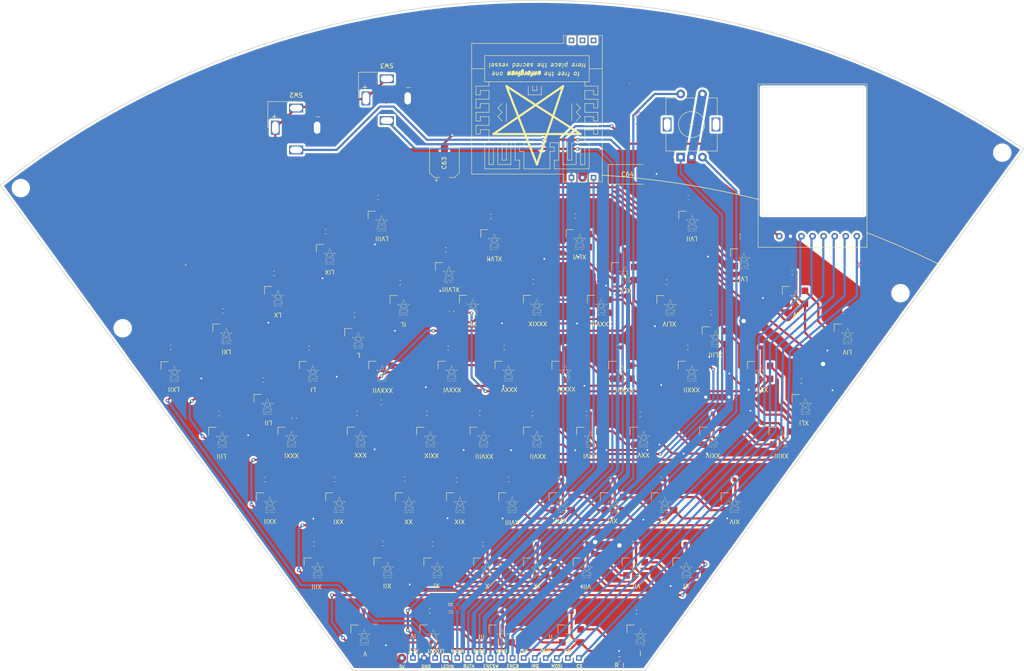
<source format=kicad_pcb>
(kicad_pcb (version 20171130) (host pcbnew "(5.1.9)-1")
  (layers (0 F.Cu signal hide) (31 B.Cu signal hide) (34 B.Paste user) (35 F.Paste user) (36 B.SilkS user) (37 F.SilkS user) (38 B.Mask user) (39 F.Mask user) (44 Edge.Cuts user))
  (net 0 "")
  (net 1 GND)
  (net 2 +5V)
  (net 3 /leds/DATA_IN)
  (net 4 /leds/sheet5FFCCB65/DIN)
  (net 5 /leds/sheet5FFCCCDC/DIN)
  (net 6 /leds/sheet5FFCCEA1/DIN)
  (net 7 /leds/sheet5FFCD054/DIN)
  (net 8 /leds/sheet5FFCD275/DIN)
  (net 9 /leds/sheet5FFCD56C/DIN)
  (net 10 /leds/sheet5FFCD801/DIN)
  (net 11 /leds/sheet5FFCE96D/DIN)
  (net 12 /leds/sheet5FFCE96E/DIN)
  (net 13 /leds/sheet5FFCE96F/DIN)
  (net 14 /leds/sheet5FFCE970/DIN)
  (net 15 /leds/sheet5FFCE971/DIN)
  (net 16 /leds/sheet5FFCE972/DIN)
  (net 17 /leds/sheet5FFCE973/DIN)
  (net 18 /leds/sheet5FFCE974/DIN)
  (net 19 /leds/sheet5FFCF159/DIN)
  (net 20 /leds/sheet5FFCF15A/DIN)
  (net 21 /leds/sheet5FFCF15B/DIN)
  (net 22 /leds/sheet5FFCF15C/DIN)
  (net 23 /leds/sheet5FFCF15D/DIN)
  (net 24 /leds/sheet5FFCF15E/DIN)
  (net 25 /leds/sheet5FFCF15F/DIN)
  (net 26 /leds/sheet5FFCF160/DIN)
  (net 27 /leds/sheet5FFCFCC1/DIN)
  (net 28 /leds/sheet5FFCFCC2/DIN)
  (net 29 /leds/sheet5FFCFCC3/DIN)
  (net 30 /leds/sheet5FFCFCC4/DIN)
  (net 31 /leds/sheet5FFCFCC5/DIN)
  (net 32 /leds/sheet5FFCFCC6/DIN)
  (net 33 /leds/sheet5FFCFCC7/DIN)
  (net 34 /leds/sheet5FFCFCC8/DIN)
  (net 35 /leds/sheet5FFD0AB9/DIN)
  (net 36 /leds/sheet5FFD0ABA/DIN)
  (net 37 /leds/sheet5FFD0ABB/DIN)
  (net 38 /leds/sheet5FFD0ABC/DIN)
  (net 39 /leds/sheet5FFD0ABD/DIN)
  (net 40 /leds/sheet5FFD0ABE/DIN)
  (net 41 /leds/sheet5FFD0ABF/DIN)
  (net 42 /leds/sheet5FFD0AC0/DIN)
  (net 43 /leds/sheet5FFD1E55/DIN)
  (net 44 /leds/sheet5FFD1E56/DIN)
  (net 45 /leds/sheet5FFD1E57/DIN)
  (net 46 /leds/sheet5FFD1E58/DIN)
  (net 47 /leds/sheet5FFD1E59/DIN)
  (net 48 /leds/sheet5FFD1E5A/DIN)
  (net 49 /leds/sheet5FFD1E5B/DIN)
  (net 50 /leds/sheet5FFD1E5C/DIN)
  (net 51 /leds/sheet5FFD3649/DIN)
  (net 52 /leds/sheet5FFD364A/DIN)
  (net 53 /leds/sheet5FFD364B/DIN)
  (net 54 /leds/sheet5FFD364C/DIN)
  (net 55 /leds/sheet5FFD364D/DIN)
  (net 56 /leds/sheet5FFD364E/DIN)
  (net 57 /leds/sheet5FFD364F/DIN)
  (net 58 /leds/sheet5FFD3650/DIN)
  (net 59 /leds/sheet5FFD5589/DIN)
  (net 60 /leds/sheet5FFD558A/DIN)
  (net 61 /leds/sheet5FFD558B/DIN)
  (net 62 /leds/sheet5FFD558C/DIN)
  (net 63 /leds/sheet5FFD558D/DIN)
  (net 64 /leds/sheet5FFD558E/DIN)
  (net 65 /leds/DATA_OUT)
  (net 66 +3V3)
  (net 67 "Net-(P1-Pad6)")
  (net 68 /switch_led2/SW_OUTPUT)
  (net 69 /switch_led/SW_OUTPUT)
  (net 70 "Net-(P1-Pad9)")
  (net 71 "Net-(P1-Pad10)")
  (net 72 "Net-(P1-Pad11)")
  (net 73 "Net-(P1-Pad12)")
  (net 74 "Net-(P1-Pad13)")
  (net 75 "Net-(P1-Pad14)")
  (net 76 "Net-(P1-Pad15)")
  (net 77 "Net-(P1-Pad16)")
  (net 78 "Net-(P1-Pad17)")
  (net 79 "Net-(P1-Pad5)")
  (net 80 "Net-(R2-Pad1)")
  (module Resistor_SMD:R_0603_1608Metric (layer B.Cu) (at 126.85 163.5 270)
    (fp_text reference "R II" (at 0 1.43 270) (layer B.SilkS) (effects (justify mirror)))
    (fp_text value "300 Ohm")
    (pad 2 smd roundrect (at 0.825 0 270) (size 0.8 0.95) (layers B.Cu B.Paste B.Mask) (net 67 "Net-(P1-Pad6)"))
    (pad 1 smd roundrect (at -0.825 0 270) (size 0.8 0.95) (layers B.Cu B.Paste B.Mask) (net 80 "Net-(R2-Pad1)"))
  )
  (module Resistor_SMD:R_0603_1608Metric (layer F.Cu) (at 164.075 175.2 180)
    (fp_text reference "R I" (at 0 -1.43) (layer F.SilkS))
    (fp_text value "300/0 Ohm")
    (pad 2 smd roundrect (at 0.825 0 180) (size 0.8 0.95) (layers F.Cu F.Paste F.Mask) (net 79 "Net-(P1-Pad5)"))
    (pad 1 smd roundrect (at -0.825 0 180) (size 0.8 0.95) (layers F.Cu F.Paste F.Mask) (net 3 /leds/DATA_IN))
  )
  (module MountingHole:MountingHole_3.2mm_M3 (layer F.Cu) (at 50.03 99.24)
    (fp_text reference H4 hide)
    (fp_text value MountingHole)
    (pad 1 np_thru_hole circle (at 0 0) (size 3.2 3.2) (drill 3.2) (layers *.Cu *.Mask))
  )
  (module MountingHole:MountingHole_3.2mm_M3 (layer F.Cu) (at 251.968 58.928)
    (fp_text reference H3 hide)
    (fp_text value MountingHole)
    (pad 1 np_thru_hole circle (at 0 0) (size 3.2 3.2) (drill 3.2) (layers *.Cu *.Mask))
  )
  (module MountingHole:MountingHole_3.2mm_M3 (layer F.Cu) (at 26.64 67.056)
    (fp_text reference H2 hide)
    (fp_text value MountingHole)
    (pad 1 np_thru_hole circle (at 0 0) (size 3.2 3.2) (drill 3.2) (layers *.Cu *.Mask))
  )
  (module MountingHole:MountingHole_3.2mm_M3 (layer F.Cu) (at 228.6 91.186)
    (fp_text reference H1 hide)
    (fp_text value MountingHole)
    (pad 1 np_thru_hole circle (at 0 0) (size 3.2 3.2) (drill 3.2) (layers *.Cu *.Mask))
  )
  (module Capacitor_Tantalum_SMD:CP_EIA-7343-30_AVX-N (layer F.Cu) (at 165.9 63.9)
    (fp_text reference C64 (at 0.05 0) (layer F.SilkS))
    (fp_text value 470uf)
    (pad 2 smd roundrect (at 3.1125 0) (size 2.075 2.55) (layers F.Cu F.Paste F.Mask) (roundrect_rratio 0.1204819277108434) (net 1 GND))
    (pad 1 smd roundrect (at -3.1125 0) (size 2.075 2.55) (layers F.Cu F.Paste F.Mask) (roundrect_rratio 0.1204819277108434) (net 2 +5V))
  )
  (module Capacitor_SMD:CP_Elec_6.3x7.7 (layer F.Cu) (at 123.9 61.2 90)
    (fp_text reference C63 (at -0.1 -0.05 90) (layer F.SilkS))
    (fp_text value 470uF)
    (pad 2 smd roundrect (at 2.7 0 90) (size 3.5 1.6) (layers F.Cu F.Paste F.Mask) (roundrect_rratio 0.15625) (net 1 GND))
    (pad 1 smd roundrect (at -2.7 0 90) (size 3.5 1.6) (layers F.Cu F.Paste F.Mask) (roundrect_rratio 0.15625) (net 2 +5V))
  )
  (module my_lib:Matrice8x8_WS2812 (layer F.Cu) (at 160.14 65.75 180)
    (fp_text reference U1 hide)
    (fp_text value Matrice8x8_WS2812)
    (fp_text user unforgiven (at 17.89 25.025 180 unlocked) (layer F.SilkS))
    (fp_text user unforgiven (at 18.04 24.875 180 unlocked) (layer F.SilkS))
    (fp_text user unforgiven (at 17.815 25.125 180 unlocked) (layer F.SilkS))
    (fp_text user " to free the unforgiven one" (at 14.88 24.875 180 unlocked) (layer F.SilkS) (effects (font (thickness 0.15) italic)))
    (fp_text user "Here place the sacred vessel" (at 14.88 26.875 180 unlocked) (layer F.SilkS) (effects (font (thickness 0.15) italic)))
    (pad 4 thru_hole rect (at 2 32.6 180) (size 1.25 1.25) (drill 0.75) (layers *.Cu *.Mask))
    (pad 4 thru_hole rect (at 4.54 32.6 180) (size 1.25 1.25) (drill 0.75) (layers *.Cu *.Mask))
    (pad 4 thru_hole rect (at 7.08 32.6 180) (size 1.25 1.25) (drill 0.75) (layers *.Cu *.Mask))
    (pad 1 thru_hole rect (at 2 1.1 180) (size 1.25 1.25) (drill 0.75) (layers *.Cu *.Mask) (net 80 "Net-(R2-Pad1)"))
    (pad 2 thru_hole rect (at 4.54 1.1 180) (size 1.25 1.25) (drill 0.75) (layers *.Cu *.Mask) (net 2 +5V))
    (pad 3 thru_hole rect (at 7.08 1.1 180) (size 1.25 1.25) (drill 0.75) (layers *.Cu *.Mask) (net 1 GND))
  )
  (module my_lib:Pizza_Pin_Out (layer F.Cu) (at 114.14 174.95)
    (fp_text reference P1 hide)
    (fp_text value Switch_Pin_out)
    (fp_text user 5V (at 0 2) (layer F.SilkS) (effects (font (size 0.7 0.7))))
    (fp_text user 3.3V (at 2.66 -1.65 unlocked) (layer F.SilkS) (effects (font (size 0.7 0.7))))
    (fp_text user GND (at 5.56 1.95 180) (layer F.SilkS) (effects (font (size 0.7 0.7))))
    (fp_text user LEDOUT (at 7.76 -1.65 180 unlocked) (layer F.SilkS) (effects (font (size 0.7 0.7))))
    (fp_text user LEDIN (at 10.46 1.95 180) (layer F.SilkS) (effects (font (size 0.7 0.7))))
    (fp_text user MATIN (at 12.76 -1.65 180 unlocked) (layer F.SilkS) (effects (font (size 0.7 0.7))))
    (fp_text user BUTA (at 15.36 1.85 180) (layer F.SilkS) (effects (font (size 0.7 0.7))))
    (fp_text user BUTB (at 17.76 -1.65 180 unlocked) (layer F.SilkS) (effects (font (size 0.7 0.7))))
    (fp_text user ENCSW (at 20.46 1.85 180) (layer F.SilkS) (effects (font (size 0.7 0.7))))
    (fp_text user ENCA (at 22.86 -1.65 180 unlocked) (layer F.SilkS) (effects (font (size 0.7 0.7))))
    (fp_text user ENCB (at 25.46 1.85 180) (layer F.SilkS) (effects (font (size 0.7 0.7))))
    (fp_text user RST (at 27.96 -1.65 180 unlocked) (layer F.SilkS) (effects (font (size 0.7 0.7))))
    (fp_text user IRQ (at 30.56 1.85 180) (layer F.SilkS) (effects (font (size 0.7 0.7))))
    (fp_text user MISO (at 32.96 -1.65 180 unlocked) (layer F.SilkS) (effects (font (size 0.7 0.7))))
    (fp_text user MOSI (at 35.56 1.85 180) (layer F.SilkS) (effects (font (size 0.7 0.7))))
    (fp_text user SCK (at 38.16 -1.65 180 unlocked) (layer F.SilkS) (effects (font (size 0.7 0.7))))
    (fp_text user CS (at 40.76 1.85 180) (layer F.SilkS) (effects (font (size 0.7 0.7))))
    (pad 17 thru_hole rect (at 40.64 0) (size 1.25 1.25) (drill 0.75) (layers *.Cu *.Mask) (net 78 "Net-(P1-Pad17)"))
    (pad 16 thru_hole rect (at 38.1 0) (size 1.25 1.25) (drill 0.75) (layers *.Cu *.Mask) (net 77 "Net-(P1-Pad16)"))
    (pad 15 thru_hole rect (at 35.56 0) (size 1.25 1.25) (drill 0.75) (layers *.Cu *.Mask) (net 76 "Net-(P1-Pad15)"))
    (pad 14 thru_hole rect (at 33.02 0) (size 1.25 1.25) (drill 0.75) (layers *.Cu *.Mask) (net 75 "Net-(P1-Pad14)"))
    (pad 13 thru_hole rect (at 30.48 0) (size 1.25 1.25) (drill 0.75) (layers *.Cu *.Mask) (net 74 "Net-(P1-Pad13)"))
    (pad 12 thru_hole rect (at 27.94 0) (size 1.25 1.25) (drill 0.75) (layers *.Cu *.Mask) (net 73 "Net-(P1-Pad12)"))
    (pad 11 thru_hole rect (at 25.4 0) (size 1.25 1.25) (drill 0.75) (layers *.Cu *.Mask) (net 72 "Net-(P1-Pad11)"))
    (pad 10 thru_hole rect (at 22.86 0) (size 1.25 1.25) (drill 0.75) (layers *.Cu *.Mask) (net 71 "Net-(P1-Pad10)"))
    (pad 9 thru_hole rect (at 20.32 0) (size 1.25 1.25) (drill 0.75) (layers *.Cu *.Mask) (net 70 "Net-(P1-Pad9)"))
    (pad 8 thru_hole rect (at 17.78 0) (size 1.25 1.25) (drill 0.75) (layers *.Cu *.Mask) (net 69 /switch_led/SW_OUTPUT))
    (pad 7 thru_hole rect (at 15.24 0) (size 1.25 1.25) (drill 0.75) (layers *.Cu *.Mask) (net 68 /switch_led2/SW_OUTPUT))
    (pad 6 thru_hole rect (at 12.7 0) (size 1.25 1.25) (drill 0.75) (layers *.Cu *.Mask) (net 67 "Net-(P1-Pad6)"))
    (pad 5 thru_hole rect (at 10.16 0) (size 1.25 1.25) (drill 0.75) (layers *.Cu *.Mask) (net 79 "Net-(P1-Pad5)"))
    (pad 4 thru_hole rect (at 7.62 0) (size 1.25 1.25) (drill 0.75) (layers *.Cu *.Mask) (net 65 /leds/DATA_OUT))
    (pad 3 thru_hole rect (at 5.08 0) (size 1.25 1.25) (drill 0.75) (layers *.Cu *.Mask) (net 1 GND))
    (pad 2 thru_hole rect (at 2.54 0) (size 1.25 1.25) (drill 0.75) (layers *.Cu *.Mask) (net 66 +3V3))
    (pad 1 thru_hole rect (at 0 0) (size 1.25 1.25) (drill 0.75) (layers *.Cu *.Mask) (net 2 +5V))
  )
  (module Rotary_Encoder:RotaryEncoder_Alps_EC11E-Switch_Vertical_H20mm (layer F.Cu) (at 178.14 59.95 90)
    (fp_text reference SW1 hide)
    (fp_text value Rotary_Encoder_Switch)
    (pad A thru_hole rect (at 0 0 90) (size 2 2) (drill 1) (layers *.Cu *.Mask) (net 71 "Net-(P1-Pad10)"))
    (pad C thru_hole circle (at 0 2.5 90) (size 2 2) (drill 1) (layers *.Cu *.Mask) (net 2 +5V))
    (pad B thru_hole circle (at 0 5 90) (size 2 2) (drill 1) (layers *.Cu *.Mask) (net 72 "Net-(P1-Pad11)"))
    (pad MP thru_hole rect (at 7.5 -3.1 90) (size 3.2 2) (drill oval 2.8 1.5) (layers *.Cu *.Mask))
    (pad MP thru_hole rect (at 7.5 8.1 90) (size 3.2 2) (drill oval 2.8 1.5) (layers *.Cu *.Mask))
    (pad S2 thru_hole circle (at 14.5 0 90) (size 2 2) (drill 1) (layers *.Cu *.Mask) (net 70 "Net-(P1-Pad9)"))
    (pad S1 thru_hole circle (at 14.5 5 90) (size 2 2) (drill 1) (layers *.Cu *.Mask) (net 2 +5V))
  )
  (module my_lib:SW_LED_16mm (layer F.Cu) (at 89.86 48.69)
    (fp_text reference SW2 (at 0 -3 180 unlocked) (layer F.SilkS))
    (fp_text value SW_Push_LED)
    (pad 3 thru_hole rect (at 4.8 4.5 270) (size 3.2 2) (drill oval 2.8 1.5) (layers *.Cu *.Mask) (net 1 GND))
    (pad 4 thru_hole rect (at -4.8 4.5 270) (size 3.2 2) (drill oval 2.8 1.5) (layers *.Cu *.Mask) (net 2 +5V))
    (pad 2 thru_hole rect (at 0 9.6) (size 3.2 2) (drill oval 2.8 1.5) (layers *.Cu *.Mask) (net 69 /switch_led/SW_OUTPUT))
    (pad 1 thru_hole rect (at 0 0) (size 3.2 2) (drill oval 2.8 1.5) (layers *.Cu *.Mask) (net 2 +5V))
  )
  (module my_lib:SW_LED_16mm (layer F.Cu) (at 110.67 41.96)
    (fp_text reference SW3 (at 0 -3 180 unlocked) (layer F.SilkS))
    (fp_text value SW_Push_LED)
    (pad 3 thru_hole rect (at 4.8 4.5 270) (size 3.2 2) (drill oval 2.8 1.5) (layers *.Cu *.Mask) (net 1 GND))
    (pad 4 thru_hole rect (at -4.8 4.5 270) (size 3.2 2) (drill oval 2.8 1.5) (layers *.Cu *.Mask) (net 2 +5V))
    (pad 2 thru_hole rect (at 0 9.6) (size 3.2 2) (drill oval 2.8 1.5) (layers *.Cu *.Mask) (net 68 /switch_led2/SW_OUTPUT))
    (pad 1 thru_hole rect (at 0 0) (size 3.2 2) (drill oval 2.8 1.5) (layers *.Cu *.Mask) (net 2 +5V))
  )
  (module my_lib:RFID_RC522 (layer F.Cu) (at 190.64 80.65 180)
    (fp_text reference T1 hide)
    (fp_text value RFID_Module)
    (pad 1 thru_hole circle (at -10.16 2.54 180) (size 1.524 1.524) (drill 0.762) (layers *.Cu *.Mask) (net 66 +3V3))
    (pad 2 thru_hole circle (at -12.7 2.54 180) (size 1.524 1.524) (drill 0.762) (layers *.Cu *.Mask) (net 1 GND))
    (pad 3 thru_hole circle (at -15.24 2.54 180) (size 1.524 1.524) (drill 0.762) (layers *.Cu *.Mask) (net 73 "Net-(P1-Pad12)"))
    (pad 4 thru_hole circle (at -17.78 2.54 180) (size 1.524 1.524) (drill 0.762) (layers *.Cu *.Mask) (net 74 "Net-(P1-Pad13)"))
    (pad 5 thru_hole circle (at -20.32 2.54 180) (size 1.524 1.524) (drill 0.762) (layers *.Cu *.Mask) (net 75 "Net-(P1-Pad14)"))
    (pad 6 thru_hole circle (at -22.86 2.54 180) (size 1.524 1.524) (drill 0.762) (layers *.Cu *.Mask) (net 76 "Net-(P1-Pad15)"))
    (pad 7 thru_hole circle (at -25.4 2.54 180) (size 1.524 1.524) (drill 0.762) (layers *.Cu *.Mask) (net 77 "Net-(P1-Pad16)"))
    (pad 8 thru_hole circle (at -27.94 2.54 180) (size 1.524 1.524) (drill 0.762) (layers *.Cu *.Mask) (net 78 "Net-(P1-Pad17)"))
  )
  (module my_lib:C_0603_1608Metric (layer F.Cu) (at 168.04 164.35)
    (fp_text reference C1 hide)
    (fp_text value 100nF hide)
    (pad 2 smd roundrect (at 0.775 0) (size 0.9 0.95) (layers F.Cu F.Paste F.Mask) (net 1 GND))
    (pad 1 smd roundrect (at -0.775 0) (size 0.9 0.95) (layers F.Cu F.Paste F.Mask) (net 2 +5V))
  )
  (module my_lib:C_0603_1608Metric (layer F.Cu) (at 152.34 164.35)
    (fp_text reference C2 hide)
    (fp_text value 100nF hide)
    (pad 2 smd roundrect (at 0.775 0) (size 0.9 0.95) (layers F.Cu F.Paste F.Mask) (net 1 GND))
    (pad 1 smd roundrect (at -0.775 0) (size 0.9 0.95) (layers F.Cu F.Paste F.Mask) (net 2 +5V))
  )
  (module my_lib:C_0603_1608Metric (layer F.Cu) (at 161.94 133.95)
    (fp_text reference C3 hide)
    (fp_text value 100nF hide)
    (pad 2 smd roundrect (at 0.775 0) (size 0.9 0.95) (layers F.Cu F.Paste F.Mask) (net 1 GND))
    (pad 1 smd roundrect (at -0.775 0) (size 0.9 0.95) (layers F.Cu F.Paste F.Mask) (net 2 +5V))
  )
  (module my_lib:C_0603_1608Metric (layer F.Cu) (at 136.34 164.25)
    (fp_text reference C4 hide)
    (fp_text value 100nF hide)
    (pad 2 smd roundrect (at 0.775 0) (size 0.9 0.95) (layers F.Cu F.Paste F.Mask) (net 1 GND))
    (pad 1 smd roundrect (at -0.775 0) (size 0.9 0.95) (layers F.Cu F.Paste F.Mask) (net 2 +5V))
  )
  (module my_lib:C_0603_1608Metric (layer F.Cu) (at 173.64 133.95)
    (fp_text reference C5 hide)
    (fp_text value 100nF hide)
    (pad 2 smd roundrect (at 0.775 0) (size 0.9 0.95) (layers F.Cu F.Paste F.Mask) (net 1 GND))
    (pad 1 smd roundrect (at -0.775 0) (size 0.9 0.95) (layers F.Cu F.Paste F.Mask) (net 2 +5V))
  )
  (module my_lib:C_0603_1608Metric (layer F.Cu) (at 150.14 134.05)
    (fp_text reference C6 hide)
    (fp_text value 100nF hide)
    (pad 2 smd roundrect (at 0.775 0) (size 0.9 0.95) (layers F.Cu F.Paste F.Mask) (net 1 GND))
    (pad 1 smd roundrect (at -0.775 0) (size 0.9 0.95) (layers F.Cu F.Paste F.Mask) (net 2 +5V))
  )
  (module my_lib:C_0603_1608Metric (layer F.Cu) (at 120.54 164.15)
    (fp_text reference C7 hide)
    (fp_text value 100nF hide)
    (pad 2 smd roundrect (at 0.775 0) (size 0.9 0.95) (layers F.Cu F.Paste F.Mask) (net 1 GND))
    (pad 1 smd roundrect (at -0.775 0) (size 0.9 0.95) (layers F.Cu F.Paste F.Mask) (net 2 +5V))
  )
  (module my_lib:C_0603_1608Metric (layer F.Cu) (at 189.74 133.95)
    (fp_text reference C8 hide)
    (fp_text value 100nF hide)
    (pad 2 smd roundrect (at 0.775 0) (size 0.9 0.95) (layers F.Cu F.Paste F.Mask) (net 1 GND))
    (pad 1 smd roundrect (at -0.775 0) (size 0.9 0.95) (layers F.Cu F.Paste F.Mask) (net 2 +5V))
  )
  (module my_lib:C_0603_1608Metric (layer F.Cu) (at 138.64 133.95)
    (fp_text reference C9 hide)
    (fp_text value 100nF hide)
    (pad 2 smd roundrect (at 0.775 0) (size 0.9 0.95) (layers F.Cu F.Paste F.Mask) (net 1 GND))
    (pad 1 smd roundrect (at -0.775 0) (size 0.9 0.95) (layers F.Cu F.Paste F.Mask) (net 2 +5V))
  )
  (module my_lib:C_0603_1608Metric (layer F.Cu) (at 104.615 164.05)
    (fp_text reference C10 hide)
    (fp_text value 100nF hide)
    (pad 2 smd roundrect (at 0.775 0) (size 0.9 0.95) (layers F.Cu F.Paste F.Mask) (net 1 GND))
    (pad 1 smd roundrect (at -0.775 0) (size 0.9 0.95) (layers F.Cu F.Paste F.Mask) (net 2 +5V))
  )
  (module my_lib:C_0603_1608Metric (layer F.Cu) (at 114.74 133.85)
    (fp_text reference C11 hide)
    (fp_text value 100nF hide)
    (pad 2 smd roundrect (at 0.775 0) (size 0.9 0.95) (layers F.Cu F.Paste F.Mask) (net 1 GND))
    (pad 1 smd roundrect (at -0.775 0) (size 0.9 0.95) (layers F.Cu F.Paste F.Mask) (net 2 +5V))
  )
  (module my_lib:C_0603_1608Metric (layer F.Cu) (at 178.44 148.75)
    (fp_text reference C12 hide)
    (fp_text value 100nF hide)
    (pad 2 smd roundrect (at 0.775 0) (size 0.9 0.95) (layers F.Cu F.Paste F.Mask) (net 1 GND))
    (pad 1 smd roundrect (at -0.775 0) (size 0.9 0.95) (layers F.Cu F.Paste F.Mask) (net 2 +5V))
  )
  (module my_lib:C_0603_1608Metric (layer F.Cu) (at 126.64 134.05)
    (fp_text reference C13 hide)
    (fp_text value 100nF hide)
    (pad 2 smd roundrect (at 0.775 0) (size 0.9 0.95) (layers F.Cu F.Paste F.Mask) (net 1 GND))
    (pad 1 smd roundrect (at -0.775 0) (size 0.9 0.95) (layers F.Cu F.Paste F.Mask) (net 2 +5V))
  )
  (module my_lib:C_0603_1608Metric (layer F.Cu) (at 93.94 148.75)
    (fp_text reference C14 hide)
    (fp_text value 100nF hide)
    (pad 2 smd roundrect (at 0.775 0) (size 0.9 0.95) (layers F.Cu F.Paste F.Mask) (net 1 GND))
    (pad 1 smd roundrect (at -0.775 0) (size 0.9 0.95) (layers F.Cu F.Paste F.Mask) (net 2 +5V))
  )
  (module my_lib:C_0603_1608Metric (layer F.Cu) (at 184.74 118.85)
    (fp_text reference C15 hide)
    (fp_text value 100nF hide)
    (pad 2 smd roundrect (at 0.775 0) (size 0.9 0.95) (layers F.Cu F.Paste F.Mask) (net 1 GND))
    (pad 1 smd roundrect (at -0.775 0) (size 0.9 0.95) (layers F.Cu F.Paste F.Mask) (net 2 +5V))
  )
  (module my_lib:C_0603_1608Metric (layer F.Cu) (at 167.14 148.65)
    (fp_text reference C16 hide)
    (fp_text value 100nF hide)
    (pad 2 smd roundrect (at 0.775 0) (size 0.9 0.95) (layers F.Cu F.Paste F.Mask) (net 1 GND))
    (pad 1 smd roundrect (at -0.775 0) (size 0.9 0.95) (layers F.Cu F.Paste F.Mask) (net 2 +5V))
  )
  (module my_lib:C_0603_1608Metric (layer F.Cu) (at 72.14 118.85)
    (fp_text reference C17 hide)
    (fp_text value 100nF hide)
    (pad 2 smd roundrect (at 0.775 0) (size 0.9 0.95) (layers F.Cu F.Paste F.Mask) (net 1 GND))
    (pad 1 smd roundrect (at -0.775 0) (size 0.9 0.95) (layers F.Cu F.Paste F.Mask) (net 2 +5V))
  )
  (module my_lib:C_0603_1608Metric (layer F.Cu) (at 109.74 148.65)
    (fp_text reference C18 hide)
    (fp_text value 100nF hide)
    (pad 2 smd roundrect (at 0.775 0) (size 0.9 0.95) (layers F.Cu F.Paste F.Mask) (net 1 GND))
    (pad 1 smd roundrect (at -0.775 0) (size 0.9 0.95) (layers F.Cu F.Paste F.Mask) (net 2 +5V))
  )
  (module my_lib:C_0603_1608Metric (layer F.Cu) (at 98.64 133.95)
    (fp_text reference C19 hide)
    (fp_text value 100nF hide)
    (pad 2 smd roundrect (at 0.775 0) (size 0.9 0.95) (layers F.Cu F.Paste F.Mask) (net 1 GND))
    (pad 1 smd roundrect (at -0.775 0) (size 0.9 0.95) (layers F.Cu F.Paste F.Mask) (net 2 +5V))
  )
  (module my_lib:C_0603_1608Metric (layer F.Cu) (at 156.54 118.85)
    (fp_text reference C20 hide)
    (fp_text value 100nF hide)
    (pad 2 smd roundrect (at 0.775 0) (size 0.9 0.95) (layers F.Cu F.Paste F.Mask) (net 1 GND))
    (pad 1 smd roundrect (at -0.775 0) (size 0.9 0.95) (layers F.Cu F.Paste F.Mask) (net 2 +5V))
  )
  (module my_lib:C_0603_1608Metric (layer F.Cu) (at 155.94 148.65)
    (fp_text reference C21 hide)
    (fp_text value 100nF hide)
    (pad 2 smd roundrect (at 0.775 0) (size 0.9 0.95) (layers F.Cu F.Paste F.Mask) (net 1 GND))
    (pad 1 smd roundrect (at -0.775 0) (size 0.9 0.95) (layers F.Cu F.Paste F.Mask) (net 2 +5V))
  )
  (module my_lib:C_0603_1608Metric (layer F.Cu) (at 92.84 103.85)
    (fp_text reference C22 hide)
    (fp_text value 100nF hide)
    (pad 2 smd roundrect (at 0.775 0) (size 0.9 0.95) (layers F.Cu F.Paste F.Mask) (net 1 GND))
    (pad 1 smd roundrect (at -0.775 0) (size 0.9 0.95) (layers F.Cu F.Paste F.Mask) (net 2 +5V))
  )
  (module my_lib:C_0603_1608Metric (layer F.Cu) (at 82.74 133.95)
    (fp_text reference C23 hide)
    (fp_text value 100nF hide)
    (pad 2 smd roundrect (at 0.775 0) (size 0.9 0.95) (layers F.Cu F.Paste F.Mask) (net 1 GND))
    (pad 1 smd roundrect (at -0.775 0) (size 0.9 0.95) (layers F.Cu F.Paste F.Mask) (net 2 +5V))
  )
  (module my_lib:C_0603_1608Metric (layer F.Cu) (at 121.14 148.75)
    (fp_text reference C24 hide)
    (fp_text value 100nF hide)
    (pad 2 smd roundrect (at 0.775 0) (size 0.9 0.95) (layers F.Cu F.Paste F.Mask) (net 1 GND))
    (pad 1 smd roundrect (at -0.775 0) (size 0.9 0.95) (layers F.Cu F.Paste F.Mask) (net 2 +5V))
  )
  (module my_lib:C_0603_1608Metric (layer F.Cu) (at 179.74 103.65)
    (fp_text reference C25 hide)
    (fp_text value 100nF hide)
    (pad 2 smd roundrect (at 0.775 0) (size 0.9 0.95) (layers F.Cu F.Paste F.Mask) (net 1 GND))
    (pad 1 smd roundrect (at -0.775 0) (size 0.9 0.95) (layers F.Cu F.Paste F.Mask) (net 2 +5V))
  )
  (module my_lib:C_0603_1608Metric (layer F.Cu) (at 144.34 148.75)
    (fp_text reference C26 hide)
    (fp_text value 100nF hide)
    (pad 2 smd roundrect (at 0.775 0) (size 0.9 0.95) (layers F.Cu F.Paste F.Mask) (net 1 GND))
    (pad 1 smd roundrect (at -0.775 0) (size 0.9 0.95) (layers F.Cu F.Paste F.Mask) (net 2 +5V))
  )
  (module my_lib:C_0603_1608Metric (layer F.Cu) (at 144.14 118.85)
    (fp_text reference C27 hide)
    (fp_text value 100nF hide)
    (pad 2 smd roundrect (at 0.775 0) (size 0.9 0.95) (layers F.Cu F.Paste F.Mask) (net 1 GND))
    (pad 1 smd roundrect (at -0.775 0) (size 0.9 0.95) (layers F.Cu F.Paste F.Mask) (net 2 +5V))
  )
  (module my_lib:C_0603_1608Metric (layer F.Cu) (at 205.84 111.35)
    (fp_text reference C28 hide)
    (fp_text value 100nF hide)
    (pad 2 smd roundrect (at 0.775 0) (size 0.9 0.95) (layers F.Cu F.Paste F.Mask) (net 1 GND))
    (pad 1 smd roundrect (at -0.775 0) (size 0.9 0.95) (layers F.Cu F.Paste F.Mask) (net 2 +5V))
  )
  (module my_lib:C_0603_1608Metric (layer F.Cu) (at 196.89 121.79 90)
    (fp_text reference C29 hide)
    (fp_text value 100nF hide)
    (pad 2 smd roundrect (at 0.775 0 90) (size 0.9 0.95) (layers F.Cu F.Paste F.Mask) (net 1 GND))
    (pad 1 smd roundrect (at -0.775 0 90) (size 0.9 0.95) (layers F.Cu F.Paste F.Mask) (net 2 +5V))
  )
  (module my_lib:C_0603_1608Metric (layer F.Cu) (at 195.84 103.65)
    (fp_text reference C30 hide)
    (fp_text value 100nF hide)
    (pad 2 smd roundrect (at 0.775 0) (size 0.9 0.95) (layers F.Cu F.Paste F.Mask) (net 1 GND))
    (pad 1 smd roundrect (at -0.775 0) (size 0.9 0.95) (layers F.Cu F.Paste F.Mask) (net 2 +5V))
  )
  (module my_lib:C_0603_1608Metric (layer F.Cu) (at 132.04 118.75)
    (fp_text reference C31 hide)
    (fp_text value 100nF hide)
    (pad 2 smd roundrect (at 0.775 0) (size 0.9 0.95) (layers F.Cu F.Paste F.Mask) (net 1 GND))
    (pad 1 smd roundrect (at -0.775 0) (size 0.9 0.95) (layers F.Cu F.Paste F.Mask) (net 2 +5V))
  )
  (module my_lib:C_0603_1608Metric (layer F.Cu) (at 132.74 148.85)
    (fp_text reference C32 hide)
    (fp_text value 100nF hide)
    (pad 2 smd roundrect (at 0.775 0) (size 0.9 0.95) (layers F.Cu F.Paste F.Mask) (net 1 GND))
    (pad 1 smd roundrect (at -0.775 0) (size 0.9 0.95) (layers F.Cu F.Paste F.Mask) (net 2 +5V))
  )
  (module my_lib:C_0603_1608Metric (layer F.Cu) (at 174.94 88.65)
    (fp_text reference C33 hide)
    (fp_text value 100nF hide)
    (pad 2 smd roundrect (at 0.775 0) (size 0.9 0.95) (layers F.Cu F.Paste F.Mask) (net 1 GND))
    (pad 1 smd roundrect (at -0.775 0) (size 0.9 0.95) (layers F.Cu F.Paste F.Mask) (net 2 +5V))
  )
  (module my_lib:C_0603_1608Metric (layer F.Cu) (at 168.84 118.95)
    (fp_text reference C34 hide)
    (fp_text value 100nF hide)
    (pad 2 smd roundrect (at 0.775 0) (size 0.9 0.95) (layers F.Cu F.Paste F.Mask) (net 1 GND))
    (pad 1 smd roundrect (at -0.775 0) (size 0.9 0.95) (layers F.Cu F.Paste F.Mask) (net 2 +5V))
  )
  (module my_lib:C_0603_1608Metric (layer F.Cu) (at 215.44 95.35)
    (fp_text reference C35 hide)
    (fp_text value 100nF hide)
    (pad 2 smd roundrect (at 0.775 0) (size 0.9 0.95) (layers F.Cu F.Paste F.Mask) (net 1 GND))
    (pad 1 smd roundrect (at -0.775 0) (size 0.9 0.95) (layers F.Cu F.Paste F.Mask) (net 2 +5V))
  )
  (module my_lib:C_0603_1608Metric (layer F.Cu) (at 163.74 103.65)
    (fp_text reference C36 hide)
    (fp_text value 100nF hide)
    (pad 2 smd roundrect (at 0.775 0) (size 0.9 0.95) (layers F.Cu F.Paste F.Mask) (net 1 GND))
    (pad 1 smd roundrect (at -0.775 0) (size 0.9 0.95) (layers F.Cu F.Paste F.Mask) (net 2 +5V))
  )
  (module my_lib:C_0603_1608Metric (layer F.Cu) (at 103.84 118.75)
    (fp_text reference C37 hide)
    (fp_text value 100nF hide)
    (pad 2 smd roundrect (at 0.775 0) (size 0.9 0.95) (layers F.Cu F.Paste F.Mask) (net 1 GND))
    (pad 1 smd roundrect (at -0.775 0) (size 0.9 0.95) (layers F.Cu F.Paste F.Mask) (net 2 +5V))
  )
  (module my_lib:C_0603_1608Metric (layer F.Cu) (at 179.89 69.25)
    (fp_text reference C38 hide)
    (fp_text value 100nF hide)
    (pad 2 smd roundrect (at 0.775 0) (size 0.9 0.95) (layers F.Cu F.Paste F.Mask) (net 1 GND))
    (pad 1 smd roundrect (at -0.775 0) (size 0.9 0.95) (layers F.Cu F.Paste F.Mask) (net 2 +5V))
  )
  (module my_lib:C_0603_1608Metric (layer F.Cu) (at 185.14 95.65)
    (fp_text reference C39 hide)
    (fp_text value 100nF hide)
    (pad 2 smd roundrect (at 0.775 0) (size 0.9 0.95) (layers F.Cu F.Paste F.Mask) (net 1 GND))
    (pad 1 smd roundrect (at -0.775 0) (size 0.9 0.95) (layers F.Cu F.Paste F.Mask) (net 2 +5V))
  )
  (module my_lib:C_0603_1608Metric (layer F.Cu) (at 89.43 119.9 270)
    (fp_text reference C40 hide)
    (fp_text value 100nF hide)
    (pad 2 smd roundrect (at 0.775 0 270) (size 0.9 0.95) (layers F.Cu F.Paste F.Mask) (net 1 GND))
    (pad 1 smd roundrect (at -0.775 0 270) (size 0.9 0.95) (layers F.Cu F.Paste F.Mask) (net 2 +5V))
  )
  (module my_lib:C_0603_1608Metric (layer F.Cu) (at 124.24 81.25)
    (fp_text reference C41 hide)
    (fp_text value 100nF hide)
    (pad 2 smd roundrect (at 0.775 0) (size 0.9 0.95) (layers F.Cu F.Paste F.Mask) (net 1 GND))
    (pad 1 smd roundrect (at -0.775 0) (size 0.9 0.95) (layers F.Cu F.Paste F.Mask) (net 2 +5V))
  )
  (module my_lib:C_0603_1608Metric (layer F.Cu) (at 119.84 118.75)
    (fp_text reference C42 hide)
    (fp_text value 100nF hide)
    (pad 2 smd roundrect (at 0.775 0) (size 0.9 0.95) (layers F.Cu F.Paste F.Mask) (net 1 GND))
    (pad 1 smd roundrect (at -0.775 0) (size 0.9 0.95) (layers F.Cu F.Paste F.Mask) (net 2 +5V))
  )
  (module my_lib:C_0603_1608Metric (layer F.Cu) (at 158.94 88.45)
    (fp_text reference C43 hide)
    (fp_text value 100nF hide)
    (pad 2 smd roundrect (at 0.775 0) (size 0.9 0.95) (layers F.Cu F.Paste F.Mask) (net 1 GND))
    (pad 1 smd roundrect (at -0.775 0) (size 0.9 0.95) (layers F.Cu F.Paste F.Mask) (net 2 +5V))
  )
  (module my_lib:C_0603_1608Metric (layer F.Cu) (at 191.84 78.15)
    (fp_text reference C44 hide)
    (fp_text value 100nF hide)
    (pad 2 smd roundrect (at 0.775 0) (size 0.9 0.95) (layers F.Cu F.Paste F.Mask) (net 1 GND))
    (pad 1 smd roundrect (at -0.775 0) (size 0.9 0.95) (layers F.Cu F.Paste F.Mask) (net 2 +5V))
  )
  (module my_lib:C_0603_1608Metric (layer F.Cu) (at 150.74 103.85)
    (fp_text reference C45 hide)
    (fp_text value 100nF hide)
    (pad 2 smd roundrect (at 0.775 0) (size 0.9 0.95) (layers F.Cu F.Paste F.Mask) (net 1 GND))
    (pad 1 smd roundrect (at -0.775 0) (size 0.9 0.95) (layers F.Cu F.Paste F.Mask) (net 2 +5V))
  )
  (module my_lib:C_0603_1608Metric (layer F.Cu) (at 134.54 73.55)
    (fp_text reference C46 hide)
    (fp_text value 100nF hide)
    (pad 2 smd roundrect (at 0.775 0) (size 0.9 0.95) (layers F.Cu F.Paste F.Mask) (net 1 GND))
    (pad 1 smd roundrect (at -0.775 0) (size 0.9 0.95) (layers F.Cu F.Paste F.Mask) (net 2 +5V))
  )
  (module my_lib:C_0603_1608Metric (layer F.Cu) (at 164.34 81.15)
    (fp_text reference C47 hide)
    (fp_text value 100nF hide)
    (pad 2 smd roundrect (at 0.775 0) (size 0.9 0.95) (layers F.Cu F.Paste F.Mask) (net 1 GND))
    (pad 1 smd roundrect (at -0.775 0) (size 0.9 0.95) (layers F.Cu F.Paste F.Mask) (net 2 +5V))
  )
  (module my_lib:C_0603_1608Metric (layer F.Cu) (at 82.34 111.15)
    (fp_text reference C48 hide)
    (fp_text value 100nF hide)
    (pad 2 smd roundrect (at 0.775 0) (size 0.9 0.95) (layers F.Cu F.Paste F.Mask) (net 1 GND))
    (pad 1 smd roundrect (at -0.775 0) (size 0.9 0.95) (layers F.Cu F.Paste F.Mask) (net 2 +5V))
  )
  (module my_lib:C_0603_1608Metric (layer F.Cu) (at 125.53 95.39 270)
    (fp_text reference C49 hide)
    (fp_text value 100nF hide)
    (pad 2 smd roundrect (at 0.775 0 270) (size 0.9 0.95) (layers F.Cu F.Paste F.Mask) (net 1 GND))
    (pad 1 smd roundrect (at -0.775 0 270) (size 0.9 0.95) (layers F.Cu F.Paste F.Mask) (net 2 +5V))
  )
  (module my_lib:C_0603_1608Metric (layer F.Cu) (at 137.64 103.65)
    (fp_text reference C50 hide)
    (fp_text value 100nF hide)
    (pad 2 smd roundrect (at 0.775 0) (size 0.9 0.95) (layers F.Cu F.Paste F.Mask) (net 1 GND))
    (pad 1 smd roundrect (at -0.775 0) (size 0.9 0.95) (layers F.Cu F.Paste F.Mask) (net 2 +5V))
  )
  (module my_lib:C_0603_1608Metric (layer F.Cu) (at 144.34 88.55)
    (fp_text reference C51 hide)
    (fp_text value 100nF hide)
    (pad 2 smd roundrect (at 0.775 0) (size 0.9 0.95) (layers F.Cu F.Paste F.Mask) (net 1 GND))
    (pad 1 smd roundrect (at -0.775 0) (size 0.9 0.95) (layers F.Cu F.Paste F.Mask) (net 2 +5V))
  )
  (module my_lib:C_0603_1608Metric (layer F.Cu) (at 113.74 88.75)
    (fp_text reference C52 hide)
    (fp_text value 100nF hide)
    (pad 2 smd roundrect (at 0.775 0) (size 0.9 0.95) (layers F.Cu F.Paste F.Mask) (net 1 GND))
    (pad 1 smd roundrect (at -0.775 0) (size 0.9 0.95) (layers F.Cu F.Paste F.Mask) (net 2 +5V))
  )
  (module my_lib:C_0603_1608Metric (layer F.Cu) (at 61.04 103.65)
    (fp_text reference C53 hide)
    (fp_text value 100nF hide)
    (pad 2 smd roundrect (at 0.775 0) (size 0.9 0.95) (layers F.Cu F.Paste F.Mask) (net 1 GND))
    (pad 1 smd roundrect (at -0.775 0) (size 0.9 0.95) (layers F.Cu F.Paste F.Mask) (net 2 +5V))
  )
  (module my_lib:C_0603_1608Metric (layer F.Cu) (at 109.4 116.225)
    (fp_text reference C54 hide)
    (fp_text value 100nF hide)
    (pad 2 smd roundrect (at 0.775 0) (size 0.9 0.95) (layers F.Cu F.Paste F.Mask) (net 1 GND))
    (pad 1 smd roundrect (at -0.775 0) (size 0.9 0.95) (layers F.Cu F.Paste F.Mask) (net 2 +5V))
  )
  (module my_lib:C_0603_1608Metric (layer F.Cu) (at 203.74 86.45)
    (fp_text reference C55 hide)
    (fp_text value 100nF hide)
    (pad 2 smd roundrect (at 0.775 0) (size 0.9 0.95) (layers F.Cu F.Paste F.Mask) (net 1 GND))
    (pad 1 smd roundrect (at -0.775 0) (size 0.9 0.95) (layers F.Cu F.Paste F.Mask) (net 2 +5V))
  )
  (module my_lib:C_0603_1608Metric (layer F.Cu) (at 73.04 95.25)
    (fp_text reference C56 hide)
    (fp_text value 100nF hide)
    (pad 2 smd roundrect (at 0.775 0) (size 0.9 0.95) (layers F.Cu F.Paste F.Mask) (net 1 GND))
    (pad 1 smd roundrect (at -0.775 0) (size 0.9 0.95) (layers F.Cu F.Paste F.Mask) (net 2 +5V))
  )
  (module my_lib:C_0603_1608Metric (layer F.Cu) (at 84.74 86.65)
    (fp_text reference C57 hide)
    (fp_text value 100nF hide)
    (pad 2 smd roundrect (at 0.775 0) (size 0.9 0.95) (layers F.Cu F.Paste F.Mask) (net 1 GND))
    (pad 1 smd roundrect (at -0.775 0) (size 0.9 0.95) (layers F.Cu F.Paste F.Mask) (net 2 +5V))
  )
  (module my_lib:C_0603_1608Metric (layer F.Cu) (at 103.24 96.25)
    (fp_text reference C58 hide)
    (fp_text value 100nF hide)
    (pad 2 smd roundrect (at 0.775 0) (size 0.9 0.95) (layers F.Cu F.Paste F.Mask) (net 1 GND))
    (pad 1 smd roundrect (at -0.775 0) (size 0.9 0.95) (layers F.Cu F.Paste F.Mask) (net 2 +5V))
  )
  (module my_lib:C_0603_1608Metric (layer F.Cu) (at 124.74 103.85)
    (fp_text reference C59 hide)
    (fp_text value 100nF hide)
    (pad 2 smd roundrect (at 0.775 0) (size 0.9 0.95) (layers F.Cu F.Paste F.Mask) (net 1 GND))
    (pad 1 smd roundrect (at -0.775 0) (size 0.9 0.95) (layers F.Cu F.Paste F.Mask) (net 2 +5V))
  )
  (module my_lib:C_0603_1608Metric (layer F.Cu) (at 108.64 69.25)
    (fp_text reference C60 hide)
    (fp_text value 100nF hide)
    (pad 2 smd roundrect (at 0.775 0) (size 0.9 0.95) (layers F.Cu F.Paste F.Mask) (net 1 GND))
    (pad 1 smd roundrect (at -0.775 0) (size 0.9 0.95) (layers F.Cu F.Paste F.Mask) (net 2 +5V))
  )
  (module my_lib:C_0603_1608Metric (layer F.Cu) (at 154.04 73.45)
    (fp_text reference C61 hide)
    (fp_text value 100nF hide)
    (pad 2 smd roundrect (at 0.775 0) (size 0.9 0.95) (layers F.Cu F.Paste F.Mask) (net 1 GND))
    (pad 1 smd roundrect (at -0.775 0) (size 0.9 0.95) (layers F.Cu F.Paste F.Mask) (net 2 +5V))
  )
  (module my_lib:C_0603_1608Metric (layer F.Cu) (at 96.64 77.05)
    (fp_text reference C62 hide)
    (fp_text value 100nF hide)
    (pad 2 smd roundrect (at 0.775 0) (size 0.9 0.95) (layers F.Cu F.Paste F.Mask) (net 1 GND))
    (pad 1 smd roundrect (at -0.775 0) (size 0.9 0.95) (layers F.Cu F.Paste F.Mask) (net 2 +5V))
  )
  (module my_lib:WS2812B (layer F.Cu) (at 168.916 169.872)
    (fp_text reference I (at -0.041 3.978 180 unlocked) (layer F.SilkS))
    (fp_text value WS2812-2020)
    (fp_text user "d4rk l0rd" (at 0 2) (layer F.SilkS) (effects (font (size 0.3 0.3) (thickness 0.025) italic) (justify mirror)))
    (fp_text user "Praise the" (at 0 1.5) (layer F.SilkS) (effects (font (size 0.3 0.3) (thickness 0.025) italic) (justify mirror)))
    (pad 2 smd rect (at -2.1 1.5) (size 1.5 1.5) (layers F.Cu F.Paste F.Mask) (net 4 /leds/sheet5FFCCB65/DIN))
    (pad 1 smd rect (at -2.1 -1.5) (size 1.5 1.5) (layers F.Cu F.Paste F.Mask) (net 2 +5V))
    (pad 3 smd rect (at 2.1 1.5) (size 1.5 1.5) (layers F.Cu F.Paste F.Mask) (net 1 GND))
    (pad 4 smd rect (at 2.1 -1.5) (size 1.5 1.5) (layers F.Cu F.Paste F.Mask) (net 3 /leds/DATA_IN))
  )
  (module my_lib:WS2812B (layer F.Cu) (at 153.065 169.872)
    (fp_text reference II (at -4.765 0.228 180 unlocked) (layer F.SilkS))
    (fp_text value WS2812-2020)
    (fp_text user "d4rk l0rd" (at 0 2) (layer F.SilkS) (effects (font (size 0.3 0.3) (thickness 0.025) italic) (justify mirror)))
    (fp_text user "Praise the" (at 0 1.5) (layer F.SilkS) (effects (font (size 0.3 0.3) (thickness 0.025) italic) (justify mirror)))
    (pad 2 smd rect (at -2.1 1.5) (size 1.5 1.5) (layers F.Cu F.Paste F.Mask) (net 5 /leds/sheet5FFCCCDC/DIN))
    (pad 1 smd rect (at -2.1 -1.5) (size 1.5 1.5) (layers F.Cu F.Paste F.Mask) (net 2 +5V))
    (pad 3 smd rect (at 2.1 1.5) (size 1.5 1.5) (layers F.Cu F.Paste F.Mask) (net 1 GND))
    (pad 4 smd rect (at 2.1 -1.5) (size 1.5 1.5) (layers F.Cu F.Paste F.Mask) (net 4 /leds/sheet5FFCCB65/DIN))
  )
  (module my_lib:WS2812B (layer F.Cu) (at 137.215 169.872)
    (fp_text reference III (at -4.815 0.228 180 unlocked) (layer F.SilkS))
    (fp_text value WS2812-2020)
    (fp_text user "d4rk l0rd" (at 0 2) (layer F.SilkS) (effects (font (size 0.3 0.3) (thickness 0.025) italic) (justify mirror)))
    (fp_text user "Praise the" (at 0 1.5) (layer F.SilkS) (effects (font (size 0.3 0.3) (thickness 0.025) italic) (justify mirror)))
    (pad 2 smd rect (at -2.1 1.5) (size 1.5 1.5) (layers F.Cu F.Paste F.Mask) (net 6 /leds/sheet5FFCCEA1/DIN))
    (pad 1 smd rect (at -2.1 -1.5) (size 1.5 1.5) (layers F.Cu F.Paste F.Mask) (net 2 +5V))
    (pad 3 smd rect (at 2.1 1.5) (size 1.5 1.5) (layers F.Cu F.Paste F.Mask) (net 1 GND))
    (pad 4 smd rect (at 2.1 -1.5) (size 1.5 1.5) (layers F.Cu F.Paste F.Mask) (net 5 /leds/sheet5FFCCCDC/DIN))
  )
  (module my_lib:WS2812B (layer F.Cu) (at 121.364 169.872)
    (fp_text reference IV (at -4.664 0.028 180 unlocked) (layer F.SilkS))
    (fp_text value WS2812-2020)
    (fp_text user "d4rk l0rd" (at 0 2) (layer F.SilkS) (effects (font (size 0.3 0.3) (thickness 0.025) italic) (justify mirror)))
    (fp_text user "Praise the" (at 0 1.5) (layer F.SilkS) (effects (font (size 0.3 0.3) (thickness 0.025) italic) (justify mirror)))
    (pad 2 smd rect (at -2.1 1.5) (size 1.5 1.5) (layers F.Cu F.Paste F.Mask) (net 7 /leds/sheet5FFCD054/DIN))
    (pad 1 smd rect (at -2.1 -1.5) (size 1.5 1.5) (layers F.Cu F.Paste F.Mask) (net 2 +5V))
    (pad 3 smd rect (at 2.1 1.5) (size 1.5 1.5) (layers F.Cu F.Paste F.Mask) (net 1 GND))
    (pad 4 smd rect (at 2.1 -1.5) (size 1.5 1.5) (layers F.Cu F.Paste F.Mask) (net 6 /leds/sheet5FFCCEA1/DIN))
  )
  (module my_lib:WS2812B (layer F.Cu) (at 105.513 169.872)
    (fp_text reference V (at 0.187 4.128 180 unlocked) (layer F.SilkS))
    (fp_text value WS2812-2020)
    (fp_text user "d4rk l0rd" (at 0 2) (layer F.SilkS) (effects (font (size 0.3 0.3) (thickness 0.025) italic) (justify mirror)))
    (fp_text user "Praise the" (at 0 1.5) (layer F.SilkS) (effects (font (size 0.3 0.3) (thickness 0.025) italic) (justify mirror)))
    (pad 2 smd rect (at -2.1 1.5) (size 1.5 1.5) (layers F.Cu F.Paste F.Mask) (net 8 /leds/sheet5FFCD275/DIN))
    (pad 1 smd rect (at -2.1 -1.5) (size 1.5 1.5) (layers F.Cu F.Paste F.Mask) (net 2 +5V))
    (pad 3 smd rect (at 2.1 1.5) (size 1.5 1.5) (layers F.Cu F.Paste F.Mask) (net 1 GND))
    (pad 4 smd rect (at 2.1 -1.5) (size 1.5 1.5) (layers F.Cu F.Paste F.Mask) (net 7 /leds/sheet5FFCD054/DIN))
  )
  (module my_lib:WS2812B (layer F.Cu) (at 179.427 154.476)
    (fp_text reference VI (at -0.102 3.899 180 unlocked) (layer F.SilkS))
    (fp_text value WS2812-2020)
    (fp_text user "d4rk l0rd" (at 0 2) (layer F.SilkS) (effects (font (size 0.3 0.3) (thickness 0.025) italic) (justify mirror)))
    (fp_text user "Praise the" (at 0 1.5) (layer F.SilkS) (effects (font (size 0.3 0.3) (thickness 0.025) italic) (justify mirror)))
    (pad 2 smd rect (at -2.1 1.5) (size 1.5 1.5) (layers F.Cu F.Paste F.Mask) (net 9 /leds/sheet5FFCD56C/DIN))
    (pad 1 smd rect (at -2.1 -1.5) (size 1.5 1.5) (layers F.Cu F.Paste F.Mask) (net 2 +5V))
    (pad 3 smd rect (at 2.1 1.5) (size 1.5 1.5) (layers F.Cu F.Paste F.Mask) (net 1 GND))
    (pad 4 smd rect (at 2.1 -1.5) (size 1.5 1.5) (layers F.Cu F.Paste F.Mask) (net 8 /leds/sheet5FFCD275/DIN))
  )
  (module my_lib:WS2812B (layer F.Cu) (at 167.798 154.476)
    (fp_text reference VII (at 0.152 3.999 180 unlocked) (layer F.SilkS))
    (fp_text value WS2812-2020)
    (fp_text user "d4rk l0rd" (at 0 2) (layer F.SilkS) (effects (font (size 0.3 0.3) (thickness 0.025) italic) (justify mirror)))
    (fp_text user "Praise the" (at 0 1.5) (layer F.SilkS) (effects (font (size 0.3 0.3) (thickness 0.025) italic) (justify mirror)))
    (pad 2 smd rect (at -2.1 1.5) (size 1.5 1.5) (layers F.Cu F.Paste F.Mask) (net 10 /leds/sheet5FFCD801/DIN))
    (pad 1 smd rect (at -2.1 -1.5) (size 1.5 1.5) (layers F.Cu F.Paste F.Mask) (net 2 +5V))
    (pad 3 smd rect (at 2.1 1.5) (size 1.5 1.5) (layers F.Cu F.Paste F.Mask) (net 1 GND))
    (pad 4 smd rect (at 2.1 -1.5) (size 1.5 1.5) (layers F.Cu F.Paste F.Mask) (net 9 /leds/sheet5FFCD56C/DIN))
  )
  (module my_lib:WS2812B (layer F.Cu) (at 156.569 154.476)
    (fp_text reference VIII (at -0.169 4.074 180 unlocked) (layer F.SilkS))
    (fp_text value WS2812-2020)
    (fp_text user "d4rk l0rd" (at 0 2) (layer F.SilkS) (effects (font (size 0.3 0.3) (thickness 0.025) italic) (justify mirror)))
    (fp_text user "Praise the" (at 0 1.5) (layer F.SilkS) (effects (font (size 0.3 0.3) (thickness 0.025) italic) (justify mirror)))
    (pad 2 smd rect (at -2.1 1.5) (size 1.5 1.5) (layers F.Cu F.Paste F.Mask) (net 11 /leds/sheet5FFCE96D/DIN))
    (pad 1 smd rect (at -2.1 -1.5) (size 1.5 1.5) (layers F.Cu F.Paste F.Mask) (net 2 +5V))
    (pad 3 smd rect (at 2.1 1.5) (size 1.5 1.5) (layers F.Cu F.Paste F.Mask) (net 1 GND))
    (pad 4 smd rect (at 2.1 -1.5) (size 1.5 1.5) (layers F.Cu F.Paste F.Mask) (net 10 /leds/sheet5FFCD801/DIN))
  )
  (module my_lib:WS2812B (layer F.Cu) (at 145.14 154.476)
    (fp_text reference IX (at -0.04 3.899 180 unlocked) (layer F.SilkS))
    (fp_text value WS2812-2020)
    (fp_text user "d4rk l0rd" (at 0 2) (layer F.SilkS) (effects (font (size 0.3 0.3) (thickness 0.025) italic) (justify mirror)))
    (fp_text user "Praise the" (at 0 1.5) (layer F.SilkS) (effects (font (size 0.3 0.3) (thickness 0.025) italic) (justify mirror)))
    (pad 2 smd rect (at -2.1 1.5) (size 1.5 1.5) (layers F.Cu F.Paste F.Mask) (net 12 /leds/sheet5FFCE96E/DIN))
    (pad 1 smd rect (at -2.1 -1.5) (size 1.5 1.5) (layers F.Cu F.Paste F.Mask) (net 2 +5V))
    (pad 3 smd rect (at 2.1 1.5) (size 1.5 1.5) (layers F.Cu F.Paste F.Mask) (net 1 GND))
    (pad 4 smd rect (at 2.1 -1.5) (size 1.5 1.5) (layers F.Cu F.Paste F.Mask) (net 11 /leds/sheet5FFCE96D/DIN))
  )
  (module my_lib:WS2812B (layer F.Cu) (at 133.711 154.476)
    (fp_text reference X (at -0.011 3.899 180 unlocked) (layer F.SilkS))
    (fp_text value WS2812-2020)
    (fp_text user "d4rk l0rd" (at 0 2) (layer F.SilkS) (effects (font (size 0.3 0.3) (thickness 0.025) italic) (justify mirror)))
    (fp_text user "Praise the" (at 0 1.5) (layer F.SilkS) (effects (font (size 0.3 0.3) (thickness 0.025) italic) (justify mirror)))
    (pad 2 smd rect (at -2.1 1.5) (size 1.5 1.5) (layers F.Cu F.Paste F.Mask) (net 13 /leds/sheet5FFCE96F/DIN))
    (pad 1 smd rect (at -2.1 -1.5) (size 1.5 1.5) (layers F.Cu F.Paste F.Mask) (net 2 +5V))
    (pad 3 smd rect (at 2.1 1.5) (size 1.5 1.5) (layers F.Cu F.Paste F.Mask) (net 1 GND))
    (pad 4 smd rect (at 2.1 -1.5) (size 1.5 1.5) (layers F.Cu F.Paste F.Mask) (net 12 /leds/sheet5FFCE96E/DIN))
  )
  (module my_lib:WS2812B (layer F.Cu) (at 122.282 154.476)
    (fp_text reference XI (at -0.232 3.824 180 unlocked) (layer F.SilkS))
    (fp_text value WS2812-2020)
    (fp_text user "d4rk l0rd" (at 0 2) (layer F.SilkS) (effects (font (size 0.3 0.3) (thickness 0.025) italic) (justify mirror)))
    (fp_text user "Praise the" (at 0 1.5) (layer F.SilkS) (effects (font (size 0.3 0.3) (thickness 0.025) italic) (justify mirror)))
    (pad 2 smd rect (at -2.1 1.5) (size 1.5 1.5) (layers F.Cu F.Paste F.Mask) (net 14 /leds/sheet5FFCE970/DIN))
    (pad 1 smd rect (at -2.1 -1.5) (size 1.5 1.5) (layers F.Cu F.Paste F.Mask) (net 2 +5V))
    (pad 3 smd rect (at 2.1 1.5) (size 1.5 1.5) (layers F.Cu F.Paste F.Mask) (net 1 GND))
    (pad 4 smd rect (at 2.1 -1.5) (size 1.5 1.5) (layers F.Cu F.Paste F.Mask) (net 13 /leds/sheet5FFCE96F/DIN))
  )
  (module my_lib:WS2812B (layer F.Cu) (at 110.853 154.476)
    (fp_text reference XII (at -0.103 3.899 180 unlocked) (layer F.SilkS))
    (fp_text value WS2812-2020)
    (fp_text user "d4rk l0rd" (at 0 2) (layer F.SilkS) (effects (font (size 0.3 0.3) (thickness 0.025) italic) (justify mirror)))
    (fp_text user "Praise the" (at 0 1.5) (layer F.SilkS) (effects (font (size 0.3 0.3) (thickness 0.025) italic) (justify mirror)))
    (pad 2 smd rect (at -2.1 1.5) (size 1.5 1.5) (layers F.Cu F.Paste F.Mask) (net 15 /leds/sheet5FFCE971/DIN))
    (pad 1 smd rect (at -2.1 -1.5) (size 1.5 1.5) (layers F.Cu F.Paste F.Mask) (net 2 +5V))
    (pad 3 smd rect (at 2.1 1.5) (size 1.5 1.5) (layers F.Cu F.Paste F.Mask) (net 1 GND))
    (pad 4 smd rect (at 2.1 -1.5) (size 1.5 1.5) (layers F.Cu F.Paste F.Mask) (net 14 /leds/sheet5FFCE970/DIN))
  )
  (module my_lib:WS2812B (layer F.Cu) (at 94.781 154.476)
    (fp_text reference XIII (at -0.231 4.074 180 unlocked) (layer F.SilkS))
    (fp_text value WS2812-2020)
    (fp_text user "d4rk l0rd" (at 0 2) (layer F.SilkS) (effects (font (size 0.3 0.3) (thickness 0.025) italic) (justify mirror)))
    (fp_text user "Praise the" (at 0 1.5) (layer F.SilkS) (effects (font (size 0.3 0.3) (thickness 0.025) italic) (justify mirror)))
    (pad 2 smd rect (at -2.1 1.5) (size 1.5 1.5) (layers F.Cu F.Paste F.Mask) (net 16 /leds/sheet5FFCE972/DIN))
    (pad 1 smd rect (at -2.1 -1.5) (size 1.5 1.5) (layers F.Cu F.Paste F.Mask) (net 2 +5V))
    (pad 3 smd rect (at 2.1 1.5) (size 1.5 1.5) (layers F.Cu F.Paste F.Mask) (net 1 GND))
    (pad 4 smd rect (at 2.1 -1.5) (size 1.5 1.5) (layers F.Cu F.Paste F.Mask) (net 15 /leds/sheet5FFCE971/DIN))
  )
  (module my_lib:WS2812B (layer F.Cu) (at 190.527 139.508)
    (fp_text reference XIV (at 0.023 4.117 180 unlocked) (layer F.SilkS))
    (fp_text value WS2812-2020)
    (fp_text user "d4rk l0rd" (at 0 2) (layer F.SilkS) (effects (font (size 0.3 0.3) (thickness 0.025) italic) (justify mirror)))
    (fp_text user "Praise the" (at 0 1.5) (layer F.SilkS) (effects (font (size 0.3 0.3) (thickness 0.025) italic) (justify mirror)))
    (pad 2 smd rect (at -2.1 1.5) (size 1.5 1.5) (layers F.Cu F.Paste F.Mask) (net 17 /leds/sheet5FFCE973/DIN))
    (pad 1 smd rect (at -2.1 -1.5) (size 1.5 1.5) (layers F.Cu F.Paste F.Mask) (net 2 +5V))
    (pad 3 smd rect (at 2.1 1.5) (size 1.5 1.5) (layers F.Cu F.Paste F.Mask) (net 1 GND))
    (pad 4 smd rect (at 2.1 -1.5) (size 1.5 1.5) (layers F.Cu F.Paste F.Mask) (net 16 /leds/sheet5FFCE972/DIN))
  )
  (module my_lib:WS2812B (layer F.Cu) (at 174.529 139.508)
    (fp_text reference XV (at -0.204 4.042 180 unlocked) (layer F.SilkS))
    (fp_text value WS2812-2020)
    (fp_text user "d4rk l0rd" (at 0 2) (layer F.SilkS) (effects (font (size 0.3 0.3) (thickness 0.025) italic) (justify mirror)))
    (fp_text user "Praise the" (at 0 1.5) (layer F.SilkS) (effects (font (size 0.3 0.3) (thickness 0.025) italic) (justify mirror)))
    (pad 2 smd rect (at -2.1 1.5) (size 1.5 1.5) (layers F.Cu F.Paste F.Mask) (net 18 /leds/sheet5FFCE974/DIN))
    (pad 1 smd rect (at -2.1 -1.5) (size 1.5 1.5) (layers F.Cu F.Paste F.Mask) (net 2 +5V))
    (pad 3 smd rect (at 2.1 1.5) (size 1.5 1.5) (layers F.Cu F.Paste F.Mask) (net 1 GND))
    (pad 4 smd rect (at 2.1 -1.5) (size 1.5 1.5) (layers F.Cu F.Paste F.Mask) (net 17 /leds/sheet5FFCE973/DIN))
  )
  (module my_lib:WS2812B (layer F.Cu) (at 162.803 139.508)
    (fp_text reference XVI (at -0.278 3.942 180 unlocked) (layer F.SilkS))
    (fp_text value WS2812-2020)
    (fp_text user "d4rk l0rd" (at 0 2) (layer F.SilkS) (effects (font (size 0.3 0.3) (thickness 0.025) italic) (justify mirror)))
    (fp_text user "Praise the" (at 0 1.5) (layer F.SilkS) (effects (font (size 0.3 0.3) (thickness 0.025) italic) (justify mirror)))
    (pad 2 smd rect (at -2.1 1.5) (size 1.5 1.5) (layers F.Cu F.Paste F.Mask) (net 19 /leds/sheet5FFCF159/DIN))
    (pad 1 smd rect (at -2.1 -1.5) (size 1.5 1.5) (layers F.Cu F.Paste F.Mask) (net 2 +5V))
    (pad 3 smd rect (at 2.1 1.5) (size 1.5 1.5) (layers F.Cu F.Paste F.Mask) (net 1 GND))
    (pad 4 smd rect (at 2.1 -1.5) (size 1.5 1.5) (layers F.Cu F.Paste F.Mask) (net 18 /leds/sheet5FFCE974/DIN))
  )
  (module my_lib:WS2812B (layer F.Cu) (at 151.018 139.508)
    (fp_text reference XVII (at -0.243 3.867 180 unlocked) (layer F.SilkS))
    (fp_text value WS2812-2020)
    (fp_text user "d4rk l0rd" (at 0 2) (layer F.SilkS) (effects (font (size 0.3 0.3) (thickness 0.025) italic) (justify mirror)))
    (fp_text user "Praise the" (at 0 1.5) (layer F.SilkS) (effects (font (size 0.3 0.3) (thickness 0.025) italic) (justify mirror)))
    (pad 2 smd rect (at -2.1 1.5) (size 1.5 1.5) (layers F.Cu F.Paste F.Mask) (net 20 /leds/sheet5FFCF15A/DIN))
    (pad 1 smd rect (at -2.1 -1.5) (size 1.5 1.5) (layers F.Cu F.Paste F.Mask) (net 2 +5V))
    (pad 3 smd rect (at 2.1 1.5) (size 1.5 1.5) (layers F.Cu F.Paste F.Mask) (net 1 GND))
    (pad 4 smd rect (at 2.1 -1.5) (size 1.5 1.5) (layers F.Cu F.Paste F.Mask) (net 19 /leds/sheet5FFCF159/DIN))
  )
  (module my_lib:WS2812B (layer F.Cu) (at 139.462 139.508)
    (fp_text reference XVIII (at -0.062 4.292 180 unlocked) (layer F.SilkS))
    (fp_text value WS2812-2020)
    (fp_text user "d4rk l0rd" (at 0 2) (layer F.SilkS) (effects (font (size 0.3 0.3) (thickness 0.025) italic) (justify mirror)))
    (fp_text user "Praise the" (at 0 1.5) (layer F.SilkS) (effects (font (size 0.3 0.3) (thickness 0.025) italic) (justify mirror)))
    (pad 2 smd rect (at -2.1 1.5) (size 1.5 1.5) (layers F.Cu F.Paste F.Mask) (net 21 /leds/sheet5FFCF15B/DIN))
    (pad 1 smd rect (at -2.1 -1.5) (size 1.5 1.5) (layers F.Cu F.Paste F.Mask) (net 2 +5V))
    (pad 3 smd rect (at 2.1 1.5) (size 1.5 1.5) (layers F.Cu F.Paste F.Mask) (net 1 GND))
    (pad 4 smd rect (at 2.1 -1.5) (size 1.5 1.5) (layers F.Cu F.Paste F.Mask) (net 20 /leds/sheet5FFCF15A/DIN))
  )
  (module my_lib:WS2812B (layer F.Cu) (at 127.477 139.508)
    (fp_text reference XIX (at -0.077 4.217 unlocked) (layer F.SilkS))
    (fp_text value WS2812-2020)
    (fp_text user "d4rk l0rd" (at 0 2) (layer F.SilkS) (effects (font (size 0.3 0.3) (thickness 0.025) italic) (justify mirror)))
    (fp_text user "Praise the" (at 0 1.5) (layer F.SilkS) (effects (font (size 0.3 0.3) (thickness 0.025) italic) (justify mirror)))
    (pad 2 smd rect (at -2.1 1.5) (size 1.5 1.5) (layers F.Cu F.Paste F.Mask) (net 22 /leds/sheet5FFCF15C/DIN))
    (pad 1 smd rect (at -2.1 -1.5) (size 1.5 1.5) (layers F.Cu F.Paste F.Mask) (net 2 +5V))
    (pad 3 smd rect (at 2.1 1.5) (size 1.5 1.5) (layers F.Cu F.Paste F.Mask) (net 1 GND))
    (pad 4 smd rect (at 2.1 -1.5) (size 1.5 1.5) (layers F.Cu F.Paste F.Mask) (net 21 /leds/sheet5FFCF15B/DIN))
  )
  (module my_lib:WS2812B (layer F.Cu) (at 115.751 139.508)
    (fp_text reference XX (at -0.076 4.217) (layer F.SilkS))
    (fp_text value WS2812-2020)
    (fp_text user "d4rk l0rd" (at 0 2) (layer F.SilkS) (effects (font (size 0.3 0.3) (thickness 0.025) italic) (justify mirror)))
    (fp_text user "Praise the" (at 0 1.5) (layer F.SilkS) (effects (font (size 0.3 0.3) (thickness 0.025) italic) (justify mirror)))
    (pad 2 smd rect (at -2.1 1.5) (size 1.5 1.5) (layers F.Cu F.Paste F.Mask) (net 23 /leds/sheet5FFCF15D/DIN))
    (pad 1 smd rect (at -2.1 -1.5) (size 1.5 1.5) (layers F.Cu F.Paste F.Mask) (net 2 +5V))
    (pad 3 smd rect (at 2.1 1.5) (size 1.5 1.5) (layers F.Cu F.Paste F.Mask) (net 1 GND))
    (pad 4 smd rect (at 2.1 -1.5) (size 1.5 1.5) (layers F.Cu F.Paste F.Mask) (net 22 /leds/sheet5FFCF15C/DIN))
  )
  (module my_lib:WS2812B (layer F.Cu) (at 99.752 139.508)
    (fp_text reference XXI (at -0.202 4.117 180 unlocked) (layer F.SilkS))
    (fp_text value WS2812-2020)
    (fp_text user "d4rk l0rd" (at 0 2) (layer F.SilkS) (effects (font (size 0.3 0.3) (thickness 0.025) italic) (justify mirror)))
    (fp_text user "Praise the" (at 0 1.5) (layer F.SilkS) (effects (font (size 0.3 0.3) (thickness 0.025) italic) (justify mirror)))
    (pad 2 smd rect (at -2.1 1.5) (size 1.5 1.5) (layers F.Cu F.Paste F.Mask) (net 24 /leds/sheet5FFCF15E/DIN))
    (pad 1 smd rect (at -2.1 -1.5) (size 1.5 1.5) (layers F.Cu F.Paste F.Mask) (net 2 +5V))
    (pad 3 smd rect (at 2.1 1.5) (size 1.5 1.5) (layers F.Cu F.Paste F.Mask) (net 1 GND))
    (pad 4 smd rect (at 2.1 -1.5) (size 1.5 1.5) (layers F.Cu F.Paste F.Mask) (net 23 /leds/sheet5FFCF15D/DIN))
  )
  (module my_lib:WS2812B (layer F.Cu) (at 83.828 139.508)
    (fp_text reference XXII (at 0.022 4.042 180 unlocked) (layer F.SilkS))
    (fp_text value WS2812-2020)
    (fp_text user "d4rk l0rd" (at 0 2) (layer F.SilkS) (effects (font (size 0.3 0.3) (thickness 0.025) italic) (justify mirror)))
    (fp_text user "Praise the" (at 0 1.5) (layer F.SilkS) (effects (font (size 0.3 0.3) (thickness 0.025) italic) (justify mirror)))
    (pad 2 smd rect (at -2.1 1.5) (size 1.5 1.5) (layers F.Cu F.Paste F.Mask) (net 25 /leds/sheet5FFCF15F/DIN))
    (pad 1 smd rect (at -2.1 -1.5) (size 1.5 1.5) (layers F.Cu F.Paste F.Mask) (net 2 +5V))
    (pad 3 smd rect (at 2.1 1.5) (size 1.5 1.5) (layers F.Cu F.Paste F.Mask) (net 1 GND))
    (pad 4 smd rect (at 2.1 -1.5) (size 1.5 1.5) (layers F.Cu F.Paste F.Mask) (net 24 /leds/sheet5FFCF15E/DIN))
  )
  (module my_lib:WS2812B (layer F.Cu) (at 201.51 124.454)
    (fp_text reference XXIII (at -0.26 4.071 180 unlocked) (layer F.SilkS))
    (fp_text value WS2812-2020)
    (fp_text user "d4rk l0rd" (at 0 2) (layer F.SilkS) (effects (font (size 0.3 0.3) (thickness 0.025) italic) (justify mirror)))
    (fp_text user "Praise the" (at 0 1.5) (layer F.SilkS) (effects (font (size 0.3 0.3) (thickness 0.025) italic) (justify mirror)))
    (pad 2 smd rect (at -2.1 1.5) (size 1.5 1.5) (layers F.Cu F.Paste F.Mask) (net 26 /leds/sheet5FFCF160/DIN))
    (pad 1 smd rect (at -2.1 -1.5) (size 1.5 1.5) (layers F.Cu F.Paste F.Mask) (net 2 +5V))
    (pad 3 smd rect (at 2.1 1.5) (size 1.5 1.5) (layers F.Cu F.Paste F.Mask) (net 1 GND))
    (pad 4 smd rect (at 2.1 -1.5) (size 1.5 1.5) (layers F.Cu F.Paste F.Mask) (net 25 /leds/sheet5FFCF15F/DIN))
  )
  (module my_lib:WS2812B (layer F.Cu) (at 185.592 124.454)
    (fp_text reference XXIV (at -0.042 3.996 180 unlocked) (layer F.SilkS))
    (fp_text value WS2812-2020)
    (fp_text user "d4rk l0rd" (at 0 2) (layer F.SilkS) (effects (font (size 0.3 0.3) (thickness 0.025) italic) (justify mirror)))
    (fp_text user "Praise the" (at 0 1.5) (layer F.SilkS) (effects (font (size 0.3 0.3) (thickness 0.025) italic) (justify mirror)))
    (pad 2 smd rect (at -2.1 1.5) (size 1.5 1.5) (layers F.Cu F.Paste F.Mask) (net 27 /leds/sheet5FFCFCC1/DIN))
    (pad 1 smd rect (at -2.1 -1.5) (size 1.5 1.5) (layers F.Cu F.Paste F.Mask) (net 2 +5V))
    (pad 3 smd rect (at 2.1 1.5) (size 1.5 1.5) (layers F.Cu F.Paste F.Mask) (net 1 GND))
    (pad 4 smd rect (at 2.1 -1.5) (size 1.5 1.5) (layers F.Cu F.Paste F.Mask) (net 26 /leds/sheet5FFCF160/DIN))
  )
  (module my_lib:WS2812B (layer F.Cu) (at 169.631 124.454)
    (fp_text reference XXV (at -0.031 3.896 180 unlocked) (layer F.SilkS))
    (fp_text value WS2812-2020)
    (fp_text user "d4rk l0rd" (at 0 2) (layer F.SilkS) (effects (font (size 0.3 0.3) (thickness 0.025) italic) (justify mirror)))
    (fp_text user "Praise the" (at 0 1.5) (layer F.SilkS) (effects (font (size 0.3 0.3) (thickness 0.025) italic) (justify mirror)))
    (pad 2 smd rect (at -2.1 1.5) (size 1.5 1.5) (layers F.Cu F.Paste F.Mask) (net 28 /leds/sheet5FFCFCC2/DIN))
    (pad 1 smd rect (at -2.1 -1.5) (size 1.5 1.5) (layers F.Cu F.Paste F.Mask) (net 2 +5V))
    (pad 3 smd rect (at 2.1 1.5) (size 1.5 1.5) (layers F.Cu F.Paste F.Mask) (net 1 GND))
    (pad 4 smd rect (at 2.1 -1.5) (size 1.5 1.5) (layers F.Cu F.Paste F.Mask) (net 27 /leds/sheet5FFCFCC1/DIN))
  )
  (module my_lib:WS2812B (layer F.Cu) (at 157.385 124.454)
    (fp_text reference XXVI (at -0.035 4.071 180 unlocked) (layer F.SilkS))
    (fp_text value WS2812-2020)
    (fp_text user "d4rk l0rd" (at 0 2) (layer F.SilkS) (effects (font (size 0.3 0.3) (thickness 0.025) italic) (justify mirror)))
    (fp_text user "Praise the" (at 0 1.5) (layer F.SilkS) (effects (font (size 0.3 0.3) (thickness 0.025) italic) (justify mirror)))
    (pad 2 smd rect (at -2.1 1.5) (size 1.5 1.5) (layers F.Cu F.Paste F.Mask) (net 29 /leds/sheet5FFCFCC3/DIN))
    (pad 1 smd rect (at -2.1 -1.5) (size 1.5 1.5) (layers F.Cu F.Paste F.Mask) (net 2 +5V))
    (pad 3 smd rect (at 2.1 1.5) (size 1.5 1.5) (layers F.Cu F.Paste F.Mask) (net 1 GND))
    (pad 4 smd rect (at 2.1 -1.5) (size 1.5 1.5) (layers F.Cu F.Paste F.Mask) (net 28 /leds/sheet5FFCFCC2/DIN))
  )
  (module my_lib:WS2812B (layer F.Cu) (at 145.14 124.454)
    (fp_text reference XXVII (at 0.21 4.171 180 unlocked) (layer F.SilkS))
    (fp_text value WS2812-2020)
    (fp_text user "d4rk l0rd" (at 0 2) (layer F.SilkS) (effects (font (size 0.3 0.3) (thickness 0.025) italic) (justify mirror)))
    (fp_text user "Praise the" (at 0 1.5) (layer F.SilkS) (effects (font (size 0.3 0.3) (thickness 0.025) italic) (justify mirror)))
    (pad 2 smd rect (at -2.1 1.5) (size 1.5 1.5) (layers F.Cu F.Paste F.Mask) (net 30 /leds/sheet5FFCFCC4/DIN))
    (pad 1 smd rect (at -2.1 -1.5) (size 1.5 1.5) (layers F.Cu F.Paste F.Mask) (net 2 +5V))
    (pad 3 smd rect (at 2.1 1.5) (size 1.5 1.5) (layers F.Cu F.Paste F.Mask) (net 1 GND))
    (pad 4 smd rect (at 2.1 -1.5) (size 1.5 1.5) (layers F.Cu F.Paste F.Mask) (net 29 /leds/sheet5FFCFCC3/DIN))
  )
  (module my_lib:WS2812B (layer F.Cu) (at 132.895 124.454)
    (fp_text reference XXVIII (at 0.13 4.171 180 unlocked) (layer F.SilkS))
    (fp_text value WS2812-2020)
    (fp_text user "d4rk l0rd" (at 0 2) (layer F.SilkS) (effects (font (size 0.3 0.3) (thickness 0.025) italic) (justify mirror)))
    (fp_text user "Praise the" (at 0 1.5) (layer F.SilkS) (effects (font (size 0.3 0.3) (thickness 0.025) italic) (justify mirror)))
    (pad 2 smd rect (at -2.1 1.5) (size 1.5 1.5) (layers F.Cu F.Paste F.Mask) (net 31 /leds/sheet5FFCFCC5/DIN))
    (pad 1 smd rect (at -2.1 -1.5) (size 1.5 1.5) (layers F.Cu F.Paste F.Mask) (net 2 +5V))
    (pad 3 smd rect (at 2.1 1.5) (size 1.5 1.5) (layers F.Cu F.Paste F.Mask) (net 1 GND))
    (pad 4 smd rect (at 2.1 -1.5) (size 1.5 1.5) (layers F.Cu F.Paste F.Mask) (net 30 /leds/sheet5FFCFCC4/DIN))
  )
  (module my_lib:WS2812B (layer F.Cu) (at 120.649 124.454)
    (fp_text reference XXIX (at 0.301 3.996 180 unlocked) (layer F.SilkS))
    (fp_text value WS2812-2020)
    (fp_text user "d4rk l0rd" (at 0 2) (layer F.SilkS) (effects (font (size 0.3 0.3) (thickness 0.025) italic) (justify mirror)))
    (fp_text user "Praise the" (at 0 1.5) (layer F.SilkS) (effects (font (size 0.3 0.3) (thickness 0.025) italic) (justify mirror)))
    (pad 2 smd rect (at -2.1 1.5) (size 1.5 1.5) (layers F.Cu F.Paste F.Mask) (net 32 /leds/sheet5FFCFCC6/DIN))
    (pad 1 smd rect (at -2.1 -1.5) (size 1.5 1.5) (layers F.Cu F.Paste F.Mask) (net 2 +5V))
    (pad 3 smd rect (at 2.1 1.5) (size 1.5 1.5) (layers F.Cu F.Paste F.Mask) (net 1 GND))
    (pad 4 smd rect (at 2.1 -1.5) (size 1.5 1.5) (layers F.Cu F.Paste F.Mask) (net 31 /leds/sheet5FFCFCC5/DIN))
  )
  (module my_lib:WS2812B (layer F.Cu) (at 104.687 124.454)
    (fp_text reference XXX (at -0.062 3.896 180 unlocked) (layer F.SilkS))
    (fp_text value WS2812-2020)
    (fp_text user "d4rk l0rd" (at 0 2) (layer F.SilkS) (effects (font (size 0.3 0.3) (thickness 0.025) italic) (justify mirror)))
    (fp_text user "Praise the" (at 0 1.5) (layer F.SilkS) (effects (font (size 0.3 0.3) (thickness 0.025) italic) (justify mirror)))
    (pad 2 smd rect (at -2.1 1.5) (size 1.5 1.5) (layers F.Cu F.Paste F.Mask) (net 33 /leds/sheet5FFCFCC7/DIN))
    (pad 1 smd rect (at -2.1 -1.5) (size 1.5 1.5) (layers F.Cu F.Paste F.Mask) (net 2 +5V))
    (pad 3 smd rect (at 2.1 1.5) (size 1.5 1.5) (layers F.Cu F.Paste F.Mask) (net 1 GND))
    (pad 4 smd rect (at 2.1 -1.5) (size 1.5 1.5) (layers F.Cu F.Paste F.Mask) (net 32 /leds/sheet5FFCFCC6/DIN))
  )
  (module my_lib:WS2812B (layer F.Cu) (at 88.77 124.454)
    (fp_text reference XXXI (at 0.005 3.996 180 unlocked) (layer F.SilkS))
    (fp_text value WS2812-2020)
    (fp_text user "d4rk l0rd" (at 0 2) (layer F.SilkS) (effects (font (size 0.3 0.3) (thickness 0.025) italic) (justify mirror)))
    (fp_text user "Praise the" (at 0 1.5) (layer F.SilkS) (effects (font (size 0.3 0.3) (thickness 0.025) italic) (justify mirror)))
    (pad 2 smd rect (at -2.1 1.5) (size 1.5 1.5) (layers F.Cu F.Paste F.Mask) (net 34 /leds/sheet5FFCFCC8/DIN))
    (pad 1 smd rect (at -2.1 -1.5) (size 1.5 1.5) (layers F.Cu F.Paste F.Mask) (net 2 +5V))
    (pad 3 smd rect (at 2.1 1.5) (size 1.5 1.5) (layers F.Cu F.Paste F.Mask) (net 1 GND))
    (pad 4 smd rect (at 2.1 -1.5) (size 1.5 1.5) (layers F.Cu F.Paste F.Mask) (net 33 /leds/sheet5FFCFCC7/DIN))
  )
  (module my_lib:WS2812B (layer F.Cu) (at 180.672 109.315)
    (fp_text reference XXXII (at -0.047 4.035 180 unlocked) (layer F.SilkS))
    (fp_text value WS2812-2020)
    (fp_text user "d4rk l0rd" (at 0 2) (layer F.SilkS) (effects (font (size 0.3 0.3) (thickness 0.025) italic) (justify mirror)))
    (fp_text user "Praise the" (at 0 1.5) (layer F.SilkS) (effects (font (size 0.3 0.3) (thickness 0.025) italic) (justify mirror)))
    (pad 2 smd rect (at -2.1 1.5) (size 1.5 1.5) (layers F.Cu F.Paste F.Mask) (net 35 /leds/sheet5FFD0AB9/DIN))
    (pad 1 smd rect (at -2.1 -1.5) (size 1.5 1.5) (layers F.Cu F.Paste F.Mask) (net 2 +5V))
    (pad 3 smd rect (at 2.1 1.5) (size 1.5 1.5) (layers F.Cu F.Paste F.Mask) (net 1 GND))
    (pad 4 smd rect (at 2.1 -1.5) (size 1.5 1.5) (layers F.Cu F.Paste F.Mask) (net 34 /leds/sheet5FFCFCC8/DIN))
  )
  (module my_lib:WS2812B (layer F.Cu) (at 164.733 109.315)
    (fp_text reference XXXIII (at 0.542 4.035 180 unlocked) (layer F.SilkS))
    (fp_text value WS2812-2020)
    (fp_text user "d4rk l0rd" (at 0 2) (layer F.SilkS) (effects (font (size 0.3 0.3) (thickness 0.025) italic) (justify mirror)))
    (fp_text user "Praise the" (at 0 1.5) (layer F.SilkS) (effects (font (size 0.3 0.3) (thickness 0.025) italic) (justify mirror)))
    (pad 2 smd rect (at -2.1 1.5) (size 1.5 1.5) (layers F.Cu F.Paste F.Mask) (net 36 /leds/sheet5FFD0ABA/DIN))
    (pad 1 smd rect (at -2.1 -1.5) (size 1.5 1.5) (layers F.Cu F.Paste F.Mask) (net 2 +5V))
    (pad 3 smd rect (at 2.1 1.5) (size 1.5 1.5) (layers F.Cu F.Paste F.Mask) (net 1 GND))
    (pad 4 smd rect (at 2.1 -1.5) (size 1.5 1.5) (layers F.Cu F.Paste F.Mask) (net 35 /leds/sheet5FFD0AB9/DIN))
  )
  (module my_lib:WS2812B (layer F.Cu) (at 151.671 109.315)
    (fp_text reference XXXIV (at 0.229 3.86 180 unlocked) (layer F.SilkS))
    (fp_text value WS2812-2020)
    (fp_text user "d4rk l0rd" (at 0 2) (layer F.SilkS) (effects (font (size 0.3 0.3) (thickness 0.025) italic) (justify mirror)))
    (fp_text user "Praise the" (at 0 1.5) (layer F.SilkS) (effects (font (size 0.3 0.3) (thickness 0.025) italic) (justify mirror)))
    (pad 2 smd rect (at -2.1 1.5) (size 1.5 1.5) (layers F.Cu F.Paste F.Mask) (net 37 /leds/sheet5FFD0ABB/DIN))
    (pad 1 smd rect (at -2.1 -1.5) (size 1.5 1.5) (layers F.Cu F.Paste F.Mask) (net 2 +5V))
    (pad 3 smd rect (at 2.1 1.5) (size 1.5 1.5) (layers F.Cu F.Paste F.Mask) (net 1 GND))
    (pad 4 smd rect (at 2.1 -1.5) (size 1.5 1.5) (layers F.Cu F.Paste F.Mask) (net 36 /leds/sheet5FFD0ABA/DIN))
  )
  (module my_lib:WS2812B (layer F.Cu) (at 138.609 109.315)
    (fp_text reference XXXV (at 0.191 3.96 180 unlocked) (layer F.SilkS))
    (fp_text value WS2812-2020)
    (fp_text user "d4rk l0rd" (at 0 2) (layer F.SilkS) (effects (font (size 0.3 0.3) (thickness 0.025) italic) (justify mirror)))
    (fp_text user "Praise the" (at 0 1.5) (layer F.SilkS) (effects (font (size 0.3 0.3) (thickness 0.025) italic) (justify mirror)))
    (pad 2 smd rect (at -2.1 1.5) (size 1.5 1.5) (layers F.Cu F.Paste F.Mask) (net 38 /leds/sheet5FFD0ABC/DIN))
    (pad 1 smd rect (at -2.1 -1.5) (size 1.5 1.5) (layers F.Cu F.Paste F.Mask) (net 2 +5V))
    (pad 3 smd rect (at 2.1 1.5) (size 1.5 1.5) (layers F.Cu F.Paste F.Mask) (net 1 GND))
    (pad 4 smd rect (at 2.1 -1.5) (size 1.5 1.5) (layers F.Cu F.Paste F.Mask) (net 37 /leds/sheet5FFD0ABB/DIN))
  )
  (module my_lib:WS2812B (layer F.Cu) (at 125.547 109.315)
    (fp_text reference XXXVI (at 0.128 4.035 180 unlocked) (layer F.SilkS))
    (fp_text value WS2812-2020)
    (fp_text user "d4rk l0rd" (at 0 2) (layer F.SilkS) (effects (font (size 0.3 0.3) (thickness 0.025) italic) (justify mirror)))
    (fp_text user "Praise the" (at 0 1.5) (layer F.SilkS) (effects (font (size 0.3 0.3) (thickness 0.025) italic) (justify mirror)))
    (pad 2 smd rect (at -2.1 1.5) (size 1.5 1.5) (layers F.Cu F.Paste F.Mask) (net 39 /leds/sheet5FFD0ABD/DIN))
    (pad 1 smd rect (at -2.1 -1.5) (size 1.5 1.5) (layers F.Cu F.Paste F.Mask) (net 2 +5V))
    (pad 3 smd rect (at 2.1 1.5) (size 1.5 1.5) (layers F.Cu F.Paste F.Mask) (net 1 GND))
    (pad 4 smd rect (at 2.1 -1.5) (size 1.5 1.5) (layers F.Cu F.Paste F.Mask) (net 38 /leds/sheet5FFD0ABC/DIN))
  )
  (module my_lib:WS2812B (layer F.Cu) (at 109.608 109.315)
    (fp_text reference XXXVII (at 0.117 4.16 180 unlocked) (layer F.SilkS))
    (fp_text value WS2812-2020)
    (fp_text user "d4rk l0rd" (at 0 2) (layer F.SilkS) (effects (font (size 0.3 0.3) (thickness 0.025) italic) (justify mirror)))
    (fp_text user "Praise the" (at 0 1.5) (layer F.SilkS) (effects (font (size 0.3 0.3) (thickness 0.025) italic) (justify mirror)))
    (pad 2 smd rect (at -2.1 1.5) (size 1.5 1.5) (layers F.Cu F.Paste F.Mask) (net 40 /leds/sheet5FFD0ABE/DIN))
    (pad 1 smd rect (at -2.1 -1.5) (size 1.5 1.5) (layers F.Cu F.Paste F.Mask) (net 2 +5V))
    (pad 3 smd rect (at 2.1 1.5) (size 1.5 1.5) (layers F.Cu F.Paste F.Mask) (net 1 GND))
    (pad 4 smd rect (at 2.1 -1.5) (size 1.5 1.5) (layers F.Cu F.Paste F.Mask) (net 39 /leds/sheet5FFD0ABD/DIN))
  )
  (module my_lib:WS2812B (layer F.Cu) (at 159.835 94.175)
    (fp_text reference XXXVIII (at 0.09 4.075 180 unlocked) (layer F.SilkS))
    (fp_text value WS2812-2020)
    (fp_text user "d4rk l0rd" (at 0 2) (layer F.SilkS) (effects (font (size 0.3 0.3) (thickness 0.025) italic) (justify mirror)))
    (fp_text user "Praise the" (at 0 1.5) (layer F.SilkS) (effects (font (size 0.3 0.3) (thickness 0.025) italic) (justify mirror)))
    (pad 2 smd rect (at -2.1 1.5) (size 1.5 1.5) (layers F.Cu F.Paste F.Mask) (net 41 /leds/sheet5FFD0ABF/DIN))
    (pad 1 smd rect (at -2.1 -1.5) (size 1.5 1.5) (layers F.Cu F.Paste F.Mask) (net 2 +5V))
    (pad 3 smd rect (at 2.1 1.5) (size 1.5 1.5) (layers F.Cu F.Paste F.Mask) (net 1 GND))
    (pad 4 smd rect (at 2.1 -1.5) (size 1.5 1.5) (layers F.Cu F.Paste F.Mask) (net 40 /leds/sheet5FFD0ABE/DIN))
  )
  (module my_lib:WS2812B (layer F.Cu) (at 145.14 94.175)
    (fp_text reference XXXIX (at 0.21 4 180 unlocked) (layer F.SilkS))
    (fp_text value WS2812-2020)
    (fp_text user "d4rk l0rd" (at 0 2) (layer F.SilkS) (effects (font (size 0.3 0.3) (thickness 0.025) italic) (justify mirror)))
    (fp_text user "Praise the" (at 0 1.5) (layer F.SilkS) (effects (font (size 0.3 0.3) (thickness 0.025) italic) (justify mirror)))
    (pad 2 smd rect (at -2.1 1.5) (size 1.5 1.5) (layers F.Cu F.Paste F.Mask) (net 42 /leds/sheet5FFD0AC0/DIN))
    (pad 1 smd rect (at -2.1 -1.5) (size 1.5 1.5) (layers F.Cu F.Paste F.Mask) (net 2 +5V))
    (pad 3 smd rect (at 2.1 1.5) (size 1.5 1.5) (layers F.Cu F.Paste F.Mask) (net 1 GND))
    (pad 4 smd rect (at 2.1 -1.5) (size 1.5 1.5) (layers F.Cu F.Paste F.Mask) (net 41 /leds/sheet5FFD0ABF/DIN))
  )
  (module my_lib:WS2812B (layer F.Cu) (at 130.445 94.175)
    (fp_text reference XL (at -0.02 4.075 180 unlocked) (layer F.SilkS))
    (fp_text value WS2812-2020)
    (fp_text user "d4rk l0rd" (at 0 2) (layer F.SilkS) (effects (font (size 0.3 0.3) (thickness 0.025) italic) (justify mirror)))
    (fp_text user "Praise the" (at 0 1.5) (layer F.SilkS) (effects (font (size 0.3 0.3) (thickness 0.025) italic) (justify mirror)))
    (pad 2 smd rect (at -2.1 1.5) (size 1.5 1.5) (layers F.Cu F.Paste F.Mask) (net 43 /leds/sheet5FFD1E55/DIN))
    (pad 1 smd rect (at -2.1 -1.5) (size 1.5 1.5) (layers F.Cu F.Paste F.Mask) (net 2 +5V))
    (pad 3 smd rect (at 2.1 1.5) (size 1.5 1.5) (layers F.Cu F.Paste F.Mask) (net 1 GND))
    (pad 4 smd rect (at 2.1 -1.5) (size 1.5 1.5) (layers F.Cu F.Paste F.Mask) (net 42 /leds/sheet5FFD0AC0/DIN))
  )
  (module my_lib:WS2812B (layer F.Cu) (at 206.793 116.95)
    (fp_text reference XLI (at -0.368 4 180 unlocked) (layer F.SilkS))
    (fp_text value WS2812-2020)
    (fp_text user "d4rk l0rd" (at 0 2) (layer F.SilkS) (effects (font (size 0.3 0.3) (thickness 0.025) italic) (justify mirror)))
    (fp_text user "Praise the" (at 0 1.5) (layer F.SilkS) (effects (font (size 0.3 0.3) (thickness 0.025) italic) (justify mirror)))
    (pad 2 smd rect (at -2.1 1.5) (size 1.5 1.5) (layers F.Cu F.Paste F.Mask) (net 44 /leds/sheet5FFD1E56/DIN))
    (pad 1 smd rect (at -2.1 -1.5) (size 1.5 1.5) (layers F.Cu F.Paste F.Mask) (net 2 +5V))
    (pad 3 smd rect (at 2.1 1.5) (size 1.5 1.5) (layers F.Cu F.Paste F.Mask) (net 1 GND))
    (pad 4 smd rect (at 2.1 -1.5) (size 1.5 1.5) (layers F.Cu F.Paste F.Mask) (net 43 /leds/sheet5FFD1E55/DIN))
  )
  (module my_lib:WS2812B (layer F.Cu) (at 196.564 109.358)
    (fp_text reference XLII (at 0.286 3.992 180 unlocked) (layer F.SilkS))
    (fp_text value WS2812-2020)
    (fp_text user "d4rk l0rd" (at 0 2) (layer F.SilkS) (effects (font (size 0.3 0.3) (thickness 0.025) italic) (justify mirror)))
    (fp_text user "Praise the" (at 0 1.5) (layer F.SilkS) (effects (font (size 0.3 0.3) (thickness 0.025) italic) (justify mirror)))
    (pad 2 smd rect (at -2.1 1.5) (size 1.5 1.5) (layers F.Cu F.Paste F.Mask) (net 45 /leds/sheet5FFD1E57/DIN))
    (pad 1 smd rect (at -2.1 -1.5) (size 1.5 1.5) (layers F.Cu F.Paste F.Mask) (net 2 +5V))
    (pad 3 smd rect (at 2.1 1.5) (size 1.5 1.5) (layers F.Cu F.Paste F.Mask) (net 1 GND))
    (pad 4 smd rect (at 2.1 -1.5) (size 1.5 1.5) (layers F.Cu F.Paste F.Mask) (net 44 /leds/sheet5FFD1E56/DIN))
  )
  (module my_lib:WS2812B (layer F.Cu) (at 186.171 101.393)
    (fp_text reference XLIII (at -0.021 3.932 180 unlocked) (layer F.SilkS))
    (fp_text value WS2812-2020)
    (fp_text user "d4rk l0rd" (at 0 2) (layer F.SilkS) (effects (font (size 0.3 0.3) (thickness 0.025) italic) (justify mirror)))
    (fp_text user "Praise the" (at 0 1.5) (layer F.SilkS) (effects (font (size 0.3 0.3) (thickness 0.025) italic) (justify mirror)))
    (pad 2 smd rect (at -2.1 1.5) (size 1.5 1.5) (layers F.Cu F.Paste F.Mask) (net 46 /leds/sheet5FFD1E58/DIN))
    (pad 1 smd rect (at -2.1 -1.5) (size 1.5 1.5) (layers F.Cu F.Paste F.Mask) (net 2 +5V))
    (pad 3 smd rect (at 2.1 1.5) (size 1.5 1.5) (layers F.Cu F.Paste F.Mask) (net 1 GND))
    (pad 4 smd rect (at 2.1 -1.5) (size 1.5 1.5) (layers F.Cu F.Paste F.Mask) (net 45 /leds/sheet5FFD1E57/DIN))
  )
  (module my_lib:WS2812B (layer F.Cu) (at 175.759 94.229)
    (fp_text reference XLIV (at -0.209 4.021 180 unlocked) (layer F.SilkS))
    (fp_text value WS2812-2020)
    (fp_text user "d4rk l0rd" (at 0 2) (layer F.SilkS) (effects (font (size 0.3 0.3) (thickness 0.025) italic) (justify mirror)))
    (fp_text user "Praise the" (at 0 1.5) (layer F.SilkS) (effects (font (size 0.3 0.3) (thickness 0.025) italic) (justify mirror)))
    (pad 2 smd rect (at -2.1 1.5) (size 1.5 1.5) (layers F.Cu F.Paste F.Mask) (net 47 /leds/sheet5FFD1E59/DIN))
    (pad 1 smd rect (at -2.1 -1.5) (size 1.5 1.5) (layers F.Cu F.Paste F.Mask) (net 2 +5V))
    (pad 3 smd rect (at 2.1 1.5) (size 1.5 1.5) (layers F.Cu F.Paste F.Mask) (net 1 GND))
    (pad 4 smd rect (at 2.1 -1.5) (size 1.5 1.5) (layers F.Cu F.Paste F.Mask) (net 46 /leds/sheet5FFD1E58/DIN))
  )
  (module my_lib:WS2812B (layer F.Cu) (at 165.348 86.665)
    (fp_text reference XLV (at 0.102 3.91 180 unlocked) (layer F.SilkS))
    (fp_text value WS2812-2020)
    (fp_text user "d4rk l0rd" (at 0 2) (layer F.SilkS) (effects (font (size 0.3 0.3) (thickness 0.025) italic) (justify mirror)))
    (fp_text user "Praise the" (at 0 1.5) (layer F.SilkS) (effects (font (size 0.3 0.3) (thickness 0.025) italic) (justify mirror)))
    (pad 2 smd rect (at -2.1 1.5) (size 1.5 1.5) (layers F.Cu F.Paste F.Mask) (net 48 /leds/sheet5FFD1E5A/DIN))
    (pad 1 smd rect (at -2.1 -1.5) (size 1.5 1.5) (layers F.Cu F.Paste F.Mask) (net 2 +5V))
    (pad 3 smd rect (at 2.1 1.5) (size 1.5 1.5) (layers F.Cu F.Paste F.Mask) (net 1 GND))
    (pad 4 smd rect (at 2.1 -1.5) (size 1.5 1.5) (layers F.Cu F.Paste F.Mask) (net 47 /leds/sheet5FFD1E59/DIN))
  )
  (module my_lib:WS2812B (layer F.Cu) (at 154.936 79.1)
    (fp_text reference XLVI (at -0.011 3.725 180 unlocked) (layer F.SilkS))
    (fp_text value WS2812-2020)
    (fp_text user "d4rk l0rd" (at 0 2) (layer F.SilkS) (effects (font (size 0.3 0.3) (thickness 0.025) italic) (justify mirror)))
    (fp_text user "Praise the" (at 0 1.5) (layer F.SilkS) (effects (font (size 0.3 0.3) (thickness 0.025) italic) (justify mirror)))
    (pad 2 smd rect (at -2.1 1.5) (size 1.5 1.5) (layers F.Cu F.Paste F.Mask) (net 49 /leds/sheet5FFD1E5B/DIN))
    (pad 1 smd rect (at -2.1 -1.5) (size 1.5 1.5) (layers F.Cu F.Paste F.Mask) (net 2 +5V))
    (pad 3 smd rect (at 2.1 1.5) (size 1.5 1.5) (layers F.Cu F.Paste F.Mask) (net 1 GND))
    (pad 4 smd rect (at 2.1 -1.5) (size 1.5 1.5) (layers F.Cu F.Paste F.Mask) (net 48 /leds/sheet5FFD1E5A/DIN))
  )
  (module my_lib:WS2812B (layer F.Cu) (at 135.344 79.1)
    (fp_text reference XLVII (at 0.006 4.15 180 unlocked) (layer F.SilkS))
    (fp_text value WS2812-2020)
    (fp_text user "d4rk l0rd" (at 0 2) (layer F.SilkS) (effects (font (size 0.3 0.3) (thickness 0.025) italic) (justify mirror)))
    (fp_text user "Praise the" (at 0 1.5) (layer F.SilkS) (effects (font (size 0.3 0.3) (thickness 0.025) italic) (justify mirror)))
    (pad 2 smd rect (at -2.1 1.5) (size 1.5 1.5) (layers F.Cu F.Paste F.Mask) (net 50 /leds/sheet5FFD1E5C/DIN))
    (pad 1 smd rect (at -2.1 -1.5) (size 1.5 1.5) (layers F.Cu F.Paste F.Mask) (net 2 +5V))
    (pad 3 smd rect (at 2.1 1.5) (size 1.5 1.5) (layers F.Cu F.Paste F.Mask) (net 1 GND))
    (pad 4 smd rect (at 2.1 -1.5) (size 1.5 1.5) (layers F.Cu F.Paste F.Mask) (net 49 /leds/sheet5FFD1E5B/DIN))
  )
  (module my_lib:WS2812B (layer F.Cu) (at 124.932 86.665)
    (fp_text reference XLVIII (at 0.418 3.66 180 unlocked) (layer F.SilkS))
    (fp_text value WS2812-2020)
    (fp_text user "d4rk l0rd" (at 0 2) (layer F.SilkS) (effects (font (size 0.3 0.3) (thickness 0.025) italic) (justify mirror)))
    (fp_text user "Praise the" (at 0 1.5) (layer F.SilkS) (effects (font (size 0.3 0.3) (thickness 0.025) italic) (justify mirror)))
    (pad 2 smd rect (at -2.1 1.5) (size 1.5 1.5) (layers F.Cu F.Paste F.Mask) (net 51 /leds/sheet5FFD3649/DIN))
    (pad 1 smd rect (at -2.1 -1.5) (size 1.5 1.5) (layers F.Cu F.Paste F.Mask) (net 2 +5V))
    (pad 3 smd rect (at 2.1 1.5) (size 1.5 1.5) (layers F.Cu F.Paste F.Mask) (net 1 GND))
    (pad 4 smd rect (at 2.1 -1.5) (size 1.5 1.5) (layers F.Cu F.Paste F.Mask) (net 50 /leds/sheet5FFD1E5C/DIN))
  )
  (module my_lib:WS2812B (layer F.Cu) (at 114.521 94.229)
    (fp_text reference IL (at -0.046 4.121 180 unlocked) (layer F.SilkS))
    (fp_text value WS2812-2020)
    (fp_text user "d4rk l0rd" (at 0 2) (layer F.SilkS) (effects (font (size 0.3 0.3) (thickness 0.025) italic) (justify mirror)))
    (fp_text user "Praise the" (at 0 1.5) (layer F.SilkS) (effects (font (size 0.3 0.3) (thickness 0.025) italic) (justify mirror)))
    (pad 2 smd rect (at -2.1 1.5) (size 1.5 1.5) (layers F.Cu F.Paste F.Mask) (net 52 /leds/sheet5FFD364A/DIN))
    (pad 1 smd rect (at -2.1 -1.5) (size 1.5 1.5) (layers F.Cu F.Paste F.Mask) (net 2 +5V))
    (pad 3 smd rect (at 2.1 1.5) (size 1.5 1.5) (layers F.Cu F.Paste F.Mask) (net 1 GND))
    (pad 4 smd rect (at 2.1 -1.5) (size 1.5 1.5) (layers F.Cu F.Paste F.Mask) (net 51 /leds/sheet5FFD3649/DIN))
  )
  (module my_lib:WS2812B (layer F.Cu) (at 104.109 101.793)
    (fp_text reference L (at 0.091 3.632 180 unlocked) (layer F.SilkS))
    (fp_text value WS2812-2020)
    (fp_text user "d4rk l0rd" (at 0 2) (layer F.SilkS) (effects (font (size 0.3 0.3) (thickness 0.025) italic) (justify mirror)))
    (fp_text user "Praise the" (at 0 1.5) (layer F.SilkS) (effects (font (size 0.3 0.3) (thickness 0.025) italic) (justify mirror)))
    (pad 2 smd rect (at -2.1 1.5) (size 1.5 1.5) (layers F.Cu F.Paste F.Mask) (net 53 /leds/sheet5FFD364B/DIN))
    (pad 1 smd rect (at -2.1 -1.5) (size 1.5 1.5) (layers F.Cu F.Paste F.Mask) (net 2 +5V))
    (pad 3 smd rect (at 2.1 1.5) (size 1.5 1.5) (layers F.Cu F.Paste F.Mask) (net 1 GND))
    (pad 4 smd rect (at 2.1 -1.5) (size 1.5 1.5) (layers F.Cu F.Paste F.Mask) (net 52 /leds/sheet5FFD364A/DIN))
  )
  (module my_lib:WS2812B (layer F.Cu) (at 93.698 109.358)
    (fp_text reference LI (at 0.077 3.992 180 unlocked) (layer F.SilkS))
    (fp_text value WS2812-2020)
    (fp_text user "d4rk l0rd" (at 0 2) (layer F.SilkS) (effects (font (size 0.3 0.3) (thickness 0.025) italic) (justify mirror)))
    (fp_text user "Praise the" (at 0 1.5) (layer F.SilkS) (effects (font (size 0.3 0.3) (thickness 0.025) italic) (justify mirror)))
    (pad 2 smd rect (at -2.1 1.5) (size 1.5 1.5) (layers F.Cu F.Paste F.Mask) (net 54 /leds/sheet5FFD364C/DIN))
    (pad 1 smd rect (at -2.1 -1.5) (size 1.5 1.5) (layers F.Cu F.Paste F.Mask) (net 2 +5V))
    (pad 3 smd rect (at 2.1 1.5) (size 1.5 1.5) (layers F.Cu F.Paste F.Mask) (net 1 GND))
    (pad 4 smd rect (at 2.1 -1.5) (size 1.5 1.5) (layers F.Cu F.Paste F.Mask) (net 53 /leds/sheet5FFD364B/DIN))
  )
  (module my_lib:WS2812B (layer F.Cu) (at 83.287 116.922)
    (fp_text reference LII (at 0.213 4.028 180 unlocked) (layer F.SilkS))
    (fp_text value WS2812-2020)
    (fp_text user "d4rk l0rd" (at 0 2) (layer F.SilkS) (effects (font (size 0.3 0.3) (thickness 0.025) italic) (justify mirror)))
    (fp_text user "Praise the" (at 0 1.5) (layer F.SilkS) (effects (font (size 0.3 0.3) (thickness 0.025) italic) (justify mirror)))
    (pad 2 smd rect (at -2.1 1.5) (size 1.5 1.5) (layers F.Cu F.Paste F.Mask) (net 55 /leds/sheet5FFD364D/DIN))
    (pad 1 smd rect (at -2.1 -1.5) (size 1.5 1.5) (layers F.Cu F.Paste F.Mask) (net 2 +5V))
    (pad 3 smd rect (at 2.1 1.5) (size 1.5 1.5) (layers F.Cu F.Paste F.Mask) (net 1 GND))
    (pad 4 smd rect (at 2.1 -1.5) (size 1.5 1.5) (layers F.Cu F.Paste F.Mask) (net 54 /leds/sheet5FFD364C/DIN))
  )
  (module my_lib:WS2812B (layer F.Cu) (at 72.875 124.486)
    (fp_text reference LIII (at -0.15 4.139 180 unlocked) (layer F.SilkS))
    (fp_text value WS2812-2020)
    (fp_text user "d4rk l0rd" (at 0 2) (layer F.SilkS) (effects (font (size 0.3 0.3) (thickness 0.025) italic) (justify mirror)))
    (fp_text user "Praise the" (at 0 1.5) (layer F.SilkS) (effects (font (size 0.3 0.3) (thickness 0.025) italic) (justify mirror)))
    (pad 2 smd rect (at -2.1 1.5) (size 1.5 1.5) (layers F.Cu F.Paste F.Mask) (net 56 /leds/sheet5FFD364E/DIN))
    (pad 1 smd rect (at -2.1 -1.5) (size 1.5 1.5) (layers F.Cu F.Paste F.Mask) (net 2 +5V))
    (pad 3 smd rect (at 2.1 1.5) (size 1.5 1.5) (layers F.Cu F.Paste F.Mask) (net 1 GND))
    (pad 4 smd rect (at 2.1 -1.5) (size 1.5 1.5) (layers F.Cu F.Paste F.Mask) (net 55 /leds/sheet5FFD364D/DIN))
  )
  (module my_lib:WS2812B (layer F.Cu) (at 216.469 100.774)
    (fp_text reference LIV (at -0.044 3.951 180 unlocked) (layer F.SilkS))
    (fp_text value WS2812-2020)
    (fp_text user "d4rk l0rd" (at 0 2) (layer F.SilkS) (effects (font (size 0.3 0.3) (thickness 0.025) italic) (justify mirror)))
    (fp_text user "Praise the" (at 0 1.5) (layer F.SilkS) (effects (font (size 0.3 0.3) (thickness 0.025) italic) (justify mirror)))
    (pad 2 smd rect (at -2.1 1.5) (size 1.5 1.5) (layers F.Cu F.Paste F.Mask) (net 57 /leds/sheet5FFD364F/DIN))
    (pad 1 smd rect (at -2.1 -1.5) (size 1.5 1.5) (layers F.Cu F.Paste F.Mask) (net 2 +5V))
    (pad 3 smd rect (at 2.1 1.5) (size 1.5 1.5) (layers F.Cu F.Paste F.Mask) (net 1 GND))
    (pad 4 smd rect (at 2.1 -1.5) (size 1.5 1.5) (layers F.Cu F.Paste F.Mask) (net 56 /leds/sheet5FFD364E/DIN))
  )
  (module my_lib:WS2812B (layer F.Cu) (at 204.581 92.136)
    (fp_text reference LV (at 0.194 3.964 180 unlocked) (layer F.SilkS))
    (fp_text value WS2812-2020)
    (fp_text user "d4rk l0rd" (at 0 2) (layer F.SilkS) (effects (font (size 0.3 0.3) (thickness 0.025) italic) (justify mirror)))
    (fp_text user "Praise the" (at 0 1.5) (layer F.SilkS) (effects (font (size 0.3 0.3) (thickness 0.025) italic) (justify mirror)))
    (pad 2 smd rect (at -2.1 1.5) (size 1.5 1.5) (layers F.Cu F.Paste F.Mask) (net 58 /leds/sheet5FFD3650/DIN))
    (pad 1 smd rect (at -2.1 -1.5) (size 1.5 1.5) (layers F.Cu F.Paste F.Mask) (net 2 +5V))
    (pad 3 smd rect (at 2.1 1.5) (size 1.5 1.5) (layers F.Cu F.Paste F.Mask) (net 1 GND))
    (pad 4 smd rect (at 2.1 -1.5) (size 1.5 1.5) (layers F.Cu F.Paste F.Mask) (net 57 /leds/sheet5FFD364F/DIN))
  )
  (module my_lib:WS2812B (layer F.Cu) (at 192.693 83.499)
    (fp_text reference LVI (at -0.168 4.401 180 unlocked) (layer F.SilkS))
    (fp_text value WS2812-2020)
    (fp_text user "d4rk l0rd" (at 0 2) (layer F.SilkS) (effects (font (size 0.3 0.3) (thickness 0.025) italic) (justify mirror)))
    (fp_text user "Praise the" (at 0 1.5) (layer F.SilkS) (effects (font (size 0.3 0.3) (thickness 0.025) italic) (justify mirror)))
    (pad 2 smd rect (at -2.1 1.5) (size 1.5 1.5) (layers F.Cu F.Paste F.Mask) (net 59 /leds/sheet5FFD5589/DIN))
    (pad 1 smd rect (at -2.1 -1.5) (size 1.5 1.5) (layers F.Cu F.Paste F.Mask) (net 2 +5V))
    (pad 3 smd rect (at 2.1 1.5) (size 1.5 1.5) (layers F.Cu F.Paste F.Mask) (net 1 GND))
    (pad 4 smd rect (at 2.1 -1.5) (size 1.5 1.5) (layers F.Cu F.Paste F.Mask) (net 58 /leds/sheet5FFD3650/DIN))
  )
  (module my_lib:WS2812B (layer F.Cu) (at 180.805 74.862)
    (fp_text reference LVII (at -0.08 3.813 180 unlocked) (layer F.SilkS))
    (fp_text value WS2812-2020)
    (fp_text user "d4rk l0rd" (at 0 2) (layer F.SilkS) (effects (font (size 0.3 0.3) (thickness 0.025) italic) (justify mirror)))
    (fp_text user "Praise the" (at 0 1.5) (layer F.SilkS) (effects (font (size 0.3 0.3) (thickness 0.025) italic) (justify mirror)))
    (pad 2 smd rect (at -2.1 1.5) (size 1.5 1.5) (layers F.Cu F.Paste F.Mask) (net 60 /leds/sheet5FFD558A/DIN))
    (pad 1 smd rect (at -2.1 -1.5) (size 1.5 1.5) (layers F.Cu F.Paste F.Mask) (net 2 +5V))
    (pad 3 smd rect (at 2.1 1.5) (size 1.5 1.5) (layers F.Cu F.Paste F.Mask) (net 1 GND))
    (pad 4 smd rect (at 2.1 -1.5) (size 1.5 1.5) (layers F.Cu F.Paste F.Mask) (net 59 /leds/sheet5FFD5589/DIN))
  )
  (module my_lib:WS2812B (layer F.Cu) (at 109.475 74.862)
    (fp_text reference LVIII (at 0.075 3.813 180 unlocked) (layer F.SilkS))
    (fp_text value WS2812-2020)
    (fp_text user "d4rk l0rd" (at 0 2) (layer F.SilkS) (effects (font (size 0.3 0.3) (thickness 0.025) italic) (justify mirror)))
    (fp_text user "Praise the" (at 0 1.5) (layer F.SilkS) (effects (font (size 0.3 0.3) (thickness 0.025) italic) (justify mirror)))
    (pad 2 smd rect (at -2.1 1.5) (size 1.5 1.5) (layers F.Cu F.Paste F.Mask) (net 61 /leds/sheet5FFD558B/DIN))
    (pad 1 smd rect (at -2.1 -1.5) (size 1.5 1.5) (layers F.Cu F.Paste F.Mask) (net 2 +5V))
    (pad 3 smd rect (at 2.1 1.5) (size 1.5 1.5) (layers F.Cu F.Paste F.Mask) (net 1 GND))
    (pad 4 smd rect (at 2.1 -1.5) (size 1.5 1.5) (layers F.Cu F.Paste F.Mask) (net 60 /leds/sheet5FFD558A/DIN))
  )
  (module my_lib:WS2812B (layer F.Cu) (at 97.587 82.499)
    (fp_text reference LIX (at -0.037 3.851 180 unlocked) (layer F.SilkS))
    (fp_text value WS2812-2020)
    (fp_text user "d4rk l0rd" (at 0 2) (layer F.SilkS) (effects (font (size 0.3 0.3) (thickness 0.025) italic) (justify mirror)))
    (fp_text user "Praise the" (at 0 1.5) (layer F.SilkS) (effects (font (size 0.3 0.3) (thickness 0.025) italic) (justify mirror)))
    (pad 2 smd rect (at -2.1 1.5) (size 1.5 1.5) (layers F.Cu F.Paste F.Mask) (net 62 /leds/sheet5FFD558C/DIN))
    (pad 1 smd rect (at -2.1 -1.5) (size 1.5 1.5) (layers F.Cu F.Paste F.Mask) (net 2 +5V))
    (pad 3 smd rect (at 2.1 1.5) (size 1.5 1.5) (layers F.Cu F.Paste F.Mask) (net 1 GND))
    (pad 4 smd rect (at 2.1 -1.5) (size 1.5 1.5) (layers F.Cu F.Paste F.Mask) (net 61 /leds/sheet5FFD558B/DIN))
  )
  (module my_lib:WS2812B (layer F.Cu) (at 85.699 92.136)
    (fp_text reference LX (at -0.049 4.039 180 unlocked) (layer F.SilkS))
    (fp_text value WS2812-2020)
    (fp_text user "d4rk l0rd" (at 0 2) (layer F.SilkS) (effects (font (size 0.3 0.3) (thickness 0.025) italic) (justify mirror)))
    (fp_text user "Praise the" (at 0 1.5) (layer F.SilkS) (effects (font (size 0.3 0.3) (thickness 0.025) italic) (justify mirror)))
    (pad 2 smd rect (at -2.1 1.5) (size 1.5 1.5) (layers F.Cu F.Paste F.Mask) (net 63 /leds/sheet5FFD558D/DIN))
    (pad 1 smd rect (at -2.1 -1.5) (size 1.5 1.5) (layers F.Cu F.Paste F.Mask) (net 2 +5V))
    (pad 3 smd rect (at 2.1 1.5) (size 1.5 1.5) (layers F.Cu F.Paste F.Mask) (net 1 GND))
    (pad 4 smd rect (at 2.1 -1.5) (size 1.5 1.5) (layers F.Cu F.Paste F.Mask) (net 62 /leds/sheet5FFD558C/DIN))
  )
  (module my_lib:WS2812B (layer F.Cu) (at 73.811 100.774)
    (fp_text reference LXI (at 0.039 3.876 180 unlocked) (layer F.SilkS))
    (fp_text value WS2812-2020)
    (fp_text user "d4rk l0rd" (at 0 2) (layer F.SilkS) (effects (font (size 0.3 0.3) (thickness 0.025) italic) (justify mirror)))
    (fp_text user "Praise the" (at 0 1.5) (layer F.SilkS) (effects (font (size 0.3 0.3) (thickness 0.025) italic) (justify mirror)))
    (pad 2 smd rect (at -2.1 1.5) (size 1.5 1.5) (layers F.Cu F.Paste F.Mask) (net 64 /leds/sheet5FFD558E/DIN))
    (pad 1 smd rect (at -2.1 -1.5) (size 1.5 1.5) (layers F.Cu F.Paste F.Mask) (net 2 +5V))
    (pad 3 smd rect (at 2.1 1.5) (size 1.5 1.5) (layers F.Cu F.Paste F.Mask) (net 1 GND))
    (pad 4 smd rect (at 2.1 -1.5) (size 1.5 1.5) (layers F.Cu F.Paste F.Mask) (net 63 /leds/sheet5FFD558D/DIN))
  )
  (module my_lib:WS2812B (layer F.Cu) (at 61.922 109.411)
    (fp_text reference LXII (at -0.147 3.864 180 unlocked) (layer F.SilkS))
    (fp_text value WS2812-2020)
    (fp_text user "d4rk l0rd" (at 0 2) (layer F.SilkS) (effects (font (size 0.3 0.3) (thickness 0.025) italic) (justify mirror)))
    (fp_text user "Praise the" (at 0 1.5) (layer F.SilkS) (effects (font (size 0.3 0.3) (thickness 0.025) italic) (justify mirror)))
    (pad 2 smd rect (at -2.1 1.5) (size 1.5 1.5) (layers F.Cu F.Paste F.Mask) (net 65 /leds/DATA_OUT))
    (pad 1 smd rect (at -2.1 -1.5) (size 1.5 1.5) (layers F.Cu F.Paste F.Mask) (net 2 +5V))
    (pad 3 smd rect (at 2.1 1.5) (size 1.5 1.5) (layers F.Cu F.Paste F.Mask) (net 1 GND))
    (pad 4 smd rect (at 2.1 -1.5) (size 1.5 1.5) (layers F.Cu F.Paste F.Mask) (net 64 /leds/sheet5FFD558E/DIN))
  )
  (gr_line (start 196.8 73.2) (end 198.6 73.2) (layer Edge.Cuts) (width 0.05))
  (gr_line (start 196.8 44) (end 196.8 73.2) (layer Edge.Cuts) (width 0.05))
  (gr_line (start 220.2 73.2) (end 198.6 73.2) (layer Edge.Cuts) (width 0.05))
  (gr_line (start 220.2 44) (end 220.2 73.2) (layer Edge.Cuts) (width 0.05))
  (gr_line (start 196.8 44) (end 220.2 44) (layer Edge.Cuts) (width 0.05))
  (gr_line (start 170.6 31.7) (end 174 34.8) (layer F.Cu) (width 0.12))
  (gr_line (start 170.7 33.3) (end 172.7 34.9) (layer F.Cu) (width 0.12))
  (gr_line (start 170.7 34.8) (end 170.7 33.3) (layer F.Cu) (width 0.12))
  (gr_line (start 145 25.6) (end 145.9 26.7) (layer F.Cu) (width 0.12))
  (gr_line (start 146.7 25.6) (end 146.7 28.5) (layer F.Cu) (width 0.12))
  (gr_line (start 145.9 26.7) (end 146.7 25.6) (layer F.Cu) (width 0.12))
  (gr_line (start 167.4 42.5) (end 166.4 43.1) (layer F.Cu) (width 0.12))
  (gr_line (start 167.4 41.2) (end 166.4 41.8) (layer F.Cu) (width 0.12))
  (gr_line (start 166.4 43.1) (end 166.4 43) (layer F.SilkS) (width 0.12))
  (gr_line (start 166.4 43) (end 166.4 40.2) (layer F.Cu) (width 0.12))
  (gr_line (start 166.4 40.2) (end 167.4 41.2) (layer F.Cu) (width 0.12))
  (gr_line (start 166.4 41.8) (end 167.4 42.5) (layer F.Cu) (width 0.12))
  (gr_line (start 119.9 51.1) (end 121.3 52.1) (layer F.Cu) (width 0.12))
  (gr_line (start 119.9 52.9) (end 121.3 54.2) (layer F.Cu) (width 0.12))
  (gr_line (start 121.3 52.1) (end 119.9 52.9) (layer F.Cu) (width 0.12))
  (gr_line (start 168.6 49.5) (end 167.8 50.5) (layer F.Cu) (width 0.12))
  (gr_line (start 167.8 50.5) (end 169.6 52.5) (layer F.Cu) (width 0.12))
  (gr_line (start 167.8 52.5) (end 169.5 50.5) (layer F.Cu) (width 0.12))
  (gr_line (start 169.5 50.5) (end 168.6 49.5) (layer F.Cu) (width 0.12))
  (gr_line (start 191.004 61.75) (end 191.904 62.75) (layer F.Cu) (width 0.12))
  (gr_line (start 191.004 64.75) (end 191.004 61.75) (layer F.Cu) (width 0.12))
  (gr_line (start 183.5 32.3) (end 184.9 33.1) (layer F.Cu) (width 0.12))
  (gr_line (start 184.9 33.1) (end 184.9 35.3) (layer F.Cu) (width 0.12))
  (gr_line (start 203.5 38.2) (end 204.3 39.2) (layer F.Cu) (width 0.12))
  (gr_line (start 204.3 39.2) (end 203.6 40.1) (layer F.Cu) (width 0.12))
  (gr_line (start 235.8 79.2) (end 235.2 80.3) (layer F.Cu) (width 0.12))
  (gr_line (start 235.8 80.3) (end 236.6 81.3) (layer F.Cu) (width 0.12))
  (gr_line (start 235.2 80.3) (end 236 81.2) (layer F.Cu) (width 0.12))
  (gr_line (start 236.6 81.3) (end 235.9 82.2) (layer F.Cu) (width 0.12))
  (gr_line (start 218.55 86.2) (end 219.65 83.2) (layer F.Cu) (width 0.12))
  (gr_line (start 218.55 83.2) (end 219.65 86.2) (layer F.Cu) (width 0.12))
  (gr_line (start 246.274 59.176) (end 247.274 58.476) (layer F.Cu) (width 0.12))
  (gr_line (start 246.274 60.476) (end 246.274 57.276) (layer F.Cu) (width 0.12))
  (gr_line (start 246.274 58.276) (end 246.974 57.776) (layer F.Cu) (width 0.12))
  (gr_line (start 226.3 45) (end 227.2 43.5) (layer F.Cu) (width 0.12))
  (gr_line (start 227.2 45) (end 226.2 46.5) (layer F.Cu) (width 0.12))
  (gr_line (start 227.3 46.5) (end 226.3 45) (layer F.Cu) (width 0.12))
  (gr_line (start 238.9 57.7) (end 224.8 62.7) (layer F.Cu) (width 0.12))
  (gr_line (start 224.3 58) (end 231.8 77.1) (layer F.Cu) (width 0.12))
  (gr_line (start 228.9 74.1) (end 243.4 68.6) (layer F.Cu) (width 0.12))
  (gr_line (start 241.8 69.2) (end 237.4 58.3) (layer F.Cu) (width 0.12))
  (gr_line (start 228.8 71.3) (end 230.3 70.7) (layer F.Cu) (width 0.12))
  (gr_line (start 228.6 70.8) (end 230.1 70.2) (layer F.Cu) (width 0.12))
  (gr_line (start 231.7 72.3) (end 232.2 73.4) (layer F.Cu) (width 0.12))
  (gr_line (start 232.2 72.1) (end 232.7 73.1) (layer F.Cu) (width 0.12))
  (gr_line (start 226.1 64.8) (end 227.5 64.2) (layer F.Cu) (width 0.12))
  (gr_line (start 225.9 64.3) (end 227.3 63.7) (layer F.Cu) (width 0.12))
  (gr_line (start 227.6 61.1) (end 228.1 62.1) (layer F.Cu) (width 0.12))
  (gr_line (start 227.1 61.3) (end 227.6 62.4) (layer F.Cu) (width 0.12))
  (gr_line (start 240.2 69.1) (end 240.7 70.2) (layer F.Cu) (width 0.12))
  (gr_line (start 240.7 68.9) (end 241.2 69.9) (layer F.Cu) (width 0.12))
  (gr_line (start 235.3 58.5) (end 235.8 59.6) (layer F.Cu) (width 0.12))
  (gr_line (start 235.8 58.3) (end 236.3 59.3) (layer F.Cu) (width 0.12))
  (gr_line (start 240.3 68.1) (end 241.8 67.5) (layer F.Cu) (width 0.12))
  (gr_line (start 240.2 67.6) (end 241.7 67) (layer F.Cu) (width 0.12))
  (gr_line (start 237.2 60.1) (end 238.7 59.5) (layer F.Cu) (width 0.12))
  (gr_line (start 237.4 60.6) (end 238.9 60) (layer F.Cu) (width 0.12))
  (gr_line (start 233.5 59.7) (end 231.4 66.5) (layer F.Cu) (width 0.12))
  (gr_line (start 231.4 66.5) (end 237.8 70.7) (layer F.Cu) (width 0.12))
  (gr_line (start 234.3 72) (end 236.3 64.6) (layer F.Cu) (width 0.12))
  (gr_line (start 236.3 64.6) (end 230.3 60.9) (layer F.Cu) (width 0.12))
  (gr_line (start 231.4 66.5) (end 228.2 67.8) (layer F.Cu) (width 0.12))
  (gr_line (start 236.3 64.6) (end 239.6 63.3) (layer F.Cu) (width 0.12))
  (gr_line (start 233.1 67.6) (end 234.5 63.5) (layer F.Cu) (width 0.12))
  (gr_line (start 232.1 64.3) (end 235.7 66.7) (layer F.Cu) (width 0.12))
  (gr_line (start 232.1 64.3) (end 234.5 63.5) (layer F.Cu) (width 0.12))
  (gr_line (start 234.5 63.5) (end 235.7 66.7) (layer F.Cu) (width 0.12))
  (gr_line (start 235.7 66.7) (end 233.1 67.6) (layer F.Cu) (width 0.12))
  (gr_line (start 233.1 67.6) (end 232.1 64.3) (layer F.Cu) (width 0.12))
  (gr_line (start 233 64.9) (end 232.1 67) (layer F.Cu) (width 0.12))
  (gr_line (start 233 64.9) (end 234.1 64.6) (layer F.Cu) (width 0.12))
  (gr_line (start 234.1 64.6) (end 236 65.7) (layer F.Cu) (width 0.12))
  (gr_line (start 233.5 66.4) (end 231.7 65.4) (layer F.Cu) (width 0.12))
  (gr_line (start 233.5 66.4) (end 234.7 66) (layer F.Cu) (width 0.12))
  (gr_line (start 234.7 66) (end 235.3 64) (layer F.Cu) (width 0.12))
  (gr_line (start 234.5 67.1) (end 235.1 68.9) (layer F.Cu) (width 0.12))
  (gr_line (start 233.3 63.9) (end 232.7 62.3) (layer F.Cu) (width 0.12))
  (gr_line (start 231.8 61.8) (end 233 61.4) (layer F.Cu) (width 0.12))
  (gr_line (start 230.9 61.2) (end 233.2 60.5) (layer F.Cu) (width 0.12))
  (gr_line (start 234.9 69.9) (end 235.9 69.5) (layer F.Cu) (width 0.12))
  (gr_line (start 234.5 71.2) (end 236.9 70.1) (layer F.Cu) (width 0.12))
  (gr_line (start 230.3 60.9) (end 228.2 67.7) (layer F.Cu) (width 0.12))
  (gr_line (start 237.6 70.7) (end 239.6 63.3) (layer F.Cu) (width 0.12))
  (gr_line (start 228.2 67.8) (end 234.6 72) (layer F.Cu) (width 0.12))
  (gr_line (start 239.6 63.3) (end 233.6 59.6) (layer F.Cu) (width 0.12))
  (gr_line (start 231.5 61.6) (end 229.4 68.5) (layer F.Cu) (width 0.12))
  (gr_line (start 236.3 69.8) (end 238.3 62.4) (layer F.Cu) (width 0.12))
  (gr_line (start 239.1 64.7) (end 233.1 61) (layer F.Cu) (width 0.12))
  (gr_line (start 228.6 66.5) (end 234.7 70.5) (layer F.Cu) (width 0.12))
  (gr_line (start 236.2 54.9) (end 243.7 74) (layer F.Cu) (width 0.12))
  (gr_circle (center 123.6 44.1) (end 127.704875 44.1) (layer F.Cu) (width 0.12))
  (gr_circle (center 123.6 44.1) (end 126.924154 44.1) (layer F.Cu) (width 0.12))
  (gr_circle (center 123.6 44.1) (end 126.059675 44.1) (layer F.Cu) (width 0.12))
  (gr_circle (center 123.6 44.1) (end 125.181139 44.1) (layer F.Cu) (width 0.12))
  (gr_circle (center 123.6 44.1) (end 124.4544 44.1) (layer F.Cu) (width 0.12))
  (gr_line (start 120.3 46.6) (end 126.9 41.6) (layer F.Cu) (width 0.12))
  (gr_line (start 120.3 39.8) (end 126.1 47.4) (layer F.Cu) (width 0.12))
  (gr_line (start 120.3 46.6) (end 121.3 46.5) (layer F.Cu) (width 0.12))
  (gr_line (start 121.3 46.5) (end 121.2 47.4) (layer F.Cu) (width 0.12))
  (gr_line (start 121.2 47.4) (end 122.6 46.3) (layer F.Cu) (width 0.12))
  (gr_line (start 122.6 46.3) (end 122.9 48.1) (layer F.Cu) (width 0.12))
  (gr_line (start 122.9 48.1) (end 124.1 46.5) (layer F.Cu) (width 0.12))
  (gr_line (start 124.1 46.5) (end 124.9 47.9) (layer F.Cu) (width 0.12))
  (gr_line (start 124.9 47.9) (end 125.2 47) (layer F.Cu) (width 0.12))
  (gr_line (start 125.2 47) (end 126 47.4) (layer F.Cu) (width 0.12))
  (gr_line (start 126.1 47.4) (end 126 46.5) (layer F.Cu) (width 0.12))
  (gr_line (start 126 46.5) (end 126.9 46.5) (layer F.Cu) (width 0.12))
  (gr_line (start 126.9 46.5) (end 125.8 45.2) (layer F.Cu) (width 0.12))
  (gr_line (start 125.8 45.2) (end 127.6 45) (layer F.Cu) (width 0.12))
  (gr_line (start 127.6 45) (end 126.059674 44.1) (layer F.Cu) (width 0.12))
  (gr_line (start 126.059674 44.1) (end 127.6 43.2) (layer F.Cu) (width 0.12))
  (gr_line (start 127.6 43.2) (end 126.6 42.8) (layer F.Cu) (width 0.12))
  (gr_line (start 126.6 42.8) (end 126.9 41.6) (layer F.Cu) (width 0.12))
  (gr_line (start 120 46.1) (end 126.6 41.1) (layer F.Cu) (width 0.12))
  (gr_line (start 119.8 45.5) (end 126 40.8) (layer F.Cu) (width 0.12))
  (gr_line (start 119.6 44.9) (end 125.4 40.5) (layer F.Cu) (width 0.12))
  (gr_line (start 119.5 44.3) (end 124.8 40.2) (layer F.Cu) (width 0.12))
  (gr_line (start 119.6 43.4) (end 124.1 40) (layer F.Cu) (width 0.12))
  (gr_line (start 119.8 42.5) (end 123.1 40) (layer F.Cu) (width 0.12))
  (gr_line (start 120.3 39.8) (end 119.6 39.7) (layer F.Cu) (width 0.12))
  (gr_line (start 119.6 39.6) (end 119.7 39) (layer F.Cu) (width 0.12))
  (gr_line (start 119.7 39) (end 120.5 39.1) (layer F.Cu) (width 0.12))
  (gr_line (start 120.5 39.1) (end 120.3 39.8) (layer F.Cu) (width 0.12))
  (gr_line (start 126.1 47.4) (end 126.8 48.2) (layer F.Cu) (width 0.12))
  (gr_line (start 127.4 49) (end 126.7 48.9) (layer F.Cu) (width 0.12))
  (gr_line (start 126.8 48.2) (end 127.6 48.3) (layer F.Cu) (width 0.12))
  (gr_line (start 126.7 48.8) (end 126.8 48.2) (layer F.Cu) (width 0.12))
  (gr_line (start 127.6 48.3) (end 127.4 49) (layer F.Cu) (width 0.12))
  (gr_line (start 119.2 35.6) (end 119.2 32.5) (layer F.Cu) (width 0.12))
  (gr_line (start 118.5 32.6) (end 119.2 33.3) (layer F.Cu) (width 0.12))
  (gr_line (start 119.2 33.3) (end 119.9 32.6) (layer F.Cu) (width 0.12))
  (gr_line (start 87.1 75.3) (end 87.6 75.8) (layer F.Cu) (width 0.12))
  (gr_line (start 86.4 75.8) (end 87.1 75.3) (layer F.Cu) (width 0.12))
  (gr_line (start 87.5 72.8) (end 87.1 73.3) (layer F.Cu) (width 0.12))
  (gr_line (start 111.6 45.8) (end 110.5 46.5) (layer F.Cu) (width 0.12))
  (gr_line (start 64.33513 49.475304) (end 64.135241 50.003602) (layer F.Cu) (width 0.12))
  (gr_line (start 64.693828 49.935016) (end 64.33513 49.475304) (layer F.Cu) (width 0.12))
  (gr_line (start 64.693828 49.935016) (end 64.444812 50.368597) (layer F.Cu) (width 0.12))
  (gr_line (start 64.444812 50.368597) (end 64.135241 50.003602) (layer F.Cu) (width 0.12))
  (gr_line (start 65.686374 49.813147) (end 65.327676 49.353436) (layer F.Cu) (width 0.12))
  (gr_line (start 65.437357 50.246727) (end 65.127787 49.881734) (layer F.Cu) (width 0.12))
  (gr_line (start 65.327676 49.353436) (end 65.127787 49.881734) (layer F.Cu) (width 0.12))
  (gr_line (start 66.429904 50.124858) (end 66.120333 49.759863) (layer F.Cu) (width 0.12))
  (gr_line (start 66.67892 49.691279) (end 66.429904 50.124858) (layer F.Cu) (width 0.12))
  (gr_line (start 66 85.6) (end 68.4 87.1) (layer F.Cu) (width 0.12))
  (gr_circle (center 74.3 67.9) (end 74.4 67.9) (layer F.Cu) (width 0.12))
  (gr_line (start 40.421042 83.64439) (end 41.970795 83.957858) (layer F.Cu) (width 0.12))
  (gr_line (start 75.834337 65.997055) (end 77.384091 66.310524) (layer F.Cu) (width 0.12))
  (gr_line (start 75.291076 64.854746) (end 76.84083 65.168216) (layer F.Cu) (width 0.12))
  (gr_line (start 67.542398 61.73753) (end 67.004398 61.562723) (layer F.Cu) (width 0.12))
  (gr_line (start 67.542398 61.73753) (end 67.367591 62.275528) (layer F.Cu) (width 0.12))
  (gr_line (start 67.367591 62.275528) (end 66.829593 62.100721) (layer F.Cu) (width 0.12))
  (gr_line (start 67.201199 54.76545) (end 67.596458 55.522926) (layer F.Cu) (width 0.12))
  (gr_line (start 67.004398 61.562723) (end 66.829593 62.100721) (layer F.Cu) (width 0.12))
  (gr_line (start 47.399024 57.599855) (end 47.151768 57.227211) (layer F.Cu) (width 0.12))
  (gr_line (start 52.253832 55.290993) (end 52.006575 54.918349) (layer F.Cu) (width 0.12))
  (gr_line (start 38.878325 80.106026) (end 40.778108 79.167504) (layer F.Cu) (width 0.12))
  (gr_line (start 63.1 83.8) (end 60.5 82.5) (layer F.Cu) (width 0.12))
  (gr_line (start 35.933148 81.14709) (end 35.39515 80.972283) (layer F.Cu) (width 0.12))
  (gr_line (start 70.7 78.4) (end 67.9 77.6) (layer F.Cu) (width 0.12))
  (gr_line (start 78.9 56.3) (end 78.9 53.1) (layer F.Cu) (width 0.12))
  (gr_line (start 55.5 86.3) (end 56.2 84.1) (layer F.Cu) (width 0.12))
  (gr_line (start 68.3 67.4) (end 70.1 69.4) (layer F.Cu) (width 0.12))
  (gr_line (start 36.107954 80.609091) (end 35.569955 80.434284) (layer F.Cu) (width 0.12))
  (gr_line (start 57.5 96.7) (end 58.6 93.7) (layer F.Cu) (width 0.12))
  (gr_line (start 45.9 89.4) (end 44.9 90.9) (layer F.Cu) (width 0.12))
  (gr_line (start 68.160575 58.476192) (end 68.359086 58.451818) (layer F.Cu) (width 0.12))
  (gr_arc (start 62.430855 81.066459) (end 54.657585 85.043426) (angle -184.2) (layer F.Cu) (width 0.17))
  (gr_line (start 69.1 66.4) (end 68.3 67.4) (layer F.Cu) (width 0.12))
  (gr_line (start 64.4 86.4) (end 66.7 88.7) (layer F.Cu) (width 0.12))
  (gr_line (start 71.980963 62.603056) (end 71.806156 63.141054) (layer F.Cu) (width 0.12))
  (gr_line (start 71.442964 62.428249) (end 71.268157 62.966249) (layer F.Cu) (width 0.12))
  (gr_line (start 71.980963 62.603056) (end 71.442964 62.428249) (layer F.Cu) (width 0.12))
  (gr_line (start 78.9 54.1) (end 79.6 53.6) (layer F.Cu) (width 0.12))
  (gr_line (start 81.6 71.7) (end 81.6 69) (layer F.Cu) (width 0.12))
  (gr_line (start 81.6 69) (end 80.7 69.5) (layer F.Cu) (width 0.12))
  (gr_circle (center 58.407992 86.7) (end 60.12639 86.7) (layer F.Cu) (width 0.12))
  (gr_circle (center 69.4 80.5) (end 71.118398 80.5) (layer F.Cu) (width 0.12))
  (gr_line (start 56.8 83.8) (end 57.2 84.9) (layer F.Cu) (width 0.12))
  (gr_line (start 57.2 84.9) (end 57.7 83.3) (layer F.Cu) (width 0.12))
  (gr_line (start 57.7 83.3) (end 58.1 84.8) (layer F.Cu) (width 0.12))
  (gr_line (start 58.1 84.8) (end 58.6 82.8) (layer F.Cu) (width 0.12))
  (gr_line (start 59.9 84.8) (end 63.1 83.8) (layer F.Cu) (width 0.12))
  (gr_line (start 70.6 77.9) (end 68.4 77.3) (layer F.Cu) (width 0.12))
  (gr_line (start 63.766224 60.671314) (end 63.603533 60.748492) (layer F.Cu) (width 0.12))
  (gr_line (start 74.648106 56.747049) (end 74.110109 56.572242) (layer F.Cu) (width 0.12))
  (gr_line (start 74.822914 56.209049) (end 74.284914 56.034243) (layer F.Cu) (width 0.12))
  (gr_line (start 42.424272 68.757429) (end 41.240027 68.331831) (layer F.Cu) (width 0.25))
  (gr_line (start 49.1 91) (end 51.7 88.9) (layer F.Cu) (width 0.12))
  (gr_line (start 80.8 76.3) (end 77.2 77.1) (layer F.Cu) (width 0.12))
  (gr_line (start 80.1 75.9) (end 76.5 76.7) (layer F.Cu) (width 0.12))
  (gr_line (start 73.1 71.5) (end 64.511693 84.7) (layer F.Cu) (width 0.12))
  (gr_line (start 64.4 86.4) (end 64.4 89.3) (layer F.Cu) (width 0.12))
  (gr_line (start 71.806156 63.141054) (end 71.268157 62.966249) (layer F.Cu) (width 0.12))
  (gr_line (start 81.6 69) (end 82.5 69.4) (layer F.Cu) (width 0.12))
  (gr_line (start 64.511693 83.008735) (end 64.6 80.2) (layer F.Cu) (width 0.12))
  (gr_line (start 66.1 84) (end 68.6 82.7) (layer F.Cu) (width 0.12))
  (gr_line (start 68 81.7) (end 67.1 82.7) (layer F.Cu) (width 0.12))
  (gr_line (start 65.5 89.2) (end 65.1 87.9) (layer F.Cu) (width 0.12))
  (gr_line (start 44.689371 65.891886) (end 45.08463 66.649362) (layer F.Cu) (width 0.12))
  (gr_arc (start 44.468859 72.736668) (end 45.648747 69.602628) (angle -94.3) (layer F.Cu) (width 0.12))
  (gr_line (start 44.492571 72.68916) (end 44.317764 73.227158) (layer F.Cu) (width 0.12))
  (gr_line (start 45.030569 72.863966) (end 44.855762 73.401964) (layer F.Cu) (width 0.12))
  (gr_line (start 44.855762 73.401964) (end 44.317764 73.227158) (layer F.Cu) (width 0.12))
  (gr_line (start 45.030569 72.863966) (end 44.492571 72.68916) (layer F.Cu) (width 0.12))
  (gr_line (start 39.014138 80.391602) (end 40.913923 79.453081) (layer F.Cu) (width 0.12))
  (gr_line (start 39.606149 81.930929) (end 41.155903 82.244397) (layer F.Cu) (width 0.12))
  (gr_line (start 41.155903 82.244397) (end 41.791509 80.856591) (layer F.Cu) (width 0.12))
  (gr_line (start 41.427533 82.815551) (end 42.06314 81.427746) (layer F.Cu) (width 0.12))
  (gr_line (start 39.87778 82.502082) (end 41.427533 82.815551) (layer F.Cu) (width 0.12))
  (gr_line (start 40.149409 83.073236) (end 41.699164 83.386706) (layer F.Cu) (width 0.12))
  (gr_line (start 41.699164 83.386706) (end 42.334771 81.998899) (layer F.Cu) (width 0.12))
  (gr_line (start 41.970795 83.957858) (end 42.606402 82.570054) (layer F.Cu) (width 0.12))
  (gr_line (start 76.84083 65.168216) (end 77.476437 63.780411) (layer F.Cu) (width 0.12))
  (gr_line (start 76.569199 64.597062) (end 77.204806 63.209256) (layer F.Cu) (width 0.12))
  (gr_line (start 75.019445 64.283592) (end 76.569199 64.597062) (layer F.Cu) (width 0.12))
  (gr_line (start 77.11246 65.739369) (end 77.748067 64.351564) (layer F.Cu) (width 0.12))
  (gr_line (start 77.384091 66.310524) (end 78.019698 64.922717) (layer F.Cu) (width 0.12))
  (gr_line (start 75.562707 65.4259) (end 77.11246 65.739369) (layer F.Cu) (width 0.12))
  (gr_line (start 74.439622 62.843522) (end 76.339406 61.905) (layer F.Cu) (width 0.12))
  (gr_line (start 74.303807 62.557945) (end 76.203591 61.619424) (layer F.Cu) (width 0.12))
  (gr_line (start 59.80422 51.139891) (end 59.354449 47.285512) (layer F.Cu) (width 0.12))
  (gr_line (start 59.354449 47.285512) (end 67.824134 48.159834) (layer F.Cu) (width 0.12))
  (gr_line (start 67.230365 47.426731) (end 67.824134 48.159834) (layer F.Cu) (width 0.12))
  (gr_line (start 67.824134 48.159834) (end 67.202473 48.840669) (layer F.Cu) (width 0.12))
  (gr_line (start 38.030771 59.253888) (end 40.245655 61.70221) (layer F.Cu) (width 0.12))
  (gr_line (start 33.365675 65.569496) (end 32.348756 65.492855) (layer F.Cu) (width 0.12))
  (gr_line (start 38.030771 59.253888) (end 32.348756 65.492855) (layer F.Cu) (width 0.12))
  (gr_line (start 68.3 69.4) (end 70 67.4) (layer F.Cu) (width 0.12))
  (gr_line (start 72 41.5) (end 71.4 42.6) (layer F.Cu) (width 0.12))
  (gr_line (start 57.5 93.7) (end 58.6 96.7) (layer F.Cu) (width 0.12))
  (gr_line (start 58.6 82.8) (end 59 84.8) (layer F.Cu) (width 0.12))
  (gr_line (start 59 84.8) (end 59.6 82.2) (layer F.Cu) (width 0.12))
  (gr_line (start 59.6 82.2) (end 59.9 84.8) (layer F.Cu) (width 0.12))
  (gr_line (start 78.846995 59.442741) (end 78.672189 59.980739) (layer F.Cu) (width 0.12))
  (gr_line (start 70.4 77.4) (end 68.9 77) (layer F.Cu) (width 0.12))
  (gr_line (start 71.044313 57.5404) (end 70.869507 58.078399) (layer F.Cu) (width 0.12))
  (gr_line (start 74.284914 56.034243) (end 74.110109 56.572242) (layer F.Cu) (width 0.12))
  (gr_line (start 74.822914 56.209049) (end 74.648106 56.747049) (layer F.Cu) (width 0.12))
  (gr_line (start 63 85.5) (end 59.9 84.8) (layer F.Cu) (width 0.12))
  (gr_line (start 62.288307 80.7) (end 64.511693 83.008735) (layer F.Cu) (width 0.12))
  (gr_line (start 48.5 85.1) (end 64.511693 84.7) (layer F.Cu) (width 0.12))
  (gr_line (start 63.1 83.8) (end 62.288307 80.7) (layer F.Cu) (width 0.12))
  (gr_line (start 62.1 82.5) (end 61.2 81.5) (layer F.Cu) (width 0.12))
  (gr_line (start 61.5 83.7) (end 60.1 83.6) (layer F.Cu) (width 0.12))
  (gr_line (start 61.4 85.6) (end 60.1 86) (layer F.Cu) (width 0.12))
  (gr_line (start 72 42.6) (end 72.8 43.6) (layer F.Cu) (width 0.12))
  (gr_line (start 70 67.4) (end 69.1 66.4) (layer F.Cu) (width 0.12))
  (gr_line (start 68 77.6) (end 68.5 78.5) (layer F.Cu) (width 0.12))
  (gr_line (start 68.5 78.5) (end 67.2 78) (layer F.Cu) (width 0.12))
  (gr_line (start 67.2 78) (end 68 79.3) (layer F.Cu) (width 0.12))
  (gr_line (start 68 79.3) (end 66.3 78.5) (layer F.Cu) (width 0.12))
  (gr_line (start 54.6 85) (end 69.9 76.5) (layer F.Cu) (width 0.15))
  (gr_line (start 66.7 88.7) (end 62.288307 80.7) (layer F.Cu) (width 0.12))
  (gr_line (start 62.1 86.8) (end 61.2 87.8) (layer F.Cu) (width 0.12))
  (gr_circle (center 64.511693 84.7) (end 65.815432 84.7) (layer F.Cu) (width 0.12))
  (gr_circle (center 64.511693 84.7) (end 65.405611 84.7) (layer F.Cu) (width 0.12))
  (gr_circle (center 64.5 84.7) (end 64.511693 84.7) (layer F.SilkS) (width 0.12))
  (gr_circle (center 64.511693 84.7) (end 65 84.7) (layer F.Cu) (width 0.12))
  (gr_line (start 45 89.4) (end 45.9 87.9) (layer F.Cu) (width 0.12))
  (gr_line (start 32.348756 65.492855) (end 32.338328 64.587376) (layer F.Cu) (width 0.12))
  (gr_line (start 63.3 89.1) (end 63.7 87.8) (layer F.Cu) (width 0.12))
  (gr_line (start 64.511693 83.008735) (end 67 80.8) (layer F.Cu) (width 0.12))
  (gr_line (start 69 83.9) (end 67.6 83.9) (layer F.Cu) (width 0.12))
  (gr_line (start 65.2 81.6) (end 65.8 80.3) (layer F.Cu) (width 0.12))
  (gr_line (start 63.9 81.6) (end 63.5 80.2) (layer F.Cu) (width 0.12))
  (gr_line (start 64.511693 84.7) (end 69.1 85) (layer F.Cu) (width 0.12))
  (gr_line (start 55.9 86.8) (end 56.8 83.8) (layer F.Cu) (width 0.12))
  (gr_line (start 66 85.6) (end 69 85) (layer F.Cu) (width 0.12))
  (gr_line (start 64.511693 84.7) (end 62.1 88.6) (layer F.Cu) (width 0.12))
  (gr_line (start 41.254397 71.79775) (end 40.905381 71.998558) (layer F.Cu) (width 0.12))
  (gr_line (start 45.648747 69.602628) (end 45.946511 69.566066) (layer F.Cu) (width 0.12))
  (gr_line (start 39.973897 66.873878) (end 42.34558 65.675914) (layer F.Cu) (width 0.12))
  (gr_line (start 61.698598 58.362863) (end 67.361387 55.249537) (layer F.Cu) (width 0.12))
  (gr_line (start 64.065871 55.923069) (end 63.751855 57.205394) (layer F.Cu) (width 0.25))
  (gr_line (start 64.9361 57.630992) (end 63.751855 57.205394) (layer F.Cu) (width 0.25))
  (gr_line (start 44.8 87.9) (end 45.9 89.4) (layer F.Cu) (width 0.12))
  (gr_line (start 42.715373 67.529483) (end 41.554042 67.049505) (layer F.Cu) (width 0.25))
  (gr_line (start 41.554042 67.049505) (end 41.240027 68.331831) (layer F.Cu) (width 0.25))
  (gr_line (start 42.715373 67.529483) (end 42.424272 68.757429) (layer F.Cu) (width 0.25))
  (gr_line (start 65.2272 56.403047) (end 64.9361 57.630992) (layer F.Cu) (width 0.25))
  (gr_line (start 34.901357 72.332754) (end 36.801141 71.394234) (layer F.Cu) (width 0.12))
  (gr_line (start 34.765542 72.047178) (end 36.665325 71.108657) (layer F.Cu) (width 0.12))
  (gr_line (start 34.629727 71.761601) (end 36.529511 70.82308) (layer F.Cu) (width 0.12))
  (gr_line (start 70.821354 55.529964) (end 72.721138 54.591442) (layer F.Cu) (width 0.12))
  (gr_line (start 70.95717 55.815539) (end 72.856954 54.877018) (layer F.Cu) (width 0.12))
  (gr_line (start 70.685537 55.244386) (end 72.585322 54.305865) (layer F.Cu) (width 0.12))
  (gr_line (start 39.18677 69.4893) (end 44.849561 66.375973) (layer F.Cu) (width 0.12))
  (gr_line (start 38.939514 69.116656) (end 39.334772 69.874131) (layer F.Cu) (width 0.12))
  (gr_line (start 66.3 78.5) (end 67.5 80.1) (layer F.Cu) (width 0.12))
  (gr_line (start 67.5 80.1) (end 65.4 79) (layer F.Cu) (width 0.12))
  (gr_line (start 65.4 79) (end 67 80.8) (layer F.Cu) (width 0.12))
  (gr_line (start 57.6 85.2) (end 56.9 87.5) (layer F.Cu) (width 0.12))
  (gr_line (start 59.2 88.2) (end 56.9 87.5) (layer F.Cu) (width 0.12))
  (gr_line (start 59.2 88.2) (end 59.9 85.9) (layer F.Cu) (width 0.12))
  (gr_line (start 57.6 85.2) (end 59.9 85.9) (layer F.Cu) (width 0.12))
  (gr_line (start 68.8 79) (end 67.8 81.1) (layer F.Cu) (width 0.12))
  (gr_line (start 69.9 82.1) (end 67.8 81.1) (layer F.Cu) (width 0.12))
  (gr_line (start 69.9 82.1) (end 71 79.9) (layer F.Cu) (width 0.12))
  (gr_line (start 71 79.9) (end 68.9 79) (layer F.Cu) (width 0.12))
  (gr_circle (center 60.356602 88.5) (end 61.3 88.5) (layer F.Cu) (width 0.12))
  (gr_circle (center 69.9 83.2) (end 70.843398 83.2) (layer F.Cu) (width 0.12))
  (gr_circle (center 61.8 89.1) (end 62.309902 89.1) (layer F.Cu) (width 0.12))
  (gr_circle (center 69.7 84.7) (end 70.209902 84.7) (layer F.Cu) (width 0.12))
  (gr_circle (center 62.7 89.3) (end 63.060555 89.3) (layer F.Cu) (width 0.12))
  (gr_circle (center 63.3 89.4) (end 63.5 89.4) (layer F.Cu) (width 0.12))
  (gr_circle (center 69.4 85.6) (end 69.760555 85.6) (layer F.Cu) (width 0.12))
  (gr_circle (center 69.1 86.2) (end 69.3 86.2) (layer F.Cu) (width 0.12))
  (gr_line (start 60.7 89.3) (end 59.5 88.8) (layer F.Cu) (width 0.12))
  (gr_line (start 59.5 88.8) (end 60 87.7) (layer F.Cu) (width 0.12))
  (gr_line (start 60.1 87.7) (end 61.2 88.1) (layer F.Cu) (width 0.12))
  (gr_line (start 61.2 88.1) (end 60.7 89.3) (layer F.Cu) (width 0.12))
  (gr_line (start 69.7 82.3) (end 69 83.3) (layer F.Cu) (width 0.12))
  (gr_line (start 69 83.3) (end 70 84.1) (layer F.Cu) (width 0.12))
  (gr_line (start 70 84.1) (end 70.8 83.2) (layer F.Cu) (width 0.12))
  (gr_line (start 70.8 83.2) (end 69.8 82.3) (layer F.Cu) (width 0.12))
  (gr_line (start 61.7 88.6) (end 61.4 89.2) (layer F.Cu) (width 0.12))
  (gr_line (start 61.7 88.6) (end 62.2 89) (layer F.Cu) (width 0.12))
  (gr_line (start 62.2 89) (end 61.9 89.5) (layer F.Cu) (width 0.12))
  (gr_line (start 61.9 89.5) (end 61.4 89.2) (layer F.Cu) (width 0.12))
  (gr_circle (center 58.407992 86.7) (end 59.5 86.7) (layer F.Cu) (width 0.12))
  (gr_circle (center 60.356602 88.5) (end 60.909125 88.5) (layer F.Cu) (width 0.12))
  (gr_circle (center 69.4 80.5) (end 70.540175 80.5) (layer F.Cu) (width 0.12))
  (gr_circle (center 69.9 83.2) (end 70.532456 83.2) (layer F.Cu) (width 0.12))
  (gr_line (start 69.6 84.2) (end 69.3 84.8) (layer F.Cu) (width 0.12))
  (gr_line (start 69.3 84.8) (end 69.8 85.2) (layer F.Cu) (width 0.12))
  (gr_line (start 69.8 85.2) (end 70.2 84.6) (layer F.Cu) (width 0.12))
  (gr_line (start 70.2 84.6) (end 69.6 84.2) (layer F.Cu) (width 0.12))
  (gr_line (start 58.4 85.4) (end 57.7 87.8) (layer F.Cu) (width 0.12))
  (gr_circle (center 57.077618 70.643943) (end 62.204018 70.643943) (layer F.Cu) (width 0.12))
  (gr_line (start 59.137653 75.347798) (end 54.482976 66.212483) (layer F.Cu) (width 0.12))
  (gr_line (start 52.646156 73.238583) (end 61.781472 68.583909) (layer F.Cu) (width 0.12))
  (gr_circle (center 57.077618 70.643943) (end 58.182153 70.643943) (layer F.Cu) (width 0.12))
  (gr_circle (center 54.98926 66.545313) (end 55.499163 66.545313) (layer F.Cu) (width 0.12))
  (gr_circle (center 59.165974 74.742574) (end 59.675876 74.742574) (layer F.Cu) (width 0.12))
  (gr_circle (center 52.984793 72.731913) (end 53.494696 72.731913) (layer F.Cu) (width 0.12))
  (gr_circle (center 61.176248 68.555587) (end 61.686148 68.555587) (layer F.Cu) (width 0.12))
  (gr_line (start 52.373761 72.70398) (end 61.509076 68.049303) (layer F.Cu) (width 0.12))
  (gr_line (start 59.672256 75.075404) (end 55.01758 65.940089) (layer F.Cu) (width 0.12))
  (gr_circle (center 57.077618 70.643943) (end 60.514184 70.643943) (layer F.Cu) (width 0.12))
  (gr_line (start 52.235628 69.070686) (end 61.919605 72.217201) (layer F.Cu) (width 0.12))
  (gr_line (start 55.504359 75.485932) (end 58.650875 65.801956) (layer F.Cu) (width 0.12))
  (gr_line (start 55.504359 75.485932) (end 56.790376 74.045046) (layer F.Cu) (width 0.12))
  (gr_line (start 56.790376 74.045046) (end 57.65296 75.737958) (layer F.Cu) (width 0.12))
  (gr_line (start 57.65296 75.737958) (end 58.264782 73.854963) (layer F.Cu) (width 0.12))
  (gr_line (start 58.888487 73.537168) (end 60.771483 74.148992) (layer F.Cu) (width 0.12))
  (gr_line (start 60.771483 74.148992) (end 59.9543 72.545179) (layer F.Cu) (width 0.12))
  (gr_line (start 59.9543 72.545179) (end 61.919605 72.217201) (layer F.Cu) (width 0.12))
  (gr_line (start 61.919605 72.217201) (end 60.611521 70.751284) (layer F.Cu) (width 0.12))
  (gr_line (start 60.611521 70.751284) (end 62.126232 69.979501) (layer F.Cu) (width 0.12))
  (gr_line (start 62.080833 69.8904) (end 60.332338 69.32228) (layer F.Cu) (width 0.12))
  (gr_line (start 59.970841 68.833073) (end 60.582664 66.950078) (layer F.Cu) (width 0.12))
  (gr_line (start 60.582664 66.950078) (end 58.978852 67.767261) (layer F.Cu) (width 0.12))
  (gr_line (start 58.978852 67.767261) (end 58.650875 65.801956) (layer F.Cu) (width 0.12))
  (gr_line (start 58.650875 65.801956) (end 57.230358 67.19914) (layer F.Cu) (width 0.12))
  (gr_line (start 57.230358 67.19914) (end 56.413174 65.595328) (layer F.Cu) (width 0.12))
  (gr_line (start 56.413174 65.595328) (end 55.801351 67.478324) (layer F.Cu) (width 0.12))
  (gr_line (start 55.266747 67.750719) (end 53.383751 67.138897) (layer F.Cu) (width 0.12))
  (gr_line (start 53.383751 67.138897) (end 54.200934 68.742708) (layer F.Cu) (width 0.12))
  (gr_line (start 54.200934 68.742708) (end 52.235628 69.070686) (layer F.Cu) (width 0.12))
  (gr_line (start 52.235628 69.070686) (end 53.587414 70.402104) (layer F.Cu) (width 0.12))
  (gr_line (start 53.587414 70.402104) (end 51.983603 71.219287) (layer F.Cu) (width 0.12))
  (gr_line (start 51.983603 71.219287) (end 53.866599 71.83111) (layer F.Cu) (width 0.12))
  (gr_line (start 54.184393 72.454812) (end 53.57257 74.337809) (layer F.Cu) (width 0.12))
  (gr_line (start 53.57257 74.337809) (end 55.176382 73.520627) (layer F.Cu) (width 0.12))
  (gr_line (start 55.176382 73.520627) (end 55.504359 75.485932) (layer F.Cu) (width 0.12))
  (gr_circle (center 57.077618 70.643943) (end 59.579617 70.643943) (layer F.Cu) (width 0.12))
  (gr_circle (center 57.077618 70.643943) (end 59.879402 70.643943) (layer F.Cu) (width 0.12))
  (gr_circle (center 57.077618 70.643943) (end 60.177616 70.643943) (layer F.Cu) (width 0.12))
  (gr_line (start 53.244238 73.203812) (end 52.725349 72.260013) (layer F.Cu) (width 0.12))
  (gr_line (start 52.512894 72.991357) (end 53.456692 72.47247) (layer F.Cu) (width 0.12))
  (gr_line (start 54.769914 66.114822) (end 55.216255 66.990816) (layer F.Cu) (width 0.12))
  (gr_line (start 54.534935 66.776805) (end 55.434763 66.318319) (layer F.Cu) (width 0.12))
  (gr_line (start 60.721922 68.787079) (end 61.630572 68.324098) (layer F.Cu) (width 0.12))
  (gr_line (start 60.944755 68.101263) (end 61.403242 69.00109) (layer F.Cu) (width 0.12))
  (gr_line (start 59.404954 75.211601) (end 58.938977 74.29707) (layer F.Cu) (width 0.12))
  (gr_line (start 58.711648 74.974064) (end 59.620297 74.511083) (layer F.Cu) (width 0.12))
  (gr_line (start 56.001619 70.294331) (end 56.728004 71.71994) (layer F.Cu) (width 0.12))
  (gr_line (start 57.42723 69.567946) (end 58.153614 70.993556) (layer F.Cu) (width 0.12))
  (gr_line (start 56.682606 71.63084) (end 58.108214 70.904457) (layer F.Cu) (width 0.12))
  (gr_line (start 56.001619 70.294331) (end 57.42723 69.567946) (layer F.Cu) (width 0.12))
  (gr_line (start 59.404954 75.211601) (end 59.803786 75.947478) (layer F.Cu) (width 0.12))
  (gr_line (start 59.803786 75.947478) (end 59.62898 76.485477) (layer F.Cu) (width 0.12))
  (gr_line (start 60.341786 76.122286) (end 59.803786 75.947478) (layer F.Cu) (width 0.12))
  (gr_line (start 60.341786 76.122286) (end 60.16698 76.660283) (layer F.Cu) (width 0.12))
  (gr_line (start 60.16698 76.660283) (end 59.62898 76.485477) (layer F.Cu) (width 0.12))
  (gr_line (start 60.16698 76.660283) (end 60.668046 77.608384) (layer F.Cu) (width 0.12))
  (gr_line (start 60.668046 77.608384) (end 60.449538 78.280883) (layer F.Cu) (width 0.12))
  (gr_line (start 60.668046 77.608384) (end 61.340545 77.826891) (layer F.Cu) (width 0.12))
  (gr_line (start 60.449538 78.280883) (end 61.122037 78.499391) (layer F.Cu) (width 0.12))
  (gr_line (start 61.340545 77.826891) (end 61.122037 78.499391) (layer F.Cu) (width 0.12))
  (gr_line (start 61.122037 78.499391) (end 62.3 80.7) (layer F.Cu) (width 0.12))
  (gr_line (start 63.160063 76.87081) (end 58.530157 79.231734) (layer F.Cu) (width 0.12))
  (gr_arc (start 57.494893 79.878438) (end 59.176863 80.266997) (angle -82.8) (layer F.Cu) (width 0.12))
  (gr_arc (start 63.869109 76.703639) (end 62.80248 76.05097) (angle -115.8) (layer F.Cu) (width 0.12))
  (gr_line (start 60.926868 79.357339) (end 61.9569 78.810497) (layer F.Cu) (width 0.12))
  (gr_line (start 61.58404 80.192879) (end 61.620676 79.493836) (layer F.Cu) (width 0.12))
  (gr_line (start 61.620676 79.493836) (end 62.309249 79.730197) (layer F.Cu) (width 0.12))
  (gr_line (start 53.998131 64.600111) (end 54.724515 66.025722) (layer F.Cu) (width 0.3))
  (gr_line (start 48.017294 52.788646) (end 53.135549 62.907198) (layer F.Cu) (width 0.12))
  (gr_line (start 51.247212 61.862653) (end 53.432574 60.788318) (layer F.Cu) (width 0.12))
  (gr_line (start 53.296757 60.50274) (end 53.544014 60.875385) (layer F.Cu) (width 0.12))
  (gr_line (start 53.544014 60.875385) (end 53.667643 61.061707) (layer F.Cu) (width 0.12))
  (gr_line (start 51.123584 61.676332) (end 51.494469 62.235298) (layer F.Cu) (width 0.12))
  (gr_line (start 49.432864 57.753135) (end 52.189378 56.407169) (layer F.Cu) (width 0.12))
  (gr_line (start 52.189378 56.407169) (end 52.436635 56.779813) (layer F.Cu) (width 0.12))
  (gr_line (start 49.432864 57.753135) (end 48.489065 58.272023) (layer F.Cu) (width 0.12))
  (gr_line (start 48.489065 58.272023) (end 48.624881 58.5576) (layer F.Cu) (width 0.12))
  (gr_line (start 47.399024 57.599855) (end 52.253832 55.290993) (layer F.Cu) (width 0.12))
  (gr_arc (start 45.112776 53.749781) (end 49.770706 56.40189) (angle -60) (layer F.Cu) (width 0.12))
  (gr_arc (start 50.153906 51.31729) (end 49.770706 56.40189) (angle 61.2) (layer F.Cu) (width 0.12))
  (gr_arc (start 57.773389 72.34545) (end 65.546659 68.368483) (angle -184.2) (layer F.Cu) (width 0.17))
  (gr_line (start 50.713417 77.619534) (end 50.175418 77.444728) (layer F.Cu) (width 0.12))
  (gr_line (start 50.888223 77.081534) (end 50.713417 77.619534) (layer F.Cu) (width 0.12))
  (gr_line (start 50.350224 76.906729) (end 50.175418 77.444728) (layer F.Cu) (width 0.12))
  (gr_line (start 50.888223 77.081534) (end 50.350224 76.906729) (layer F.Cu) (width 0.12))
  (gr_line (start 66.063878 68.568634) (end 65.889072 69.106633) (layer F.Cu) (width 0.12))
  (gr_line (start 65.889072 69.106633) (end 65.351073 68.931825) (layer F.Cu) (width 0.12))
  (gr_line (start 66.063878 68.568634) (end 65.52588 68.393828) (layer F.Cu) (width 0.12))
  (gr_line (start 65.52588 68.393828) (end 65.351073 68.931825) (layer F.Cu) (width 0.12))
  (gr_line (start 48.666465 67.922336) (end 51.294075 68.808717) (layer F.Cu) (width 0.12))
  (gr_line (start 48.52889 68.442982) (end 51.156499 69.329364) (layer F.Cu) (width 0.12))
  (gr_line (start 58.893209 65.054633) (end 59.779591 62.427025) (layer F.Cu) (width 0.12))
  (gr_line (start 59.413856 65.192209) (end 60.300237 62.5646) (layer F.Cu) (width 0.12))
  (gr_arc (start 50.117218 56.762348) (end 42.343948 60.739315) (angle -184.2) (layer F.Cu) (width 0.17))
  (gr_line (start 42.342609 60.707378) (end 41.158365 60.281778) (layer F.Cu) (width 0.25))
  (gr_line (start 41.472379 58.999453) (end 41.158365 60.281778) (layer F.Cu) (width 0.25))
  (gr_line (start 42.633708 59.47943) (end 42.342609 60.707378) (layer F.Cu) (width 0.25))
  (gr_line (start 42.633708 59.47943) (end 41.472379 58.999453) (layer F.Cu) (width 0.25))
  (gr_line (start 57.518264 52.194476) (end 56.334019 51.768878) (layer F.Cu) (width 0.25))
  (gr_line (start 71.4 42.6) (end 72.2 43.5) (layer F.Cu) (width 0.12))
  (gr_line (start 72.8 43.6) (end 72.1 44.5) (layer F.Cu) (width 0.12))
  (gr_line (start 48 60.6) (end 49.2 61.5) (layer F.Cu) (width 0.12))
  (gr_line (start 48 63.6) (end 48 60.6) (layer F.Cu) (width 0.12))
  (gr_line (start 48 61.7) (end 49.1 62.3) (layer F.Cu) (width 0.12))
  (gr_line (start 74.7 80) (end 76 81.1) (layer F.Cu) (width 0.12))
  (gr_line (start 76.1 79.1) (end 76.1 82.1) (layer F.Cu) (width 0.12))
  (gr_line (start 74.7 79) (end 74.7 82) (layer F.Cu) (width 0.12))
  (gr_line (start 67 80.8) (end 66.1 84) (layer F.Cu) (width 0.12))
  (gr_line (start 66.1 84) (end 69.1 85) (layer F.Cu) (width 0.12))
  (gr_circle (center 64.511693 84.7) (end 66.202959 84.7) (layer F.Cu) (width 0.12))
  (gr_circle (center 64.511693 84.7) (end 67.724994 84.7) (layer F.Cu) (width 0.12))
  (gr_line (start 55.1 85.9) (end 55.6 84.4) (layer F.Cu) (width 0.12))
  (gr_line (start 66.6 88.6) (end 66 85.6) (layer F.Cu) (width 0.12))
  (gr_line (start 62.1 88.6) (end 64.4 86.4) (layer F.Cu) (width 0.12))
  (gr_line (start 62.1 88.6) (end 63 85.5) (layer F.Cu) (width 0.12))
  (gr_line (start 76.854064 48.527385) (end 75.692733 48.047407) (layer F.Cu) (width 0.25))
  (gr_line (start 75.692733 48.047407) (end 75.378719 49.329732) (layer F.Cu) (width 0.25))
  (gr_line (start 33.765346 67.568801) (end 41.970795 83.957858) (layer F.Cu) (width 0.12))
  (gr_line (start 39.350605 62.618116) (end 44.468859 72.736668) (layer F.Cu) (width 0.12))
  (gr_line (start 61.590802 50.920527) (end 67.037364 61.636633) (layer F.Cu) (width 0.12))
  (gr_line (start 69.203016 50.119974) (end 77.384091 66.310524) (layer F.Cu) (width 0.12))
  (gr_line (start 35.496432 65.282055) (end 36.179607 66.332248) (layer F.Cu) (width 0.12))
  (gr_line (start 35.496432 65.282055) (end 34.958432 65.10725) (layer F.Cu) (width 0.12))
  (gr_line (start 35.671239 64.744057) (end 35.496432 65.282055) (layer F.Cu) (width 0.12))
  (gr_line (start 35.133239 64.56925) (end 34.958432 65.10725) (layer F.Cu) (width 0.12))
  (gr_line (start 35.671239 64.744057) (end 35.133239 64.56925) (layer F.Cu) (width 0.12))
  (gr_line (start 36.365929 66.208621) (end 35.993285 66.455877) (layer F.Cu) (width 0.12))
  (gr_line (start 36.503596 64.138101) (end 35.965596 63.963296) (layer F.Cu) (width 0.12))
  (gr_line (start 36.328789 64.676101) (end 37.011963 65.726294) (layer F.Cu) (width 0.12))
  (gr_line (start 59 85.6) (end 58.4 88) (layer F.Cu) (width 0.12))
  (gr_line (start 60.5 87.8) (end 60 89) (layer F.Cu) (width 0.12))
  (gr_line (start 60.8 87.9) (end 60.3 89.1) (layer F.Cu) (width 0.12))
  (gr_line (start 68.2 80.2) (end 70.3 81.3) (layer F.Cu) (width 0.12))
  (gr_line (start 68.5 79.7) (end 70.5 80.8) (layer F.Cu) (width 0.12))
  (gr_line (start 69.3 82.9) (end 70.3 83.7) (layer F.Cu) (width 0.12))
  (gr_line (start 69.5 82.7) (end 70.5 83.5) (layer F.Cu) (width 0.12))
  (gr_line (start 57.4 86.1) (end 59.6 86.8) (layer F.Cu) (width 0.12))
  (gr_line (start 57.2 86.6) (end 59.5 87.3) (layer F.Cu) (width 0.12))
  (gr_line (start 59.8 88) (end 61 88.6) (layer F.Cu) (width 0.12))
  (gr_line (start 59.7 88.4) (end 60.8 88.9) (layer F.Cu) (width 0.12))
  (gr_line (start 68.6 81.3) (end 69.7 79.4) (layer F.Cu) (width 0.12))
  (gr_line (start 69.1 81.7) (end 70.3 79.6) (layer F.Cu) (width 0.12))
  (gr_line (start 70.2 82.6) (end 69.4 83.6) (layer F.Cu) (width 0.12))
  (gr_line (start 70.4 82.8) (end 69.6 83.8) (layer F.Cu) (width 0.12))
  (gr_line (start 51.1 82.1) (end 50.1 94) (layer F.Cu) (width 0.12))
  (gr_line (start 69.3 71.8) (end 81.2 77.7) (layer F.Cu) (width 0.12))
  (gr_line (start 53.9 83.5) (end 54.7 85) (layer F.Cu) (width 0.12))
  (gr_line (start 69.9 76.5) (end 69.2 75.3) (layer F.Cu) (width 0.12))
  (gr_line (start 54.088223 82.981534) (end 53.550224 82.806729) (layer F.Cu) (width 0.12))
  (gr_line (start 53.550224 82.806729) (end 53.375418 83.344728) (layer F.Cu) (width 0.12))
  (gr_line (start 54.088223 82.981534) (end 53.913417 83.519534) (layer F.Cu) (width 0.12))
  (gr_line (start 53.913417 83.519534) (end 53.375418 83.344728) (layer F.Cu) (width 0.12))
  (gr_line (start 68.82588 74.593828) (end 68.651073 75.131825) (layer F.Cu) (width 0.12))
  (gr_line (start 69.363878 74.768634) (end 68.82588 74.593828) (layer F.Cu) (width 0.12))
  (gr_line (start 69.189072 75.306633) (end 68.651073 75.131825) (layer F.Cu) (width 0.12))
  (gr_line (start 69.363878 74.768634) (end 69.189072 75.306633) (layer F.Cu) (width 0.12))
  (gr_line (start 53.913417 83.519534) (end 53.9 84.1) (layer F.Cu) (width 0.12))
  (gr_line (start 53.913417 83.519534) (end 54.5 83.9) (layer F.Cu) (width 0.12))
  (gr_line (start 69.2 75.3) (end 69.2 75.8) (layer F.Cu) (width 0.12))
  (gr_line (start 69.2 75.3) (end 69.7 75.5) (layer F.Cu) (width 0.12))
  (gr_line (start 49.1 92.5) (end 51.7 90.4) (layer F.Cu) (width 0.12))
  (gr_line (start 49.1 91.8) (end 51.7 89.7) (layer F.Cu) (width 0.12))
  (gr_line (start 79.4 75.4) (end 75.8 76.2) (layer F.Cu) (width 0.12))
  (gr_line (start 37.198286 65.602665) (end 36.825642 65.849922) (layer F.Cu) (width 0.12))
  (gr_line (start 35.965596 63.963296) (end 35.79079 64.501294) (layer F.Cu) (width 0.12))
  (gr_line (start 36.503596 64.138101) (end 36.328789 64.676101) (layer F.Cu) (width 0.12))
  (gr_line (start 36.328789 64.676101) (end 35.79079 64.501294) (layer F.Cu) (width 0.12))
  (gr_line (start 38.142085 65.083776) (end 37.76944 65.331034) (layer F.Cu) (width 0.12))
  (gr_line (start 36.909394 63.444407) (end 36.734589 63.982406) (layer F.Cu) (width 0.12))
  (gr_line (start 37.447393 63.619213) (end 37.272587 64.157212) (layer F.Cu) (width 0.12))
  (gr_line (start 37.272587 64.157212) (end 36.734589 63.982406) (layer F.Cu) (width 0.12))
  (gr_line (start 37.272587 64.157212) (end 37.955762 65.207405) (layer F.Cu) (width 0.12))
  (gr_line (start 37.447393 63.619213) (end 36.909394 63.444407) (layer F.Cu) (width 0.12))
  (gr_circle (center 49.150423 73.504968) (end 50.663698 73.504968) (layer F.Cu) (width 0.12))
  (gr_circle (center 49.150423 73.504968) (end 50.350424 73.504968) (layer F.Cu) (width 0.12))
  (gr_circle (center 49.150423 73.504968) (end 50.050426 73.504968) (layer F.Cu) (width 0.12))
  (gr_circle (center 49.150423 73.504968) (end 49.750424 73.504968) (layer F.Cu) (width 0.12))
  (gr_line (start 49.150423 73.504968) (end 48.554896 73.57809) (layer F.Cu) (width 0.12))
  (gr_line (start 49.745952 73.431846) (end 49.150423 73.504968) (layer F.Cu) (width 0.12))
  (gr_circle (center 63.406656 65.709464) (end 64.919929 65.709464) (layer F.Cu) (width 0.12))
  (gr_circle (center 63.406656 65.709464) (end 64.306655 65.709464) (layer F.Cu) (width 0.12))
  (gr_circle (center 63.406656 65.709464) (end 64.006656 65.709464) (layer F.Cu) (width 0.12))
  (gr_circle (center 63.406656 65.709464) (end 64.606655 65.709464) (layer F.Cu) (width 0.12))
  (gr_line (start 62.95913 66.167417) (end 63.754927 65.263698) (layer F.Cu) (width 0.12))
  (gr_line (start 64.693828 49.935016) (end 64.444812 50.368597) (layer F.Cu) (width 0.12))
  (gr_line (start 64.444812 50.368597) (end 64.135241 50.003602) (layer F.Cu) (width 0.12))
  (gr_line (start 64.444812 50.368597) (end 64.542307 51.162633) (layer F.Cu) (width 0.12))
  (gr_line (start 64.244543 51.199193) (end 64.840071 51.126072) (layer F.Cu) (width 0.12))
  (gr_line (start 65.686374 49.813147) (end 65.437357 50.246727) (layer F.Cu) (width 0.12))
  (gr_line (start 65.237089 51.077324) (end 65.832617 51.004202) (layer F.Cu) (width 0.12))
  (gr_line (start 65.437357 50.246727) (end 65.534852 51.040763) (layer F.Cu) (width 0.12))
  (gr_line (start 66.320222 49.231565) (end 66.120333 49.759863) (layer F.Cu) (width 0.12))
  (gr_line (start 66.67892 49.691279) (end 66.320222 49.231565) (layer F.Cu) (width 0.12))
  (gr_line (start 66.429904 50.124858) (end 66.527399 50.918894) (layer F.Cu) (width 0.12))
  (gr_line (start 66.229637 50.955456) (end 66.825164 50.882334) (layer F.Cu) (width 0.12))
  (gr_arc (start 45.204995 56.962489) (end 43.448063 54.961693) (angle -183) (layer F.Cu) (width 0.12))
  (gr_arc (start 52.943463 51.881535) (end 54.042173 54.265405) (angle -186.9) (layer F.Cu) (width 0.12))
  (gr_arc (start 42.181491 84.032739) (end 43.15155 77.163316) (angle -68.8) (layer F.Cu) (width 0.12))
  (gr_arc (start 77.384091 66.310524) (end 78.092946 59.775425) (angle -62.2) (layer F.Cu) (width 0.12))
  (gr_line (start 43.730792 77.368632) (end 43.192794 77.193824) (layer F.Cu) (width 0.12))
  (gr_line (start 43.905598 76.830633) (end 43.730792 77.368632) (layer F.Cu) (width 0.12))
  (gr_line (start 43.367601 76.655827) (end 43.192794 77.193824) (layer F.Cu) (width 0.12))
  (gr_line (start 43.905598 76.830633) (end 43.367601 76.655827) (layer F.Cu) (width 0.12))
  (gr_line (start 36.107954 80.609091) (end 35.933148 81.14709) (layer F.Cu) (width 0.12))
  (gr_line (start 29.244264 72.189248) (end 28.06002 71.763649) (layer F.Cu) (width 0.25))
  (gr_line (start 29.535364 70.961302) (end 28.374034 70.481324) (layer F.Cu) (width 0.25))
  (gr_line (start 28.374034 70.481324) (end 28.06002 71.763649) (layer F.Cu) (width 0.25))
  (gr_line (start 29.535364 70.961302) (end 29.244264 72.189248) (layer F.Cu) (width 0.25))
  (gr_line (start 76.854064 48.527385) (end 76.562963 49.755331) (layer F.Cu) (width 0.25))
  (gr_line (start 76.562963 49.755331) (end 75.378719 49.329732) (layer F.Cu) (width 0.25))
  (gr_line (start 78.308997 59.267935) (end 78.13419 59.805932) (layer F.Cu) (width 0.12))
  (gr_line (start 78.672189 59.980739) (end 78.13419 59.805932) (layer F.Cu) (width 0.12))
  (gr_line (start 78.846995 59.442741) (end 78.308997 59.267935) (layer F.Cu) (width 0.12))
  (gr_line (start 35.943416 81.205004) (end 38.394111 86.009037) (layer F.Cu) (width 0.12))
  (gr_line (start 43.741061 77.426545) (end 46.191755 82.230578) (layer F.Cu) (width 0.12))
  (gr_line (start 71.859002 63.160381) (end 74.309697 67.964414) (layer F.Cu) (width 0.12))
  (gr_line (start 78.672189 59.980739) (end 81.122882 64.784772) (layer F.Cu) (width 0.12))
  (gr_line (start 35.583698 83.633836) (end 38.054636 82.423683) (layer F.Cu) (width 0.12))
  (gr_circle (center 38.422023 86.040039) (end 38.522022 86.040039) (layer F.Cu) (width 0.12))
  (gr_circle (center 38.422023 86.040039) (end 38.622023 86.040039) (layer F.Cu) (width 0.12))
  (gr_circle (center 38.422023 86.040039) (end 38.722023 86.040039) (layer F.Cu) (width 0.12))
  (gr_circle (center 81.133152 64.842686) (end 81.233153 64.842686) (layer F.Cu) (width 0.12))
  (gr_circle (center 81.133152 64.842686) (end 81.433153 64.842686) (layer F.Cu) (width 0.12))
  (gr_circle (center 81.133152 64.842686) (end 81.333153 64.842686) (layer F.Cu) (width 0.12))
  (gr_line (start 43.369155 79.756123) (end 45.840094 78.545971) (layer F.Cu) (width 0.12))
  (gr_circle (center 46.191755 82.230578) (end 46.291755 82.230578) (layer F.Cu) (width 0.12))
  (gr_circle (center 46.191755 82.230578) (end 46.491755 82.230578) (layer F.Cu) (width 0.12))
  (gr_circle (center 46.191755 82.230578) (end 46.391756 82.230578) (layer F.Cu) (width 0.12))
  (gr_circle (center 74.254187 67.89156) (end 74.554187 67.89156) (layer F.Cu) (width 0.12))
  (gr_circle (center 74.254187 67.89156) (end 74.454187 67.89156) (layer F.Cu) (width 0.12))
  (gr_line (start 35.336441 83.261191) (end 35.7317 84.018666) (layer F.Cu) (width 0.12))
  (gr_line (start 37.906633 82.038852) (end 38.301893 82.796327) (layer F.Cu) (width 0.12))
  (gr_line (start 43.121898 79.383478) (end 43.517158 80.140954) (layer F.Cu) (width 0.12))
  (gr_line (start 45.692091 78.161139) (end 46.087351 78.918616) (layer F.Cu) (width 0.12))
  (gr_line (start 71.791031 65.889003) (end 74.261969 64.678853) (layer F.Cu) (width 0.12))
  (gr_line (start 74.113966 64.294021) (end 74.509227 65.051496) (layer F.Cu) (width 0.12))
  (gr_line (start 57.809364 50.966531) (end 56.648034 50.486553) (layer F.Cu) (width 0.25))
  (gr_line (start 56.648034 50.486553) (end 56.334019 51.768878) (layer F.Cu) (width 0.25))
  (gr_line (start 57.809364 50.966531) (end 57.518264 52.194476) (layer F.Cu) (width 0.25))
  (gr_arc (start -96.292875 -84.493651) (end 45.192808 56.863235) (angle 6) (layer F.Cu) (width 0.15))
  (gr_arc (start 44.16336 -146.951285) (end 75.784213 49.177795) (angle 6.6) (layer F.Cu) (width 0.15))
  (gr_line (start 71.543775 65.516359) (end 71.939033 66.273836) (layer F.Cu) (width 0.12))
  (gr_line (start 78.55781 62.740876) (end 81.028747 61.530724) (layer F.Cu) (width 0.12))
  (gr_line (start 80.880745 61.145891) (end 81.276004 61.903369) (layer F.Cu) (width 0.12))
  (gr_line (start 78.310553 62.36823) (end 78.705812 63.125706) (layer F.Cu) (width 0.12))
  (gr_line (start 35.529927 74.169845) (end 38.000865 72.959694) (layer F.Cu) (width 0.12))
  (gr_line (start 35.514314 74.133166) (end 34.976314 73.958361) (layer F.Cu) (width 0.12))
  (gr_line (start 34.976314 73.958361) (end 34.801508 74.496359) (layer F.Cu) (width 0.12))
  (gr_line (start 35.514314 74.133166) (end 35.339506 74.671166) (layer F.Cu) (width 0.12))
  (gr_line (start 35.339506 74.671166) (end 34.801508 74.496359) (layer F.Cu) (width 0.12))
  (gr_line (start 38.754913 72.62701) (end 38.580108 73.165009) (layer F.Cu) (width 0.12))
  (gr_line (start 38.754913 72.62701) (end 38.216916 72.452204) (layer F.Cu) (width 0.12))
  (gr_line (start 38.580108 73.165009) (end 38.042108 72.990202) (layer F.Cu) (width 0.12))
  (gr_line (start 68.9 86) (end 67.6 85.8) (layer F.Cu) (width 0.12))
  (gr_line (start 38.216916 72.452204) (end 38.042108 72.990202) (layer F.Cu) (width 0.12))
  (gr_line (start 71.597926 57.751885) (end 74.068864 56.541733) (layer F.Cu) (width 0.12))
  (gr_line (start 71.582312 57.715206) (end 71.407506 58.253205) (layer F.Cu) (width 0.12))
  (gr_line (start 71.582312 57.715206) (end 71.044313 57.5404) (layer F.Cu) (width 0.12))
  (gr_line (start 71.407506 58.253205) (end 70.869507 58.078399) (layer F.Cu) (width 0.12))
  (gr_line (start 61.451341 57.990219) (end 61.8466 58.747694) (layer F.Cu) (width 0.12))
  (gr_line (start 65.2272 56.403047) (end 64.065871 55.923069) (layer F.Cu) (width 0.25))
  (gr_line (start 62.485725 55.747442) (end 64.857409 54.549477) (layer F.Cu) (width 0.12))
  (gr_arc (start 66.980688 61.610232) (end 68.160575 58.476192) (angle -94.3) (layer F.Cu) (width 0.12))
  (gr_line (start 46 90.9) (end 45 89.4) (layer F.Cu) (width 0.12))
  (gr_line (start 48.017294 52.788646) (end 48.428258 52.032928) (layer F.Cu) (width 0.12))
  (gr_line (start 48.428258 52.032928) (end 47.609847 51.931915) (layer F.Cu) (width 0.12))
  (gr_line (start 47.198883 52.687631) (end 47.609847 51.931915) (layer F.Cu) (width 0.12))
  (gr_arc (start 48.819999 54.402852) (end 48.149591 54.68667) (angle -178.1) (layer F.Cu) (width 0.12))
  (gr_line (start 45.51205 53.427545) (end 45.199844 53.638339) (layer F.Cu) (width 0.12))
  (gr_line (start 49.738536 51.041951) (end 50.092972 50.821018) (layer F.Cu) (width 0.12))
  (gr_line (start 48.017294 52.788646) (end 47.198883 52.687631) (layer F.Cu) (width 0.12))
  (gr_circle (center 64.511693 84.7) (end 69.1 84.7) (layer F.Cu) (width 0.12))
  (gr_line (start 78.9 55) (end 79.9 54.3) (layer F.Cu) (width 0.12))
  (gr_line (start 35.569955 80.434284) (end 35.39515 80.972283) (layer F.Cu) (width 0.12))
  (gr_line (start 67.6 88.1) (end 66.9 87) (layer F.Cu) (width 0.12))
  (gr_line (start 63 85.5) (end 60.5 87) (layer F.Cu) (width 0.12))
  (gr_circle (center 64.5 84.7) (end 64.511693 84.7) (layer F.SilkS) (width 0.12))
  (gr_arc (start 147.457048 264.405454) (end 160.1 64.1) (angle 10.38766335) (layer F.SilkS) (width 0.15))
  (gr_arc (start 148.772946 264.238185) (end 220.9 77.3) (angle 5.213067341) (layer F.SilkS) (width 0.15))
  (gr_line (start 110.5 44.8) (end 111.6 45.8) (layer F.Cu) (width 0.12))
  (gr_line (start 110.5 47.8) (end 110.5 44.8) (layer F.Cu) (width 0.12))
  (gr_line (start 191.7 46.1) (end 192.8 49.1) (layer F.Cu) (width 0.12))
  (gr_line (start 191.7 49.1) (end 192.8 46.1) (layer F.Cu) (width 0.12))
  (gr_line (start 99.2 48.2) (end 99.2 51.1) (layer F.Cu) (width 0.12))
  (gr_line (start 223.465 75.472) (end 224.365 74.972) (layer F.Cu) (width 0.12))
  (gr_line (start 224.365 74.972) (end 225.265 75.372) (layer F.Cu) (width 0.12))
  (gr_line (start 224.365 77.672) (end 224.365 74.972) (layer F.Cu) (width 0.12))
  (gr_line (start 93.4 34.2) (end 93.4 37.2) (layer F.Cu) (width 0.12))
  (gr_line (start 92.9 34.9) (end 93.9 35.6) (layer F.Cu) (width 0.12))
  (gr_line (start 169 35) (end 170.7 33.3) (layer F.Cu) (width 0.12))
  (gr_line (start 167.5 34.9) (end 170.6 31.7) (layer F.Cu) (width 0.12))
  (gr_line (start 170.7 30.1) (end 175.2 34.7) (layer F.Cu) (width 0.12))
  (gr_line (start 166.2 34.9) (end 170.7 30.1) (layer F.Cu) (width 0.12))
  (gr_line (start 226.1 43.5) (end 227.2 45) (layer F.Cu) (width 0.12))
  (gr_line (start 190.004 64.05) (end 191.004 64.75) (layer F.Cu) (width 0.12))
  (gr_line (start 202.9 38.2) (end 203.7 39.1) (layer F.Cu) (width 0.12))
  (gr_line (start 203.5 37.1) (end 202.9 38.2) (layer F.Cu) (width 0.12))
  (gr_line (start 145 28.4) (end 145 25.6) (layer F.Cu) (width 0.12))
  (gr_line (start 183.5 35.3) (end 183.5 32.3) (layer F.Cu) (width 0.12))
  (gr_line (start 166.4 43.1) (end 166.4 43) (layer F.SilkS) (width 0.12))
  (gr_line (start 119.9 54.1) (end 119.9 51.1) (layer F.Cu) (width 0.12))
  (gr_line (start 97.6 64.8) (end 99.3 62.8) (layer F.Cu) (width 0.12))
  (gr_line (start 97.6 65.6) (end 97.6 62.8) (layer F.Cu) (width 0.12))
  (gr_line (start 99.3 62.8) (end 99.3 65.7) (layer F.Cu) (width 0.12))
  (gr_line (start 97.6 62.8) (end 99.3 64.7) (layer F.Cu) (width 0.12))
  (gr_line (start 86.4 72.8) (end 86.4 75.8) (layer F.Cu) (width 0.12))
  (gr_line (start 87.1 73.3) (end 86.4 72.8) (layer F.Cu) (width 0.12))
  (gr_arc (start 145.14 223.95) (end 21.936 66.404) (angle 72) (layer Edge.Cuts) (width 0.15))
  (gr_line (start 102.891 177.83) (end 21.936 66.404) (layer Edge.Cuts) (width 0.15))
  (gr_line (start 169.908 177.83) (end 256.903 58.091) (layer Edge.Cuts) (width 0.15))
  (gr_line (start 102.891 177.83) (end 169.908 177.83) (layer Edge.Cuts) (width 0.15))
  (segment (start 180.79 74.7) (end 180.79 68.95) (width 0.5) (layer F.Cu) (net 1))
  (segment (start 182.362 76.272) (end 180.79 74.7) (width 0.5) (layer F.Cu) (net 1))
  (segment (start 217.962 102.272) (end 216.39 100.7) (width 0.5) (layer F.Cu) (net 1))
  (segment (start 216.39 100.7) (end 216.39 94.95) (width 0.5) (layer F.Cu) (net 1))
  (segment (start 169.79 124.5) (end 169.79 118.75) (width 0.5) (layer F.Cu) (net 1))
  (segment (start 171.362 126.072) (end 169.79 124.5) (width 0.5) (layer F.Cu) (net 1))
  (segment (start 104.79 124.3) (end 104.79 118.55) (width 0.5) (layer F.Cu) (net 1))
  (segment (start 106.362 125.872) (end 104.79 124.3) (width 0.5) (layer F.Cu) (net 1))
  (segment (start 73.19 124.4) (end 73.19 118.65) (width 0.5) (layer F.Cu) (net 1))
  (segment (start 74.762 125.972) (end 73.19 124.4) (width 0.5) (layer F.Cu) (net 1))
  (segment (start 83.39 116.7) (end 83.39 110.95) (width 0.5) (layer F.Cu) (net 1))
  (segment (start 84.962 118.272) (end 83.39 116.7) (width 0.5) (layer F.Cu) (net 1))
  (segment (start 104.29 101.7) (end 104.29 95.95) (width 0.5) (layer F.Cu) (net 1))
  (segment (start 105.862 103.272) (end 104.29 101.7) (width 0.5) (layer F.Cu) (net 1))
  (segment (start 125.29 86.6) (end 125.29 80.85) (width 0.5) (layer F.Cu) (net 1))
  (segment (start 126.862 88.172) (end 125.29 86.6) (width 0.5) (layer F.Cu) (net 1))
  (segment (start 135.49 79.1) (end 135.49 73.35) (width 0.5) (layer F.Cu) (net 1))
  (segment (start 137.062 80.672) (end 135.49 79.1) (width 0.5) (layer F.Cu) (net 1))
  (segment (start 109.59 74.7) (end 109.59 68.95) (width 0.5) (layer F.Cu) (net 1))
  (segment (start 111.162 76.272) (end 109.59 74.7) (width 0.5) (layer F.Cu) (net 1))
  (segment (start 97.59 82.3) (end 97.59 76.55) (width 0.5) (layer F.Cu) (net 1))
  (segment (start 99.162 83.872) (end 97.59 82.3) (width 0.5) (layer F.Cu) (net 1))
  (segment (start 85.79 92.1) (end 85.79 86.35) (width 0.5) (layer F.Cu) (net 1))
  (segment (start 87.362 93.672) (end 85.79 92.1) (width 0.5) (layer F.Cu) (net 1))
  (segment (start 62.09 109.2) (end 62.09 103.45) (width 0.5) (layer F.Cu) (net 1))
  (segment (start 63.662 110.772) (end 62.09 109.2) (width 0.5) (layer F.Cu) (net 1))
  (segment (start 154.99 78.9) (end 154.99 73.15) (width 0.5) (layer F.Cu) (net 1))
  (segment (start 156.562 80.472) (end 154.99 78.9) (width 0.5) (layer F.Cu) (net 1))
  (segment (start 165.39 86.7) (end 165.39 80.95) (width 0.5) (layer F.Cu) (net 1))
  (segment (start 166.962 88.272) (end 165.39 86.7) (width 0.5) (layer F.Cu) (net 1))
  (segment (start 186.09 101.2) (end 186.09 95.45) (width 0.5) (layer F.Cu) (net 1))
  (segment (start 187.662 102.772) (end 186.09 101.2) (width 0.5) (layer F.Cu) (net 1))
  (segment (start 206.262 93.572) (end 204.69 92) (width 0.5) (layer F.Cu) (net 1))
  (segment (start 204.69 92) (end 204.69 86.25) (width 0.5) (layer F.Cu) (net 1))
  (segment (start 194.362 85.072) (end 192.79 83.5) (width 0.5) (layer F.Cu) (net 1))
  (segment (start 192.79 83.5) (end 192.79 77.75) (width 0.5) (layer F.Cu) (net 1))
  (segment (start 180.79 109.3) (end 180.79 103.55) (width 0.5) (layer F.Cu) (net 1))
  (segment (start 182.362 110.872) (end 180.79 109.3) (width 0.5) (layer F.Cu) (net 1))
  (segment (start 164.79 109.2) (end 164.79 103.45) (width 0.5) (layer F.Cu) (net 1))
  (segment (start 166.362 110.772) (end 164.79 109.2) (width 0.5) (layer F.Cu) (net 1))
  (segment (start 138.69 109.2) (end 138.69 103.45) (width 0.5) (layer F.Cu) (net 1))
  (segment (start 140.262 110.772) (end 138.69 109.2) (width 0.5) (layer F.Cu) (net 1))
  (segment (start 125.69 109.2) (end 125.69 103.45) (width 0.5) (layer F.Cu) (net 1))
  (segment (start 127.262 110.772) (end 125.69 109.2) (width 0.5) (layer F.Cu) (net 1))
  (segment (start 145.29 94.1) (end 145.29 88.35) (width 0.5) (layer F.Cu) (net 1))
  (segment (start 146.862 95.672) (end 145.29 94.1) (width 0.5) (layer F.Cu) (net 1))
  (segment (start 159.89 94) (end 159.89 88.25) (width 0.5) (layer F.Cu) (net 1))
  (segment (start 161.462 95.572) (end 159.89 94) (width 0.5) (layer F.Cu) (net 1))
  (segment (start 153.269 110.907) (end 151.697 109.335) (width 0.5) (layer F.Cu) (net 1))
  (segment (start 151.697 109.335) (end 151.697 103.585) (width 0.5) (layer F.Cu) (net 1))
  (segment (start 196.79 109.3) (end 196.79 103.55) (width 0.5) (layer F.Cu) (net 1))
  (segment (start 198.362 110.872) (end 196.79 109.3) (width 0.5) (layer F.Cu) (net 1))
  (segment (start 206.79 116.8) (end 206.79 111.05) (width 0.5) (layer F.Cu) (net 1))
  (segment (start 208.362 118.372) (end 206.79 116.8) (width 0.5) (layer F.Cu) (net 1))
  (segment (start 203.262 126.072) (end 201.69 124.5) (width 0.5) (layer F.Cu) (net 1))
  (segment (start 190.69 139.5) (end 190.69 133.75) (width 0.5) (layer F.Cu) (net 1))
  (segment (start 192.262 141.072) (end 190.69 139.5) (width 0.5) (layer F.Cu) (net 1))
  (segment (start 174.59 139.5) (end 174.59 133.75) (width 0.5) (layer F.Cu) (net 1))
  (segment (start 176.162 141.072) (end 174.59 139.5) (width 0.5) (layer F.Cu) (net 1))
  (segment (start 162.99 139.6) (end 162.99 133.85) (width 0.5) (layer F.Cu) (net 1))
  (segment (start 164.562 141.172) (end 162.99 139.6) (width 0.5) (layer F.Cu) (net 1))
  (segment (start 151.09 139.6) (end 151.09 133.85) (width 0.5) (layer F.Cu) (net 1))
  (segment (start 152.662 141.172) (end 151.09 139.6) (width 0.5) (layer F.Cu) (net 1))
  (segment (start 139.59 139.5) (end 139.59 133.75) (width 0.5) (layer F.Cu) (net 1))
  (segment (start 141.162 141.072) (end 139.59 139.5) (width 0.5) (layer F.Cu) (net 1))
  (segment (start 127.59 139.6) (end 127.59 133.85) (width 0.5) (layer F.Cu) (net 1))
  (segment (start 129.162 141.172) (end 127.59 139.6) (width 0.5) (layer F.Cu) (net 1))
  (segment (start 115.79 139.4) (end 115.79 133.65) (width 0.5) (layer F.Cu) (net 1))
  (segment (start 117.362 140.972) (end 115.79 139.4) (width 0.5) (layer F.Cu) (net 1))
  (segment (start 99.69 139.6) (end 99.69 133.85) (width 0.5) (layer F.Cu) (net 1))
  (segment (start 101.262 141.172) (end 99.69 139.6) (width 0.5) (layer F.Cu) (net 1))
  (segment (start 83.79 139.5) (end 83.79 133.75) (width 0.5) (layer F.Cu) (net 1))
  (segment (start 85.362 141.072) (end 83.79 139.5) (width 0.5) (layer F.Cu) (net 1))
  (segment (start 168.89 169.8) (end 168.89 164.05) (width 0.5) (layer F.Cu) (net 1))
  (segment (start 170.462 171.372) (end 168.89 169.8) (width 0.5) (layer F.Cu) (net 1))
  (segment (start 179.49 154.3) (end 179.49 148.55) (width 0.5) (layer F.Cu) (net 1))
  (segment (start 181.062 155.872) (end 179.49 154.3) (width 0.5) (layer F.Cu) (net 1))
  (segment (start 167.89 154.5) (end 167.89 148.75) (width 0.5) (layer F.Cu) (net 1))
  (segment (start 169.462 156.072) (end 167.89 154.5) (width 0.5) (layer F.Cu) (net 1))
  (segment (start 175.89 94.1) (end 175.89 88.35) (width 0.5) (layer F.Cu) (net 1))
  (segment (start 177.462 95.672) (end 175.89 94.1) (width 0.5) (layer F.Cu) (net 1))
  (segment (start 73.99 100.7) (end 73.99 94.95) (width 0.5) (layer F.Cu) (net 1))
  (segment (start 75.562 102.272) (end 73.99 100.7) (width 0.5) (layer F.Cu) (net 1))
  (segment (start 114.69 94.1) (end 114.69 88.35) (width 0.5) (layer F.Cu) (net 1))
  (segment (start 116.262 95.672) (end 114.69 94.1) (width 0.5) (layer F.Cu) (net 1))
  (segment (start 93.79 109.2) (end 93.79 103.45) (width 0.5) (layer F.Cu) (net 1))
  (segment (start 95.362 110.772) (end 93.79 109.2) (width 0.5) (layer F.Cu) (net 1))
  (segment (start 120.79 124.3) (end 120.79 118.55) (width 0.5) (layer F.Cu) (net 1))
  (segment (start 122.362 125.872) (end 120.79 124.3) (width 0.5) (layer F.Cu) (net 1))
  (segment (start 132.99 124.2) (end 132.99 118.45) (width 0.5) (layer F.Cu) (net 1))
  (segment (start 134.562 125.772) (end 132.99 124.2) (width 0.5) (layer F.Cu) (net 1))
  (segment (start 145.19 124.2) (end 145.19 118.45) (width 0.5) (layer F.Cu) (net 1))
  (segment (start 146.762 125.772) (end 145.19 124.2) (width 0.5) (layer F.Cu) (net 1))
  (segment (start 157.49 124.3) (end 157.49 118.55) (width 0.5) (layer F.Cu) (net 1))
  (segment (start 159.062 125.872) (end 157.49 124.3) (width 0.5) (layer F.Cu) (net 1))
  (segment (start 185.69 124.3) (end 185.69 118.55) (width 0.5) (layer F.Cu) (net 1))
  (segment (start 187.262 125.872) (end 185.69 124.3) (width 0.5) (layer F.Cu) (net 1))
  (segment (start 94.89 154.3) (end 94.89 148.55) (width 0.5) (layer F.Cu) (net 1))
  (segment (start 96.462 155.872) (end 94.89 154.3) (width 0.5) (layer F.Cu) (net 1))
  (segment (start 110.89 154.4) (end 110.89 148.65) (width 0.5) (layer F.Cu) (net 1))
  (segment (start 112.462 155.972) (end 110.89 154.4) (width 0.5) (layer F.Cu) (net 1))
  (segment (start 122.19 154.5) (end 122.19 148.75) (width 0.5) (layer F.Cu) (net 1))
  (segment (start 123.762 156.072) (end 122.19 154.5) (width 0.5) (layer F.Cu) (net 1))
  (segment (start 133.79 154.5) (end 133.79 148.75) (width 0.5) (layer F.Cu) (net 1))
  (segment (start 135.362 156.072) (end 133.79 154.5) (width 0.5) (layer F.Cu) (net 1))
  (segment (start 145.29 154.5) (end 145.29 148.75) (width 0.5) (layer F.Cu) (net 1))
  (segment (start 146.862 156.072) (end 145.29 154.5) (width 0.5) (layer F.Cu) (net 1))
  (segment (start 107.613 171.372) (end 106.962 171.372) (width 0.5) (layer F.Cu) (net 1))
  (segment (start 105.39 169.8) (end 105.39 164.05) (width 0.5) (layer F.Cu) (net 1))
  (segment (start 106.962 171.372) (end 105.39 169.8) (width 0.5) (layer F.Cu) (net 1))
  (segment (start 123.062 171.572) (end 121.49 170) (width 0.5) (layer F.Cu) (net 1))
  (segment (start 121.49 170) (end 121.49 164.25) (width 0.5) (layer F.Cu) (net 1))
  (segment (start 138.862 171.572) (end 137.29 170) (width 0.5) (layer F.Cu) (net 1))
  (segment (start 137.29 170) (end 137.29 164.25) (width 0.5) (layer F.Cu) (net 1))
  (segment (start 153.09 170.1) (end 153.09 164.35) (width 0.5) (layer F.Cu) (net 1))
  (segment (start 154.662 171.672) (end 153.09 170.1) (width 0.5) (layer F.Cu) (net 1))
  (segment (start 158.362 156.072) (end 156.79 154.5) (width 0.5) (layer F.Cu) (net 1))
  (segment (start 156.79 154.5) (end 156.79 148.75) (width 0.5) (layer F.Cu) (net 1))
  (segment (start 201.69 124.5) (end 201.69 122.12) (width 0.5) (layer F.Cu) (net 1))
  (segment (start 200.585 121.015) (end 196.89 121.015) (width 0.5) (layer F.Cu) (net 1))
  (segment (start 201.69 122.12) (end 200.585 121.015) (width 0.5) (layer F.Cu) (net 1))
  (segment (start 125.53 96.165) (end 125.53 97.35) (width 0.5) (layer F.Cu) (net 1))
  (segment (start 125.53 97.35) (end 126.02 97.84) (width 0.5) (layer F.Cu) (net 1))
  (segment (start 130.38 97.84) (end 132.545 95.675) (width 0.5) (layer F.Cu) (net 1))
  (segment (start 126.02 97.84) (end 130.38 97.84) (width 0.5) (layer F.Cu) (net 1))
  (segment (start 107.613 171.372) (end 109.202 171.372) (width 0.5) (layer F.Cu) (net 1))
  (via (at 110.46 172.04) (size 0.8) (drill 0.4) (layers F.Cu B.Cu) (net 1))
  (segment (start 109.87 172.04) (end 110.46 172.04) (width 0.5) (layer F.Cu) (net 1))
  (segment (start 109.202 171.372) (end 109.87 172.04) (width 0.5) (layer F.Cu) (net 1))
  (segment (start 112.953 155.976) (end 113.826 155.976) (width 0.5) (layer F.Cu) (net 1))
  (segment (start 113.826 155.976) (end 115.93 158.08) (width 0.5) (layer F.Cu) (net 1))
  (segment (start 122.278 158.08) (end 124.382 155.976) (width 0.5) (layer F.Cu) (net 1))
  (segment (start 115.93 158.08) (end 122.278 158.08) (width 0.5) (layer F.Cu) (net 1))
  (via (at 115.93 158.08) (size 0.8) (drill 0.4) (layers F.Cu B.Cu) (net 1))
  (segment (start 124.382 155.976) (end 124.382 156.042) (width 0.5) (layer F.Cu) (net 1))
  (segment (start 124.382 156.042) (end 126.85 158.51) (width 0.5) (layer F.Cu) (net 1))
  (segment (start 133.277 158.51) (end 135.811 155.976) (width 0.5) (layer F.Cu) (net 1))
  (segment (start 126.85 158.51) (end 133.277 158.51) (width 0.5) (layer F.Cu) (net 1))
  (segment (start 135.811 155.976) (end 135.811 156.071) (width 0.5) (layer F.Cu) (net 1))
  (segment (start 135.811 156.071) (end 138.18 158.44) (width 0.5) (layer F.Cu) (net 1))
  (segment (start 144.776 158.44) (end 147.24 155.976) (width 0.5) (layer F.Cu) (net 1))
  (segment (start 138.18 158.44) (end 144.776 158.44) (width 0.5) (layer F.Cu) (net 1))
  (segment (start 147.24 155.976) (end 147.24 156.08) (width 0.5) (layer F.Cu) (net 1))
  (segment (start 149.7 158.54) (end 155.33 158.54) (width 0.5) (layer F.Cu) (net 1))
  (via (at 155.33 158.54) (size 0.8) (drill 0.4) (layers F.Cu B.Cu) (net 1))
  (segment (start 147.24 156.08) (end 149.7 158.54) (width 0.5) (layer F.Cu) (net 1))
  (via (at 155.33 158.54) (size 0.8) (drill 0.4) (layers F.Cu B.Cu) (net 1))
  (segment (start 156.105 158.54) (end 158.669 155.976) (width 0.5) (layer F.Cu) (net 1))
  (segment (start 155.33 158.54) (end 156.105 158.54) (width 0.5) (layer F.Cu) (net 1))
  (segment (start 169.898 155.976) (end 169.894 155.976) (width 0.5) (layer F.Cu) (net 1))
  (segment (start 169.894 155.976) (end 167.49 158.38) (width 0.5) (layer F.Cu) (net 1))
  (segment (start 161.073 158.38) (end 158.669 155.976) (width 0.5) (layer F.Cu) (net 1))
  (segment (start 167.49 158.38) (end 161.073 158.38) (width 0.5) (layer F.Cu) (net 1))
  (segment (start 169.898 155.976) (end 169.898 156.208) (width 0.5) (layer F.Cu) (net 1))
  (segment (start 169.898 156.208) (end 172.1 158.41) (width 0.5) (layer F.Cu) (net 1))
  (segment (start 179.093 158.41) (end 181.527 155.976) (width 0.5) (layer F.Cu) (net 1))
  (segment (start 172.1 158.41) (end 175.854 158.41) (width 0.5) (layer F.Cu) (net 1))
  (segment (start 192.627 141.008) (end 192.627 141.353) (width 0.5) (layer F.Cu) (net 1))
  (segment (start 192.627 141.353) (end 191.08 142.9) (width 0.5) (layer F.Cu) (net 1))
  (segment (start 178.521 142.9) (end 176.629 141.008) (width 0.5) (layer F.Cu) (net 1))
  (segment (start 191.08 142.9) (end 188.824 142.9) (width 0.5) (layer F.Cu) (net 1))
  (segment (start 176.629 141.008) (end 176.629 141.161) (width 0.5) (layer F.Cu) (net 1))
  (segment (start 176.629 141.161) (end 174.6 143.19) (width 0.5) (layer F.Cu) (net 1))
  (segment (start 167.085 143.19) (end 164.903 141.008) (width 0.5) (layer F.Cu) (net 1))
  (segment (start 174.6 143.19) (end 169.57 143.19) (width 0.5) (layer F.Cu) (net 1))
  (segment (start 164.903 141.008) (end 164.903 141.457) (width 0.5) (layer F.Cu) (net 1))
  (segment (start 164.903 141.457) (end 163.12 143.24) (width 0.5) (layer F.Cu) (net 1))
  (segment (start 155.35 143.24) (end 153.118 141.008) (width 0.5) (layer F.Cu) (net 1))
  (segment (start 163.12 143.24) (end 155.35 143.24) (width 0.5) (layer F.Cu) (net 1))
  (segment (start 153.118 141.008) (end 153.118 141.092) (width 0.5) (layer F.Cu) (net 1))
  (segment (start 153.118 141.092) (end 151.3 142.91) (width 0.5) (layer F.Cu) (net 1))
  (segment (start 143.464 142.91) (end 141.562 141.008) (width 0.5) (layer F.Cu) (net 1))
  (segment (start 151.3 142.91) (end 148.936 142.91) (width 0.5) (layer F.Cu) (net 1))
  (segment (start 141.562 141.008) (end 141.562 141.238) (width 0.5) (layer F.Cu) (net 1))
  (segment (start 141.562 141.238) (end 139.89 142.91) (width 0.5) (layer F.Cu) (net 1))
  (segment (start 131.479 142.91) (end 129.577 141.008) (width 0.5) (layer F.Cu) (net 1))
  (segment (start 139.89 142.91) (end 137.252 142.91) (width 0.5) (layer F.Cu) (net 1))
  (segment (start 129.577 141.008) (end 129.577 141.433) (width 0.5) (layer F.Cu) (net 1))
  (segment (start 129.577 141.433) (end 128.15 142.86) (width 0.5) (layer F.Cu) (net 1))
  (segment (start 119.703 142.86) (end 117.851 141.008) (width 0.5) (layer F.Cu) (net 1))
  (segment (start 128.15 142.86) (end 124.602 142.86) (width 0.5) (layer F.Cu) (net 1))
  (segment (start 117.851 141.008) (end 117.672 141.008) (width 0.5) (layer F.Cu) (net 1))
  (segment (start 117.672 141.008) (end 115.74 142.94) (width 0.5) (layer F.Cu) (net 1))
  (segment (start 103.784 142.94) (end 101.852 141.008) (width 0.5) (layer F.Cu) (net 1))
  (segment (start 115.74 142.94) (end 103.784 142.94) (width 0.5) (layer F.Cu) (net 1))
  (segment (start 101.852 141.008) (end 101.672 141.008) (width 0.5) (layer F.Cu) (net 1))
  (segment (start 101.672 141.008) (end 99.74 142.94) (width 0.5) (layer F.Cu) (net 1))
  (segment (start 87.86 142.94) (end 85.928 141.008) (width 0.5) (layer F.Cu) (net 1))
  (segment (start 99.74 142.94) (end 93.788 142.94) (width 0.5) (layer F.Cu) (net 1))
  (segment (start 147.24 125.954) (end 151.234 125.954) (width 0.5) (layer F.Cu) (net 1))
  (segment (start 151.234 125.954) (end 152.53 127.25) (width 0.5) (layer F.Cu) (net 1))
  (segment (start 158.189 127.25) (end 159.485 125.954) (width 0.5) (layer F.Cu) (net 1))
  (segment (start 152.53 127.25) (end 153.928 127.25) (width 0.5) (layer F.Cu) (net 1))
  (segment (start 159.485 125.954) (end 160.72 127.189) (width 0.5) (layer F.Cu) (net 1))
  (segment (start 170.496 127.189) (end 171.731 125.954) (width 0.5) (layer F.Cu) (net 1))
  (segment (start 160.72 127.189) (end 161.101 127.189) (width 0.5) (layer F.Cu) (net 1))
  (segment (start 171.731 125.954) (end 173.258 125.954) (width 0.5) (layer F.Cu) (net 1))
  (segment (start 174.124 125.954) (end 176.19 128.02) (width 0.5) (layer F.Cu) (net 1))
  (segment (start 185.626 128.02) (end 187.692 125.954) (width 0.5) (layer F.Cu) (net 1))
  (segment (start 176.19 128.02) (end 178.812 128.02) (width 0.5) (layer F.Cu) (net 1))
  (segment (start 147.24 125.954) (end 146.446 125.954) (width 0.5) (layer F.Cu) (net 1))
  (segment (start 146.446 125.954) (end 145.16 127.24) (width 0.5) (layer F.Cu) (net 1))
  (segment (start 136.281 127.24) (end 134.995 125.954) (width 0.5) (layer F.Cu) (net 1))
  (segment (start 145.16 127.24) (end 139.206 127.24) (width 0.5) (layer F.Cu) (net 1))
  (segment (start 134.995 125.954) (end 134.995 126.025) (width 0.5) (layer F.Cu) (net 1))
  (segment (start 134.995 126.025) (end 133.81 127.21) (width 0.5) (layer F.Cu) (net 1))
  (segment (start 124.005 127.21) (end 122.749 125.954) (width 0.5) (layer F.Cu) (net 1))
  (segment (start 133.81 127.21) (end 128.314 127.21) (width 0.5) (layer F.Cu) (net 1))
  (segment (start 122.749 125.954) (end 122.749 125.961) (width 0.5) (layer F.Cu) (net 1))
  (segment (start 122.749 125.961) (end 121.45 127.26) (width 0.5) (layer F.Cu) (net 1))
  (segment (start 108.093 127.26) (end 107.8915 127.0585) (width 0.5) (layer F.Cu) (net 1))
  (segment (start 121.45 127.26) (end 108.093 127.26) (width 0.5) (layer F.Cu) (net 1))
  (segment (start 106.787 125.954) (end 106.756 125.954) (width 0.5) (layer F.Cu) (net 1))
  (segment (start 106.756 125.954) (end 105.45 127.26) (width 0.5) (layer F.Cu) (net 1))
  (segment (start 92.176 127.26) (end 90.87 125.954) (width 0.5) (layer F.Cu) (net 1))
  (segment (start 105.45 127.26) (end 92.176 127.26) (width 0.5) (layer F.Cu) (net 1))
  (segment (start 89.43 120.675) (end 89.43 121.16) (width 0.5) (layer F.Cu) (net 1))
  (segment (start 89.43 121.16) (end 88.81 121.78) (width 0.5) (layer F.Cu) (net 1))
  (segment (start 88.81 121.78) (end 88.81 124.75) (width 0.5) (layer F.Cu) (net 1))
  (segment (start 90.014 125.954) (end 88.81 124.75) (width 0.5) (layer F.Cu) (net 1))
  (segment (start 90.014 125.954) (end 90.87 125.954) (width 0.5) (layer F.Cu) (net 1))
  (segment (start 85.387 118.422) (end 86.538 118.422) (width 0.5) (layer F.Cu) (net 1))
  (segment (start 86.538 118.422) (end 90.8 114.16) (width 0.5) (layer F.Cu) (net 1))
  (segment (start 92.496 114.16) (end 95.798 110.858) (width 0.5) (layer F.Cu) (net 1))
  (segment (start 90.8 114.16) (end 92.496 114.16) (width 0.5) (layer F.Cu) (net 1))
  (segment (start 98.644 110.858) (end 99.163 110.339) (width 0.5) (layer F.Cu) (net 1))
  (segment (start 95.798 110.858) (end 98.644 110.858) (width 0.5) (layer F.Cu) (net 1))
  (segment (start 109.057 103.293) (end 112.525 99.825) (width 0.5) (layer F.Cu) (net 1))
  (segment (start 106.209 103.293) (end 109.057 103.293) (width 0.5) (layer F.Cu) (net 1))
  (segment (start 117.871 95.729) (end 122.929 90.671) (width 0.5) (layer F.Cu) (net 1))
  (segment (start 116.621 95.729) (end 117.871 95.729) (width 0.5) (layer F.Cu) (net 1))
  (segment (start 123.59 90.01) (end 124.04 90.01) (width 0.5) (layer F.Cu) (net 1))
  (segment (start 125.885 88.165) (end 127.032 88.165) (width 0.5) (layer F.Cu) (net 1))
  (segment (start 124.04 90.01) (end 125.885 88.165) (width 0.5) (layer F.Cu) (net 1))
  (segment (start 127.032 88.165) (end 128.075 88.165) (width 0.5) (layer F.Cu) (net 1))
  (segment (start 128.075 88.165) (end 132.77 83.47) (width 0.5) (layer F.Cu) (net 1))
  (segment (start 134.574 83.47) (end 137.444 80.6) (width 0.5) (layer F.Cu) (net 1))
  (segment (start 132.77 83.47) (end 134.208 83.47) (width 0.5) (layer F.Cu) (net 1))
  (segment (start 137.444 80.6) (end 143.76 80.6) (width 0.5) (layer F.Cu) (net 1))
  (segment (start 143.76 80.6) (end 146.46 83.3) (width 0.5) (layer F.Cu) (net 1))
  (segment (start 154.336 83.3) (end 154.759 82.877) (width 0.5) (layer F.Cu) (net 1))
  (segment (start 146.46 83.3) (end 146.824 83.3) (width 0.5) (layer F.Cu) (net 1))
  (segment (start 157.036 80.6) (end 157.036 84.056) (width 0.5) (layer F.Cu) (net 1))
  (segment (start 157.036 84.056) (end 159.4 86.42) (width 0.5) (layer F.Cu) (net 1))
  (segment (start 159.4 88.135) (end 159.715 88.45) (width 0.5) (layer F.Cu) (net 1))
  (segment (start 159.4 86.42) (end 159.4 88.135) (width 0.5) (layer F.Cu) (net 1))
  (segment (start 159.715 88.45) (end 160.01 88.45) (width 0.5) (layer F.Cu) (net 1))
  (segment (start 160.01 88.45) (end 161.002 89.442) (width 0.5) (layer F.Cu) (net 1))
  (segment (start 164.963 90.65) (end 167.448 88.165) (width 0.5) (layer F.Cu) (net 1))
  (segment (start 162.21 90.65) (end 164.963 90.65) (width 0.5) (layer F.Cu) (net 1))
  (segment (start 167.448 88.165) (end 167.448 92.778) (width 0.5) (layer F.Cu) (net 1))
  (segment (start 167.448 92.778) (end 170.38 95.71) (width 0.5) (layer F.Cu) (net 1))
  (segment (start 170.38 95.71) (end 170.38 97.6) (width 0.5) (layer F.Cu) (net 1))
  (segment (start 170.38 97.6) (end 171.55 98.77) (width 0.5) (layer F.Cu) (net 1))
  (segment (start 174.818 98.77) (end 177.859 95.729) (width 0.5) (layer F.Cu) (net 1))
  (segment (start 171.55 98.77) (end 172.248 98.77) (width 0.5) (layer F.Cu) (net 1))
  (segment (start 177.859 95.729) (end 177.859 98.809) (width 0.5) (layer F.Cu) (net 1))
  (segment (start 177.859 98.809) (end 179.72 100.67) (width 0.5) (layer F.Cu) (net 1))
  (segment (start 179.72 102.855) (end 180.515 103.65) (width 0.5) (layer F.Cu) (net 1))
  (segment (start 179.72 100.67) (end 179.72 102.855) (width 0.5) (layer F.Cu) (net 1))
  (segment (start 180.515 103.65) (end 180.95 103.65) (width 0.5) (layer F.Cu) (net 1))
  (segment (start 180.95 103.65) (end 183.17 105.87) (width 0.5) (layer F.Cu) (net 1))
  (segment (start 185.294 105.87) (end 188.271 102.893) (width 0.5) (layer F.Cu) (net 1))
  (segment (start 183.17 105.87) (end 184.706 105.87) (width 0.5) (layer F.Cu) (net 1))
  (segment (start 188.271 102.893) (end 188.271 108.591) (width 0.5) (layer F.Cu) (net 1))
  (segment (start 188.271 108.591) (end 189.319 109.639) (width 0.5) (layer F.Cu) (net 1))
  (segment (start 191.69 112.01) (end 192.43 112.01) (width 0.5) (layer F.Cu) (net 1))
  (segment (start 192.43 112.01) (end 193.753 113.333) (width 0.5) (layer F.Cu) (net 1))
  (segment (start 195.172 114.35) (end 198.664 110.858) (width 0.5) (layer F.Cu) (net 1))
  (segment (start 194.77 114.35) (end 195.172 114.35) (width 0.5) (layer F.Cu) (net 1))
  (segment (start 182.772 110.815) (end 182.025 110.815) (width 0.5) (layer F.Cu) (net 1))
  (segment (start 182.025 110.815) (end 180.57 112.27) (width 0.5) (layer F.Cu) (net 1))
  (segment (start 168.288 112.27) (end 166.833 110.815) (width 0.5) (layer F.Cu) (net 1))
  (segment (start 180.57 112.27) (end 173.68 112.27) (width 0.5) (layer F.Cu) (net 1))
  (segment (start 166.833 110.815) (end 166.485 110.815) (width 0.5) (layer F.Cu) (net 1))
  (segment (start 166.485 110.815) (end 164.86 112.44) (width 0.5) (layer F.Cu) (net 1))
  (segment (start 155.396 112.44) (end 153.771 110.815) (width 0.5) (layer F.Cu) (net 1))
  (segment (start 164.86 112.44) (end 156.038 112.44) (width 0.5) (layer F.Cu) (net 1))
  (segment (start 153.771 110.815) (end 153.771 111.269) (width 0.5) (layer F.Cu) (net 1))
  (segment (start 153.771 111.269) (end 152.52 112.52) (width 0.5) (layer F.Cu) (net 1))
  (segment (start 142.414 112.52) (end 140.709 110.815) (width 0.5) (layer F.Cu) (net 1))
  (segment (start 152.52 112.52) (end 142.414 112.52) (width 0.5) (layer F.Cu) (net 1))
  (segment (start 140.709 110.815) (end 140.095 110.815) (width 0.5) (layer F.Cu) (net 1))
  (segment (start 140.095 110.815) (end 138.44 112.47) (width 0.5) (layer F.Cu) (net 1))
  (segment (start 129.302 112.47) (end 127.647 110.815) (width 0.5) (layer F.Cu) (net 1))
  (segment (start 138.44 112.47) (end 137.466 112.47) (width 0.5) (layer F.Cu) (net 1))
  (segment (start 127.647 110.815) (end 125.692 112.77) (width 0.5) (layer F.Cu) (net 1))
  (segment (start 113.663 112.77) (end 111.708 110.815) (width 0.5) (layer F.Cu) (net 1))
  (segment (start 125.692 112.77) (end 119.64 112.77) (width 0.5) (layer F.Cu) (net 1))
  (segment (start 132.545 95.675) (end 132.545 96.065) (width 0.5) (layer F.Cu) (net 1))
  (segment (start 132.545 96.065) (end 134.58 98.1) (width 0.5) (layer F.Cu) (net 1))
  (segment (start 144.815 98.1) (end 147.24 95.675) (width 0.5) (layer F.Cu) (net 1))
  (segment (start 134.58 98.1) (end 137.104 98.1) (width 0.5) (layer F.Cu) (net 1))
  (segment (start 147.24 95.675) (end 147.24 95.99) (width 0.5) (layer F.Cu) (net 1))
  (segment (start 147.24 95.99) (end 149.38 98.13) (width 0.5) (layer F.Cu) (net 1))
  (segment (start 159.48 98.13) (end 161.935 95.675) (width 0.5) (layer F.Cu) (net 1))
  (segment (start 149.38 98.13) (end 154.346 98.13) (width 0.5) (layer F.Cu) (net 1))
  (segment (start 64.022 110.911) (end 67.899 110.911) (width 0.5) (layer F.Cu) (net 1))
  (segment (start 75.911 102.899) (end 75.911 102.274) (width 0.5) (layer F.Cu) (net 1))
  (segment (start 67.899 110.911) (end 68.07 110.74) (width 0.5) (layer F.Cu) (net 1))
  (segment (start 79.161 102.274) (end 83.4785 97.9565) (width 0.5) (layer F.Cu) (net 1))
  (segment (start 75.911 102.274) (end 79.161 102.274) (width 0.5) (layer F.Cu) (net 1))
  (segment (start 90.05 93.636) (end 95.907 87.779) (width 0.5) (layer F.Cu) (net 1))
  (segment (start 87.799 93.636) (end 90.05 93.636) (width 0.5) (layer F.Cu) (net 1))
  (segment (start 103.938 83.999) (end 107.9385 79.9985) (width 0.5) (layer F.Cu) (net 1))
  (segment (start 99.687 83.999) (end 103.938 83.999) (width 0.5) (layer F.Cu) (net 1))
  (segment (start 182.905 76.362) (end 182.905 81.245) (width 0.5) (layer F.Cu) (net 1))
  (segment (start 182.905 81.245) (end 184.434 82.774) (width 0.5) (layer F.Cu) (net 1))
  (segment (start 191.442 88.35) (end 194.793 84.999) (width 0.5) (layer F.Cu) (net 1))
  (segment (start 190.01 88.35) (end 191.442 88.35) (width 0.5) (layer F.Cu) (net 1))
  (segment (start 194.793 84.999) (end 194.793 90.083) (width 0.5) (layer F.Cu) (net 1))
  (segment (start 194.793 90.083) (end 197.008 92.298) (width 0.5) (layer F.Cu) (net 1))
  (segment (start 202.957 97.36) (end 206.681 93.636) (width 0.5) (layer F.Cu) (net 1))
  (segment (start 202.07 97.36) (end 202.957 97.36) (width 0.5) (layer F.Cu) (net 1))
  (segment (start 206.681 93.636) (end 206.681 100.211) (width 0.5) (layer F.Cu) (net 1))
  (segment (start 206.681 100.211) (end 210.82 104.35) (width 0.5) (layer F.Cu) (net 1))
  (segment (start 216.493 104.35) (end 218.569 102.274) (width 0.5) (layer F.Cu) (net 1))
  (segment (start 210.82 104.35) (end 211.83 104.35) (width 0.5) (layer F.Cu) (net 1))
  (segment (start 85.387 118.422) (end 83.918 118.422) (width 0.5) (layer F.Cu) (net 1))
  (segment (start 83.918 118.422) (end 83.918 118.742) (width 0.5) (layer F.Cu) (net 1))
  (segment (start 76.674 125.986) (end 74.975 125.986) (width 0.5) (layer F.Cu) (net 1))
  (segment (start 83.918 118.742) (end 78.851 123.809) (width 0.5) (layer F.Cu) (net 1))
  (segment (start 206.615 111.35) (end 209.23 111.35) (width 0.5) (layer F.Cu) (net 1))
  (segment (start 209.23 111.35) (end 211.36 113.48) (width 0.5) (layer F.Cu) (net 1))
  (segment (start 211.36 113.48) (end 213 113.48) (width 0.5) (layer F.Cu) (net 1))
  (segment (start 96.881 155.976) (end 101.346 155.976) (width 0.5) (layer F.Cu) (net 1))
  (segment (start 101.346 155.976) (end 104.06 158.69) (width 0.5) (layer F.Cu) (net 1))
  (segment (start 110.239 158.69) (end 112.953 155.976) (width 0.5) (layer F.Cu) (net 1))
  (segment (start 104.06 158.69) (end 110.239 158.69) (width 0.5) (layer F.Cu) (net 1))
  (segment (start 139.315 171.372) (end 139.158 171.372) (width 0.5) (layer F.Cu) (net 1))
  (segment (start 139.158 171.372) (end 137.64 172.89) (width 0.5) (layer F.Cu) (net 1))
  (segment (start 124.982 172.89) (end 123.464 171.372) (width 0.5) (layer F.Cu) (net 1))
  (segment (start 137.64 172.89) (end 124.982 172.89) (width 0.5) (layer F.Cu) (net 1))
  (segment (start 155.165 171.372) (end 154.418 171.372) (width 0.5) (layer F.Cu) (net 1))
  (segment (start 154.418 171.372) (end 152.72 173.07) (width 0.5) (layer F.Cu) (net 1))
  (segment (start 141.013 173.07) (end 139.315 171.372) (width 0.5) (layer F.Cu) (net 1))
  (segment (start 152.72 173.07) (end 141.636 173.07) (width 0.5) (layer F.Cu) (net 1))
  (segment (start 171.016 171.372) (end 170.778 171.372) (width 0.5) (layer F.Cu) (net 1))
  (segment (start 170.778 171.372) (end 168.83 173.32) (width 0.5) (layer F.Cu) (net 1))
  (segment (start 157.113 173.32) (end 155.165 171.372) (width 0.5) (layer F.Cu) (net 1))
  (segment (start 168.83 173.32) (end 163.992 173.32) (width 0.5) (layer F.Cu) (net 1))
  (segment (start 123.464 171.372) (end 122.498 171.372) (width 0.5) (layer F.Cu) (net 1))
  (segment (start 122.498 171.372) (end 120.89 172.98) (width 0.5) (layer F.Cu) (net 1))
  (segment (start 111.4 172.98) (end 110.46 172.04) (width 0.5) (layer F.Cu) (net 1))
  (segment (start 120.89 172.98) (end 111.4 172.98) (width 0.5) (layer F.Cu) (net 1))
  (segment (start 119.22 176.13) (end 119.61 176.52) (width 0.5) (layer B.Cu) (net 1))
  (segment (start 119.22 173.65) (end 119.22 174.95) (width 0.5) (layer B.Cu) (net 1))
  (segment (start 119.22 174.95) (end 119.22 175.25) (width 0.5) (layer B.Cu) (net 1))
  (segment (start 119.22 175.25) (end 119.58 175.61) (width 0.5) (layer B.Cu) (net 1))
  (segment (start 119.58 175.61) (end 119.58 176.01) (width 0.5) (layer B.Cu) (net 1))
  (segment (start 119.22 176.13) (end 118.89 176.13) (width 0.5) (layer B.Cu) (net 1))
  (segment (start 118.89 176.13) (end 118.74 175.98) (width 0.5) (layer B.Cu) (net 1))
  (segment (start 119.22 174.95) (end 119.22 175.37) (width 0.5) (layer B.Cu) (net 1))
  (segment (start 118.74 175.98) (end 118.74 175.85) (width 0.5) (layer B.Cu) (net 1))
  (segment (start 118.74 175.85) (end 118.965 175.625) (width 0.5) (layer B.Cu) (net 1))
  (segment (start 119.22 175.37) (end 118.965 175.625) (width 0.5) (layer B.Cu) (net 1))
  (segment (start 118.965 175.625) (end 119.15 175.81) (width 0.5) (layer B.Cu) (net 1))
  (segment (start 118.97 175.2) (end 119.22 174.95) (width 0.5) (layer B.Cu) (net 1))
  (segment (start 118.19 175.2) (end 118.97 175.2) (width 0.5) (layer B.Cu) (net 1))
  (segment (start 118.6 175.68) (end 118.37 175.68) (width 0.5) (layer B.Cu) (net 1))
  (segment (start 118.6 175.68) (end 118.34 175.94) (width 0.5) (layer B.Cu) (net 1))
  (segment (start 118.19 175.5) (end 118.37 175.68) (width 0.5) (layer B.Cu) (net 1))
  (segment (start 118.19 175.2) (end 118.19 175.5) (width 0.5) (layer B.Cu) (net 1))
  (segment (start 119.22 174.95) (end 119.72 174.95) (width 0.5) (layer B.Cu) (net 1))
  (segment (start 120.12 174.86) (end 120.12 175.35) (width 0.5) (layer B.Cu) (net 1))
  (segment (start 120.12 175.35) (end 120.145 175.375) (width 0.5) (layer B.Cu) (net 1))
  (segment (start 120.01 175.5) (end 120.02 175.5) (width 0.5) (layer B.Cu) (net 1))
  (segment (start 120.02 175.5) (end 120.145 175.375) (width 0.5) (layer B.Cu) (net 1))
  (segment (start 120.01 175.5) (end 120.01 175.4) (width 0.5) (layer B.Cu) (net 1))
  (segment (start 119.22 175.09) (end 119.94 175.81) (width 0.5) (layer B.Cu) (net 1))
  (segment (start 119.22 174.95) (end 119.22 175.09) (width 0.5) (layer B.Cu) (net 1))
  (segment (start 120.14 175.85) (end 120.14 175.63) (width 0.5) (layer B.Cu) (net 1))
  (segment (start 119.94 175.81) (end 119.94 176.05) (width 0.5) (layer B.Cu) (net 1))
  (segment (start 120.14 175.63) (end 120.01 175.5) (width 0.5) (layer B.Cu) (net 1))
  (segment (start 119.94 176.05) (end 120.14 175.85) (width 0.5) (layer B.Cu) (net 1))
  (segment (start 169.57 143.19) (end 167.085 143.19) (width 0.5) (layer F.Cu) (net 1))
  (via (at 169.57 143.19) (size 0.8) (drill 0.4) (layers F.Cu B.Cu) (net 1))
  (segment (start 170.496 127.189) (end 170.496 127.189) (width 0.5) (layer F.Cu) (net 1))
  (via (at 170.496 127.189) (size 0.8) (drill 0.4) (layers F.Cu B.Cu) (net 1))
  (segment (start 173.68 112.27) (end 168.288 112.27) (width 0.5) (layer F.Cu) (net 1))
  (via (at 173.68 112.27) (size 0.8) (drill 0.4) (layers F.Cu B.Cu) (net 1))
  (segment (start 68.07 110.74) (end 75.911 102.899) (width 0.5) (layer F.Cu) (net 1))
  (via (at 68.07 110.74) (size 0.8) (drill 0.4) (layers F.Cu B.Cu) (net 1))
  (segment (start 211.83 104.35) (end 216.493 104.35) (width 0.5) (layer F.Cu) (net 1))
  (via (at 211.83 104.35) (size 0.8) (drill 0.4) (layers F.Cu B.Cu) (net 1))
  (segment (start 213 113.48) (end 213 113.48) (width 0.5) (layer F.Cu) (net 1))
  (via (at 213 113.48) (size 0.8) (drill 0.4) (layers F.Cu B.Cu) (net 1))
  (segment (start 153.06 66.45) (end 153.06 64.65) (width 0.5) (layer B.Cu) (net 1))
  (segment (start 153.06 64.65) (end 153.06 62.4) (width 0.5) (layer B.Cu) (net 1))
  (segment (start 196.89 121.015) (end 196.89 120.92) (width 0.5) (layer F.Cu) (net 1))
  (via (at 194.16 118.19) (size 0.8) (drill 0.4) (layers F.Cu B.Cu) (net 1))
  (segment (start 196.89 120.92) (end 194.16 118.19) (width 0.5) (layer F.Cu) (net 1))
  (segment (start 165.5 42.5) (end 165.3 42.7) (width 0.5) (layer B.Cu) (net 1))
  (segment (start 123.9 58.5) (end 123.9 56.7) (width 0.5) (layer F.Cu) (net 1))
  (via (at 125.7 54.9) (size 0.8) (drill 0.4) (layers F.Cu B.Cu) (net 1))
  (segment (start 123.9 56.7) (end 125.7 54.9) (width 0.5) (layer F.Cu) (net 1))
  (via (at 172.6 63.8) (size 0.8) (drill 0.4) (layers F.Cu B.Cu) (net 1))
  (segment (start 172.5 63.9) (end 172.6 63.8) (width 0.5) (layer F.Cu) (net 1))
  (segment (start 169.0125 63.9) (end 172.5 63.9) (width 0.5) (layer F.Cu) (net 1))
  (segment (start 110.195 112.328) (end 110.195 116.205) (width 0.5) (layer F.Cu) (net 1))
  (segment (start 110.195 116.205) (end 110.175 116.225) (width 0.5) (layer F.Cu) (net 1))
  (segment (start 111.708 110.815) (end 110.195 112.328) (width 0.5) (layer F.Cu) (net 1))
  (via (at 192.6 97.58) (size 2) (drill 1) (layers F.Cu B.Cu) (net 1))
  (via (at 164.084 149.098) (size 2) (drill 1) (layers F.Cu B.Cu) (net 1))
  (via (at 158.496 148.336) (size 2) (drill 1) (layers F.Cu B.Cu) (net 1))
  (segment (start 159.258 149.098) (end 158.496 148.336) (width 2) (layer F.Cu) (net 1))
  (segment (start 164.084 149.098) (end 159.258 149.098) (width 2) (layer F.Cu) (net 1))
  (segment (start 158.496 148.336) (end 156.715 148.65) (width 0.5) (layer F.Cu) (net 1))
  (via (at 183.896 115.062) (size 1.5) (drill 0.75) (layers F.Cu B.Cu) (net 1))
  (via (at 189.23 115.062) (size 1.5) (drill 0.75) (layers F.Cu B.Cu) (net 1))
  (segment (start 183.896 115.062) (end 189.23 115.062) (width 1.5) (layer F.Cu) (net 1))
  (via (at 210.82 107.442) (size 2) (drill 1) (layers F.Cu B.Cu) (net 1))
  (segment (start 207.518 107.442) (end 210.82 107.442) (width 2) (layer F.Cu) (net 1))
  (segment (start 204.724 104.648) (end 207.518 107.442) (width 2) (layer F.Cu) (net 1))
  (segment (start 203.454 104.648) (end 204.724 104.648) (width 2) (layer F.Cu) (net 1))
  (segment (start 193.826 98.806) (end 197.104 98.806) (width 2) (layer F.Cu) (net 1))
  (segment (start 197.104 98.806) (end 199.39 101.092) (width 2) (layer F.Cu) (net 1))
  (segment (start 199.898 101.092) (end 203.454 104.648) (width 2) (layer F.Cu) (net 1))
  (segment (start 199.39 101.092) (end 199.898 101.092) (width 2) (layer F.Cu) (net 1))
  (segment (start 192.6 97.58) (end 193.826 98.806) (width 2) (layer F.Cu) (net 1))
  (segment (start 83.4785 97.9565) (end 87.799 93.636) (width 0.5) (layer F.Cu) (net 1))
  (via (at 83.4785 97.9565) (size 0.8) (drill 0.4) (layers F.Cu B.Cu) (net 1))
  (segment (start 95.907 87.779) (end 99.687 83.999) (width 0.5) (layer F.Cu) (net 1))
  (via (at 95.907 87.779) (size 0.8) (drill 0.4) (layers F.Cu B.Cu) (net 1))
  (segment (start 107.9385 79.9985) (end 111.575 76.362) (width 0.5) (layer F.Cu) (net 1))
  (via (at 107.9385 79.9985) (size 0.8) (drill 0.4) (layers F.Cu B.Cu) (net 1))
  (segment (start 184.434 82.774) (end 190.01 88.35) (width 0.5) (layer F.Cu) (net 1))
  (via (at 184.434 82.774) (size 0.8) (drill 0.4) (layers F.Cu B.Cu) (net 1))
  (segment (start 197.008 92.298) (end 202.07 97.36) (width 0.5) (layer F.Cu) (net 1))
  (via (at 197.008 92.298) (size 0.8) (drill 0.4) (layers F.Cu B.Cu) (net 1))
  (segment (start 184.146 128.02) (end 185.626 128.02) (width 0.5) (layer F.Cu) (net 1))
  (via (at 184.146 128.02) (size 0.8) (drill 0.4) (layers F.Cu B.Cu) (net 1))
  (segment (start 178.812 128.02) (end 184.146 128.02) (width 0.5) (layer F.Cu) (net 1))
  (via (at 178.812 128.02) (size 0.8) (drill 0.4) (layers F.Cu B.Cu) (net 1))
  (segment (start 173.258 125.954) (end 174.124 125.954) (width 0.5) (layer F.Cu) (net 1))
  (via (at 173.258 125.954) (size 0.8) (drill 0.4) (layers F.Cu B.Cu) (net 1))
  (segment (start 161.101 127.189) (end 170.496 127.189) (width 0.5) (layer F.Cu) (net 1))
  (via (at 161.101 127.189) (size 0.8) (drill 0.4) (layers F.Cu B.Cu) (net 1))
  (segment (start 153.928 127.25) (end 158.189 127.25) (width 0.5) (layer F.Cu) (net 1))
  (via (at 153.928 127.25) (size 0.8) (drill 0.4) (layers F.Cu B.Cu) (net 1))
  (segment (start 139.206 127.24) (end 136.281 127.24) (width 0.5) (layer F.Cu) (net 1))
  (via (at 139.206 127.24) (size 0.8) (drill 0.4) (layers F.Cu B.Cu) (net 1))
  (segment (start 128.314 127.21) (end 124.005 127.21) (width 0.5) (layer F.Cu) (net 1))
  (via (at 128.314 127.21) (size 0.8) (drill 0.4) (layers F.Cu B.Cu) (net 1))
  (segment (start 107.8915 127.0585) (end 106.787 125.954) (width 0.5) (layer F.Cu) (net 1))
  (via (at 107.8915 127.0585) (size 0.8) (drill 0.4) (layers F.Cu B.Cu) (net 1))
  (segment (start 78.851 123.809) (end 76.674 125.986) (width 0.5) (layer F.Cu) (net 1))
  (via (at 78.851 123.809) (size 0.8) (drill 0.4) (layers F.Cu B.Cu) (net 1))
  (segment (start 99.163 110.339) (end 106.209 103.293) (width 0.5) (layer F.Cu) (net 1))
  (via (at 99.163 110.339) (size 0.8) (drill 0.4) (layers F.Cu B.Cu) (net 1))
  (segment (start 112.525 99.825) (end 116.621 95.729) (width 0.5) (layer F.Cu) (net 1))
  (via (at 112.525 99.825) (size 0.8) (drill 0.4) (layers F.Cu B.Cu) (net 1))
  (segment (start 122.929 90.671) (end 123.59 90.01) (width 0.5) (layer F.Cu) (net 1))
  (via (at 122.929 90.671) (size 0.8) (drill 0.4) (layers F.Cu B.Cu) (net 1))
  (segment (start 134.208 83.47) (end 134.574 83.47) (width 0.5) (layer F.Cu) (net 1))
  (via (at 134.208 83.47) (size 0.8) (drill 0.4) (layers F.Cu B.Cu) (net 1))
  (segment (start 146.824 83.3) (end 154.336 83.3) (width 0.5) (layer F.Cu) (net 1))
  (via (at 146.824 83.3) (size 0.8) (drill 0.4) (layers F.Cu B.Cu) (net 1))
  (segment (start 154.759 82.877) (end 157.036 80.6) (width 0.5) (layer F.Cu) (net 1))
  (via (at 154.759 82.877) (size 0.8) (drill 0.4) (layers F.Cu B.Cu) (net 1))
  (segment (start 161.002 89.442) (end 162.21 90.65) (width 0.5) (layer F.Cu) (net 1))
  (via (at 161.002 89.442) (size 0.8) (drill 0.4) (layers F.Cu B.Cu) (net 1))
  (segment (start 154.346 98.13) (end 159.48 98.13) (width 0.5) (layer F.Cu) (net 1))
  (via (at 154.346 98.13) (size 0.8) (drill 0.4) (layers F.Cu B.Cu) (net 1))
  (segment (start 172.248 98.77) (end 174.818 98.77) (width 0.5) (layer F.Cu) (net 1))
  (via (at 172.248 98.77) (size 0.8) (drill 0.4) (layers F.Cu B.Cu) (net 1))
  (segment (start 184.706 105.87) (end 185.294 105.87) (width 0.5) (layer F.Cu) (net 1))
  (via (at 184.706 105.87) (size 0.8) (drill 0.4) (layers F.Cu B.Cu) (net 1))
  (segment (start 189.319 109.639) (end 191.69 112.01) (width 0.5) (layer F.Cu) (net 1))
  (via (at 189.319 109.639) (size 0.8) (drill 0.4) (layers F.Cu B.Cu) (net 1))
  (segment (start 193.753 113.333) (end 194.77 114.35) (width 0.5) (layer F.Cu) (net 1))
  (via (at 193.753 113.333) (size 0.8) (drill 0.4) (layers F.Cu B.Cu) (net 1))
  (segment (start 188.824 142.9) (end 178.521 142.9) (width 0.5) (layer F.Cu) (net 1))
  (via (at 188.824 142.9) (size 0.8) (drill 0.4) (layers F.Cu B.Cu) (net 1))
  (segment (start 175.854 158.41) (end 179.093 158.41) (width 0.5) (layer F.Cu) (net 1))
  (via (at 175.854 158.41) (size 0.8) (drill 0.4) (layers F.Cu B.Cu) (net 1))
  (segment (start 163.992 173.32) (end 157.113 173.32) (width 0.5) (layer F.Cu) (net 1))
  (via (at 163.992 173.32) (size 0.8) (drill 0.4) (layers F.Cu B.Cu) (net 1))
  (segment (start 141.636 173.07) (end 141.013 173.07) (width 0.5) (layer F.Cu) (net 1))
  (via (at 141.636 173.07) (size 0.8) (drill 0.4) (layers F.Cu B.Cu) (net 1))
  (segment (start 93.788 142.94) (end 87.86 142.94) (width 0.5) (layer F.Cu) (net 1))
  (via (at 93.788 142.94) (size 0.8) (drill 0.4) (layers F.Cu B.Cu) (net 1))
  (segment (start 124.602 142.86) (end 119.703 142.86) (width 0.5) (layer F.Cu) (net 1))
  (via (at 124.602 142.86) (size 0.8) (drill 0.4) (layers F.Cu B.Cu) (net 1))
  (segment (start 137.252 142.91) (end 131.479 142.91) (width 0.5) (layer F.Cu) (net 1))
  (via (at 137.252 142.91) (size 0.8) (drill 0.4) (layers F.Cu B.Cu) (net 1))
  (segment (start 148.936 142.91) (end 143.464 142.91) (width 0.5) (layer F.Cu) (net 1))
  (via (at 148.936 142.91) (size 0.8) (drill 0.4) (layers F.Cu B.Cu) (net 1))
  (segment (start 119.64 112.77) (end 113.663 112.77) (width 0.5) (layer F.Cu) (net 1))
  (via (at 119.64 112.77) (size 0.8) (drill 0.4) (layers F.Cu B.Cu) (net 1))
  (segment (start 137.466 112.47) (end 129.302 112.47) (width 0.5) (layer F.Cu) (net 1))
  (via (at 137.466 112.47) (size 0.8) (drill 0.4) (layers F.Cu B.Cu) (net 1))
  (segment (start 156.038 112.44) (end 155.396 112.44) (width 0.5) (layer F.Cu) (net 1))
  (via (at 156.038 112.44) (size 0.8) (drill 0.4) (layers F.Cu B.Cu) (net 1))
  (segment (start 137.104 98.1) (end 144.815 98.1) (width 0.5) (layer F.Cu) (net 1))
  (via (at 137.104 98.1) (size 0.8) (drill 0.4) (layers F.Cu B.Cu) (net 1))
  (segment (start 108.645 113.73) (end 108.645 114.965) (width 0.5) (layer F.Cu) (net 2))
  (segment (start 108.645 113.73) (end 106.89 113.73) (width 0.5) (layer F.Cu) (net 2))
  (segment (start 106.89 113.73) (end 105.19 112.03) (width 0.5) (layer F.Cu) (net 2))
  (segment (start 105.19 112.03) (end 105.19 108.94) (width 0.5) (layer F.Cu) (net 2))
  (segment (start 106.315 107.815) (end 107.508 107.815) (width 0.5) (layer F.Cu) (net 2))
  (segment (start 105.19 108.94) (end 106.315 107.815) (width 0.5) (layer F.Cu) (net 2))
  (segment (start 112.776 176.022) (end 114.14 174.95) (width 2) (layer F.Cu) (net 2))
  (segment (start 155.6 64.65) (end 155.702 62.23) (width 2) (layer F.Cu) (net 2))
  (segment (start 183.14 45.45) (end 180.64 59.95) (width 2) (layer B.Cu) (net 2))
  (segment (start 180.64 59.95) (end 180.594 59.944) (width 2) (layer F.Cu) (net 2))
  (segment (start 180.594 59.944) (end 180.594 60.96) (width 2) (layer F.Cu) (net 2))
  (segment (start 110.67 41.96) (end 105.87 46.46) (width 0.5) (layer F.Cu) (net 2))
  (segment (start 105.87 46.46) (end 89.86 48.69) (width 0.5) (layer F.Cu) (net 2))
  (segment (start 89.86 48.69) (end 85.06 53.19) (width 0.5) (layer F.Cu) (net 2))
  (segment (start 85.06 53.19) (end 85.06 58.39) (width 0.5) (layer F.Cu) (net 2))
  (segment (start 85.06 58.39) (end 97.536 70.866) (width 0.5) (layer F.Cu) (net 2))
  (segment (start 172.466 171.196) (end 172.466 172.466) (width 0.5) (layer F.Cu) (net 3))
  (segment (start 173.99 169.672) (end 172.466 171.196) (width 0.5) (layer F.Cu) (net 3))
  (segment (start 173.99 168.8) (end 173.99 169.672) (width 0.5) (layer F.Cu) (net 3))
  (segment (start 173.562 168.372) (end 173.99 168.8) (width 0.5) (layer F.Cu) (net 3))
  (segment (start 171.016 168.372) (end 173.562 168.372) (width 0.5) (layer F.Cu) (net 3))
  (segment (start 172.466 172.466) (end 172.434 172.466) (width 0.5) (layer F.Cu) (net 3))
  (segment (start 169.7 175.2) (end 164.9 175.2) (width 0.5) (layer F.Cu) (net 3))
  (segment (start 172.434 172.466) (end 169.7 175.2) (width 0.5) (layer F.Cu) (net 3))
  (segment (start 166.816 171.372) (end 162.062 171.372) (width 0.5) (layer F.Cu) (net 4))
  (segment (start 159.062 168.372) (end 155.165 168.372) (width 0.5) (layer F.Cu) (net 4))
  (segment (start 162.062 171.372) (end 159.062 168.372) (width 0.5) (layer F.Cu) (net 4))
  (segment (start 151.116 171.372) (end 146.362 171.372) (width 0.5) (layer F.Cu) (net 5))
  (segment (start 146.362 171.372) (end 143.362 168.372) (width 0.5) (layer F.Cu) (net 5))
  (segment (start 143.362 168.372) (end 139.465 168.372) (width 0.5) (layer F.Cu) (net 5))
  (segment (start 135.116 171.372) (end 130.362 171.372) (width 0.5) (layer F.Cu) (net 6))
  (segment (start 130.362 171.372) (end 127.362 168.372) (width 0.5) (layer F.Cu) (net 6))
  (segment (start 127.362 168.372) (end 123.465 168.372) (width 0.5) (layer F.Cu) (net 6))
  (segment (start 119.216 171.372) (end 114.462 171.372) (width 0.5) (layer F.Cu) (net 7))
  (segment (start 111.462 168.372) (end 107.565 168.372) (width 0.5) (layer F.Cu) (net 7))
  (segment (start 114.462 171.372) (end 111.462 168.372) (width 0.5) (layer F.Cu) (net 7))
  (via (at 100.64 170.35) (size 0.8) (drill 0.4) (layers F.Cu B.Cu) (net 8))
  (segment (start 101.662 171.372) (end 100.64 170.35) (width 0.5) (layer F.Cu) (net 8))
  (segment (start 103.413 171.372) (end 101.662 171.372) (width 0.5) (layer F.Cu) (net 8))
  (via (at 98.06 160.5) (size 0.8) (drill 0.4) (layers F.Cu B.Cu) (net 8))
  (segment (start 98.06 160.5) (end 178.54 160.5) (width 0.5) (layer F.Cu) (net 8))
  (via (at 178.54 160.5) (size 0.8) (drill 0.4) (layers F.Cu B.Cu) (net 8))
  (segment (start 178.54 160.5) (end 183.86 153.36) (width 0.5) (layer B.Cu) (net 8))
  (via (at 183.86 153.44) (size 0.8) (drill 0.4) (layers F.Cu B.Cu) (net 8))
  (segment (start 183.86 153.36) (end 183.86 153.44) (width 0.5) (layer B.Cu) (net 8))
  (segment (start 183.396 152.976) (end 183.86 153.44) (width 0.5) (layer F.Cu) (net 8))
  (segment (start 181.527 152.976) (end 183.396 152.976) (width 0.5) (layer F.Cu) (net 8))
  (segment (start 98.05 166.63) (end 98.06 160.5) (width 0.5) (layer B.Cu) (net 8))
  (segment (start 100.64 170.35) (end 98.05 166.63) (width 0.5) (layer B.Cu) (net 8))
  (segment (start 177.327 155.976) (end 175.766 155.976) (width 0.5) (layer F.Cu) (net 9))
  (segment (start 172.766 152.976) (end 169.898 152.976) (width 0.5) (layer F.Cu) (net 9))
  (segment (start 175.766 155.976) (end 172.766 152.976) (width 0.5) (layer F.Cu) (net 9))
  (segment (start 164.366 155.976) (end 161.366 152.976) (width 0.5) (layer F.Cu) (net 10))
  (segment (start 161.366 152.976) (end 158.498 152.976) (width 0.5) (layer F.Cu) (net 10))
  (segment (start 165.927 155.976) (end 164.366 155.976) (width 0.5) (layer F.Cu) (net 10))
  (segment (start 153.066 155.976) (end 150.066 152.976) (width 0.5) (layer F.Cu) (net 11))
  (segment (start 154.627 155.976) (end 153.066 155.976) (width 0.5) (layer F.Cu) (net 11))
  (segment (start 150.066 152.976) (end 147.198 152.976) (width 0.5) (layer F.Cu) (net 11))
  (segment (start 141.466 155.976) (end 138.466 152.976) (width 0.5) (layer F.Cu) (net 12))
  (segment (start 143.027 155.976) (end 141.466 155.976) (width 0.5) (layer F.Cu) (net 12))
  (segment (start 138.466 152.976) (end 135.598 152.976) (width 0.5) (layer F.Cu) (net 12))
  (segment (start 131.827 155.976) (end 130.266 155.976) (width 0.5) (layer F.Cu) (net 13))
  (segment (start 130.266 155.976) (end 127.266 152.976) (width 0.5) (layer F.Cu) (net 13))
  (segment (start 127.266 152.976) (end 124.398 152.976) (width 0.5) (layer F.Cu) (net 13))
  (segment (start 118.766 155.976) (end 115.766 152.976) (width 0.5) (layer F.Cu) (net 14))
  (segment (start 115.766 152.976) (end 112.898 152.976) (width 0.5) (layer F.Cu) (net 14))
  (segment (start 120.327 155.976) (end 118.766 155.976) (width 0.5) (layer F.Cu) (net 14))
  (segment (start 108.753 155.976) (end 104.366 155.976) (width 0.5) (layer F.Cu) (net 15))
  (segment (start 101.366 152.976) (end 96.881 152.976) (width 0.5) (layer F.Cu) (net 15))
  (segment (start 104.366 155.976) (end 101.366 152.976) (width 0.5) (layer F.Cu) (net 15))
  (segment (start 92.681 155.976) (end 91.676 155.976) (width 0.5) (layer F.Cu) (net 16))
  (via (at 90.45 154.78) (size 0.8) (drill 0.4) (layers F.Cu B.Cu) (net 16))
  (segment (start 90.48 154.78) (end 90.45 154.78) (width 0.5) (layer F.Cu) (net 16))
  (segment (start 91.676 155.976) (end 90.48 154.78) (width 0.5) (layer F.Cu) (net 16))
  (segment (start 90.45 154.78) (end 90.45 145.32) (width 0.5) (layer B.Cu) (net 16))
  (segment (start 90.45 145.32) (end 91.31 144.46) (width 0.5) (layer B.Cu) (net 16))
  (via (at 91.31 144.46) (size 0.8) (drill 0.4) (layers F.Cu B.Cu) (net 16))
  (segment (start 192.627 138.008) (end 195.038 138.008) (width 0.5) (layer F.Cu) (net 16))
  (segment (start 195.81 138.78) (end 195.81 140.4) (width 0.5) (layer F.Cu) (net 16))
  (segment (start 192.63 144.46) (end 195.81 140.4) (width 0.5) (layer F.Cu) (net 16))
  (segment (start 91.31 144.46) (end 192.63 144.46) (width 0.5) (layer F.Cu) (net 16))
  (segment (start 195.038 138.008) (end 195.81 138.78) (width 0.5) (layer F.Cu) (net 16))
  (segment (start 188.427 141.008) (end 184.898 141.008) (width 0.5) (layer F.Cu) (net 17))
  (segment (start 181.898 138.008) (end 176.629 138.008) (width 0.5) (layer F.Cu) (net 17))
  (segment (start 184.898 141.008) (end 181.898 138.008) (width 0.5) (layer F.Cu) (net 17))
  (segment (start 170.766 141.076) (end 167.766 138.076) (width 0.5) (layer F.Cu) (net 18))
  (segment (start 167.766 138.076) (end 164.898 138.076) (width 0.5) (layer F.Cu) (net 18))
  (segment (start 172.327 141.076) (end 170.766 141.076) (width 0.5) (layer F.Cu) (net 18))
  (segment (start 156.166 137.976) (end 153.298 137.976) (width 0.5) (layer F.Cu) (net 19))
  (segment (start 159.166 140.976) (end 156.166 137.976) (width 0.5) (layer F.Cu) (net 19))
  (segment (start 160.727 140.976) (end 159.166 140.976) (width 0.5) (layer F.Cu) (net 19))
  (segment (start 144.366 138.076) (end 141.498 138.076) (width 0.5) (layer F.Cu) (net 20))
  (segment (start 148.927 141.076) (end 147.366 141.076) (width 0.5) (layer F.Cu) (net 20))
  (segment (start 147.366 141.076) (end 144.366 138.076) (width 0.5) (layer F.Cu) (net 20))
  (segment (start 132.566 138.076) (end 129.698 138.076) (width 0.5) (layer F.Cu) (net 21))
  (segment (start 137.127 141.076) (end 135.566 141.076) (width 0.5) (layer F.Cu) (net 21))
  (segment (start 135.566 141.076) (end 132.566 138.076) (width 0.5) (layer F.Cu) (net 21))
  (segment (start 125.227 141.076) (end 123.666 141.076) (width 0.5) (layer F.Cu) (net 22))
  (segment (start 120.666 138.076) (end 117.798 138.076) (width 0.5) (layer F.Cu) (net 22))
  (segment (start 123.666 141.076) (end 120.666 138.076) (width 0.5) (layer F.Cu) (net 22))
  (segment (start 113.651 141.008) (end 109.698 141.008) (width 0.5) (layer F.Cu) (net 23))
  (segment (start 106.698 138.008) (end 101.852 138.008) (width 0.5) (layer F.Cu) (net 23))
  (segment (start 109.698 141.008) (end 106.698 138.008) (width 0.5) (layer F.Cu) (net 23))
  (segment (start 97.652 141.008) (end 93.798 141.008) (width 0.5) (layer F.Cu) (net 24))
  (segment (start 90.798 138.008) (end 85.928 138.008) (width 0.5) (layer F.Cu) (net 24))
  (segment (start 93.798 141.008) (end 90.798 138.008) (width 0.5) (layer F.Cu) (net 24))
  (via (at 79.59 139.74) (size 0.8) (drill 0.4) (layers F.Cu B.Cu) (net 25))
  (segment (start 80.858 141.008) (end 79.59 139.74) (width 0.5) (layer F.Cu) (net 25))
  (segment (start 81.728 141.008) (end 80.858 141.008) (width 0.5) (layer F.Cu) (net 25))
  (segment (start 79.59 139.74) (end 79.59 129.88) (width 0.5) (layer B.Cu) (net 25))
  (segment (start 79.59 129.88) (end 80.04 129.43) (width 0.5) (layer B.Cu) (net 25))
  (via (at 80.04 129.43) (size 0.8) (drill 0.4) (layers F.Cu B.Cu) (net 25))
  (segment (start 203.77 129.43) (end 206.83 125.17) (width 0.5) (layer F.Cu) (net 25))
  (segment (start 80.04 129.43) (end 203.77 129.43) (width 0.5) (layer F.Cu) (net 25))
  (segment (start 203.61 122.954) (end 206.044 122.954) (width 0.5) (layer F.Cu) (net 25))
  (segment (start 206.83 123.74) (end 206.83 125.17) (width 0.5) (layer F.Cu) (net 25))
  (segment (start 206.044 122.954) (end 206.83 123.74) (width 0.5) (layer F.Cu) (net 25))
  (segment (start 195.698 125.908) (end 192.698 122.908) (width 0.5) (layer F.Cu) (net 26))
  (segment (start 192.698 122.908) (end 187.429 122.908) (width 0.5) (layer F.Cu) (net 26))
  (segment (start 199.227 125.908) (end 195.698 125.908) (width 0.5) (layer F.Cu) (net 26))
  (segment (start 176.998 123.008) (end 171.729 123.008) (width 0.5) (layer F.Cu) (net 27))
  (segment (start 179.998 126.008) (end 176.998 123.008) (width 0.5) (layer F.Cu) (net 27))
  (segment (start 183.527 126.008) (end 179.998 126.008) (width 0.5) (layer F.Cu) (net 27))
  (segment (start 165.566 125.876) (end 162.566 122.876) (width 0.5) (layer F.Cu) (net 28))
  (segment (start 162.566 122.876) (end 159.698 122.876) (width 0.5) (layer F.Cu) (net 28))
  (segment (start 167.127 125.876) (end 165.566 125.876) (width 0.5) (layer F.Cu) (net 28))
  (segment (start 154.927 125.876) (end 153.366 125.876) (width 0.5) (layer F.Cu) (net 29))
  (segment (start 150.366 122.876) (end 147.498 122.876) (width 0.5) (layer F.Cu) (net 29))
  (segment (start 153.366 125.876) (end 150.366 122.876) (width 0.5) (layer F.Cu) (net 29))
  (segment (start 142.427 125.976) (end 140.866 125.976) (width 0.5) (layer F.Cu) (net 30))
  (segment (start 140.866 125.976) (end 137.866 122.976) (width 0.5) (layer F.Cu) (net 30))
  (segment (start 137.866 122.976) (end 134.998 122.976) (width 0.5) (layer F.Cu) (net 30))
  (segment (start 128.766 125.976) (end 125.766 122.976) (width 0.5) (layer F.Cu) (net 31))
  (segment (start 125.766 122.976) (end 122.898 122.976) (width 0.5) (layer F.Cu) (net 31))
  (segment (start 130.327 125.976) (end 128.766 125.976) (width 0.5) (layer F.Cu) (net 31))
  (segment (start 114.498 125.808) (end 111.498 122.808) (width 0.5) (layer F.Cu) (net 32))
  (segment (start 118.451 125.808) (end 114.498 125.808) (width 0.5) (layer F.Cu) (net 32))
  (segment (start 111.498 122.808) (end 106.652 122.808) (width 0.5) (layer F.Cu) (net 32))
  (segment (start 98.498 125.908) (end 95.498 122.908) (width 0.5) (layer F.Cu) (net 33))
  (segment (start 95.498 122.908) (end 90.652 122.908) (width 0.5) (layer F.Cu) (net 33))
  (segment (start 102.451 125.908) (end 98.498 125.908) (width 0.5) (layer F.Cu) (net 33))
  (segment (start 86.67 125.954) (end 86.67 127.05) (width 0.5) (layer F.Cu) (net 34))
  (segment (start 86.67 127.05) (end 87.41 127.79) (width 0.5) (layer F.Cu) (net 34))
  (segment (start 87.41 127.79) (end 87.42 127.79) (width 0.5) (layer F.Cu) (net 34))
  (segment (start 87.42 127.79) (end 87.74 128.11) (width 0.5) (layer F.Cu) (net 34))
  (via (at 173.44 128.09) (size 0.8) (drill 0.4) (layers F.Cu B.Cu) (net 34))
  (segment (start 173.42 128.11) (end 173.44 128.09) (width 0.5) (layer F.Cu) (net 34))
  (segment (start 87.74 128.11) (end 173.42 128.11) (width 0.5) (layer F.Cu) (net 34))
  (segment (start 173.44 128.09) (end 185.65 115.88) (width 0.5) (layer B.Cu) (net 34))
  (segment (start 185.65 115.88) (end 185.65 108.76) (width 0.5) (layer B.Cu) (net 34))
  (via (at 185.62 108.73) (size 0.8) (drill 0.4) (layers F.Cu B.Cu) (net 34))
  (segment (start 185.65 108.76) (end 185.62 108.73) (width 0.5) (layer B.Cu) (net 34))
  (segment (start 184.705 107.815) (end 185.62 108.73) (width 0.5) (layer F.Cu) (net 34))
  (segment (start 182.772 107.815) (end 184.705 107.815) (width 0.5) (layer F.Cu) (net 34))
  (segment (start 175.198 110.808) (end 172.198 107.808) (width 0.5) (layer F.Cu) (net 35))
  (segment (start 172.198 107.808) (end 166.929 107.808) (width 0.5) (layer F.Cu) (net 35))
  (segment (start 178.727 110.808) (end 175.198 110.808) (width 0.5) (layer F.Cu) (net 35))
  (segment (start 162.633 110.815) (end 160.405 110.815) (width 0.5) (layer F.Cu) (net 36))
  (segment (start 157.405 107.815) (end 153.771 107.815) (width 0.5) (layer F.Cu) (net 36))
  (segment (start 160.405 110.815) (end 157.405 107.815) (width 0.5) (layer F.Cu) (net 36))
  (segment (start 149.533 110.715) (end 147.305 110.715) (width 0.5) (layer F.Cu) (net 37))
  (segment (start 147.305 110.715) (end 144.305 107.715) (width 0.5) (layer F.Cu) (net 37))
  (segment (start 144.305 107.715) (end 140.671 107.715) (width 0.5) (layer F.Cu) (net 37))
  (segment (start 131.105 107.715) (end 127.471 107.715) (width 0.5) (layer F.Cu) (net 38))
  (segment (start 134.105 110.715) (end 131.105 107.715) (width 0.5) (layer F.Cu) (net 38))
  (segment (start 136.333 110.715) (end 134.105 110.715) (width 0.5) (layer F.Cu) (net 38))
  (segment (start 116.798 107.708) (end 111.529 107.708) (width 0.5) (layer F.Cu) (net 39))
  (segment (start 119.798 110.708) (end 116.798 107.708) (width 0.5) (layer F.Cu) (net 39))
  (segment (start 123.327 110.708) (end 119.798 110.708) (width 0.5) (layer F.Cu) (net 39))
  (via (at 109.43 110.21) (size 0.8) (drill 0.4) (layers F.Cu B.Cu) (net 40))
  (segment (start 108.825 110.815) (end 109.43 110.21) (width 0.5) (layer F.Cu) (net 40))
  (segment (start 107.508 110.815) (end 108.825 110.815) (width 0.5) (layer F.Cu) (net 40))
  (segment (start 109.43 110.21) (end 119.84 99.8) (width 0.5) (layer B.Cu) (net 40))
  (via (at 121.35 99.81) (size 0.8) (drill 0.4) (layers F.Cu B.Cu) (net 40))
  (segment (start 121.34 99.8) (end 121.35 99.81) (width 0.5) (layer B.Cu) (net 40))
  (segment (start 119.84 99.8) (end 121.34 99.8) (width 0.5) (layer B.Cu) (net 40))
  (segment (start 164.545 92.675) (end 161.935 92.675) (width 0.5) (layer F.Cu) (net 40))
  (segment (start 166.1 94.23) (end 164.545 92.675) (width 0.5) (layer F.Cu) (net 40))
  (segment (start 166.1 98.16) (end 166.1 94.23) (width 0.5) (layer F.Cu) (net 40))
  (segment (start 164.45 99.81) (end 166.1 98.16) (width 0.5) (layer F.Cu) (net 40))
  (segment (start 121.35 99.81) (end 164.45 99.81) (width 0.5) (layer F.Cu) (net 40))
  (segment (start 157.735 95.675) (end 155.465 95.675) (width 0.5) (layer F.Cu) (net 41))
  (segment (start 152.465 92.675) (end 147.24 92.675) (width 0.5) (layer F.Cu) (net 41))
  (segment (start 155.465 95.675) (end 152.465 92.675) (width 0.5) (layer F.Cu) (net 41))
  (segment (start 143.04 95.675) (end 140.265 95.675) (width 0.5) (layer F.Cu) (net 42))
  (segment (start 137.265 92.675) (end 132.545 92.675) (width 0.5) (layer F.Cu) (net 42))
  (segment (start 140.265 95.675) (end 137.265 92.675) (width 0.5) (layer F.Cu) (net 42))
  (via (at 130.13 95.8) (size 0.8) (drill 0.4) (layers F.Cu B.Cu) (net 43))
  (segment (start 130.005 95.675) (end 130.13 95.8) (width 0.5) (layer F.Cu) (net 43))
  (segment (start 128.345 95.675) (end 130.005 95.675) (width 0.5) (layer F.Cu) (net 43))
  (via (at 133.31 113.7) (size 0.8) (drill 0.4) (layers F.Cu B.Cu) (net 43))
  (segment (start 130.13 110.52) (end 133.31 113.7) (width 0.5) (layer B.Cu) (net 43))
  (segment (start 130.13 95.8) (end 130.13 110.52) (width 0.5) (layer B.Cu) (net 43))
  (segment (start 209.84 120.93) (end 211.96 117.89) (width 0.5) (layer F.Cu) (net 43))
  (segment (start 203.22 120.93) (end 209.84 120.93) (width 0.5) (layer F.Cu) (net 43))
  (segment (start 201.37 119.08) (end 203.22 120.93) (width 0.5) (layer F.Cu) (net 43))
  (segment (start 197.51 119.08) (end 201.37 119.08) (width 0.5) (layer F.Cu) (net 43))
  (segment (start 192.13 113.7) (end 197.51 119.08) (width 0.5) (layer F.Cu) (net 43))
  (segment (start 133.31 113.7) (end 192.13 113.7) (width 0.5) (layer F.Cu) (net 43))
  (segment (start 211.96 117.89) (end 211.96 116.31) (width 0.5) (layer F.Cu) (net 43))
  (segment (start 211.1 115.45) (end 208.893 115.45) (width 0.5) (layer F.Cu) (net 43))
  (segment (start 211.96 116.31) (end 211.1 115.45) (width 0.5) (layer F.Cu) (net 43))
  (segment (start 204.693 118.45) (end 203.94 118.45) (width 0.5) (layer F.Cu) (net 44))
  (segment (start 203.94 118.45) (end 201.44 115.95) (width 0.5) (layer F.Cu) (net 44))
  (segment (start 201.44 110.634) (end 198.664 107.858) (width 0.5) (layer F.Cu) (net 44))
  (segment (start 201.44 115.95) (end 201.44 110.634) (width 0.5) (layer F.Cu) (net 44))
  (segment (start 194.04 110.65) (end 191.54 108.15) (width 0.5) (layer F.Cu) (net 45))
  (segment (start 191.54 108.15) (end 191.54 102.834) (width 0.5) (layer F.Cu) (net 45))
  (segment (start 191.54 102.834) (end 188.764 100.058) (width 0.5) (layer F.Cu) (net 45))
  (segment (start 194.464 110.858) (end 193.948 110.858) (width 0.5) (layer F.Cu) (net 45))
  (segment (start 183.74 103.15) (end 181.24 100.65) (width 0.5) (layer F.Cu) (net 46))
  (segment (start 181.24 100.65) (end 181.24 95.334) (width 0.5) (layer F.Cu) (net 46))
  (segment (start 181.24 95.334) (end 178.464 92.558) (width 0.5) (layer F.Cu) (net 46))
  (segment (start 170.74 88.034) (end 167.964 85.258) (width 0.5) (layer F.Cu) (net 47))
  (segment (start 170.74 93.35) (end 170.74 88.034) (width 0.5) (layer F.Cu) (net 47))
  (segment (start 173.24 95.85) (end 170.74 93.35) (width 0.5) (layer F.Cu) (net 47))
  (segment (start 160.24 80.434) (end 157.464 77.658) (width 0.5) (layer F.Cu) (net 48))
  (segment (start 160.24 85.75) (end 160.24 80.434) (width 0.5) (layer F.Cu) (net 48))
  (segment (start 162.74 88.25) (end 160.24 85.75) (width 0.5) (layer F.Cu) (net 48))
  (segment (start 152.836 80.6) (end 146.79 80.6) (width 0.5) (layer F.Cu) (net 49))
  (segment (start 143.79 77.6) (end 137.444 77.6) (width 0.5) (layer F.Cu) (net 49))
  (segment (start 146.79 80.6) (end 143.79 77.6) (width 0.5) (layer F.Cu) (net 49))
  (segment (start 131.597 80.6) (end 127.032 85.165) (width 0.5) (layer F.Cu) (net 50))
  (segment (start 133.244 80.6) (end 131.597 80.6) (width 0.5) (layer F.Cu) (net 50))
  (segment (start 121.185 88.165) (end 116.621 92.729) (width 0.5) (layer F.Cu) (net 51))
  (segment (start 122.832 88.165) (end 121.185 88.165) (width 0.5) (layer F.Cu) (net 51))
  (segment (start 110.773 95.729) (end 106.209 100.293) (width 0.5) (layer F.Cu) (net 52))
  (segment (start 112.421 95.729) (end 110.773 95.729) (width 0.5) (layer F.Cu) (net 52))
  (segment (start 100.363 103.293) (end 95.798 107.858) (width 0.5) (layer F.Cu) (net 53))
  (segment (start 102.009 103.293) (end 100.363 103.293) (width 0.5) (layer F.Cu) (net 53))
  (segment (start 89.951 110.858) (end 85.387 115.422) (width 0.5) (layer F.Cu) (net 54))
  (segment (start 91.598 110.858) (end 89.951 110.858) (width 0.5) (layer F.Cu) (net 54))
  (segment (start 79.539 118.422) (end 74.975 122.986) (width 0.5) (layer F.Cu) (net 55))
  (segment (start 81.187 118.422) (end 79.539 118.422) (width 0.5) (layer F.Cu) (net 55))
  (segment (start 221.25 102.47) (end 218.84 105.81) (width 0.5) (layer F.Cu) (net 56))
  (segment (start 219.444 99.274) (end 219.769001 99.599001) (width 0.5) (layer F.Cu) (net 56))
  (segment (start 221.25 101) (end 221.25 102.47) (width 0.5) (layer F.Cu) (net 56))
  (segment (start 219.769001 99.599001) (end 219.849001 99.599001) (width 0.5) (layer F.Cu) (net 56))
  (segment (start 218.84 105.81) (end 209.18 105.81) (width 0.5) (layer F.Cu) (net 56))
  (segment (start 219.849001 99.599001) (end 221.25 101) (width 0.5) (layer F.Cu) (net 56))
  (segment (start 218.569 99.274) (end 219.444 99.274) (width 0.5) (layer F.Cu) (net 56))
  (via (at 65.91 115.95) (size 0.8) (drill 0.4) (layers F.Cu B.Cu) (net 56))
  (segment (start 65.9 115.96) (end 65.91 115.95) (width 0.5) (layer F.Cu) (net 56))
  (segment (start 65.42 120.02) (end 68.38 124.04) (width 0.5) (layer B.Cu) (net 56))
  (segment (start 65.42 116.44) (end 65.42 120.02) (width 0.5) (layer B.Cu) (net 56))
  (segment (start 65.91 115.95) (end 65.42 116.44) (width 0.5) (layer B.Cu) (net 56))
  (via (at 68.38 124.04) (size 0.8) (drill 0.4) (layers F.Cu B.Cu) (net 56))
  (segment (start 68.38 124.04) (end 70.775 125.986) (width 0.5) (layer F.Cu) (net 56))
  (segment (start 127.644872 68.6075) (end 127.451186 68.801186) (width 0.5) (layer F.Cu) (net 56))
  (segment (start 162.2725 68.6075) (end 127.644872 68.6075) (width 0.5) (layer F.Cu) (net 56))
  (segment (start 127.451186 68.801186) (end 65.9 115.96) (width 0.5) (layer F.Cu) (net 56))
  (segment (start 209.18 105.81) (end 162.2725 68.6075) (width 0.5) (layer F.Cu) (net 56))
  (segment (start 214.369 102.274) (end 214.364 102.274) (width 0.5) (layer F.Cu) (net 57))
  (segment (start 214.364 102.274) (end 209.74 97.65) (width 0.5) (layer F.Cu) (net 57))
  (segment (start 209.74 93.695) (end 206.681 90.636) (width 0.5) (layer F.Cu) (net 57))
  (segment (start 209.74 97.65) (end 209.74 93.695) (width 0.5) (layer F.Cu) (net 57))
  (segment (start 197.64 89.05) (end 197.64 85.095) (width 0.5) (layer F.Cu) (net 58))
  (segment (start 197.64 85.095) (end 194.581 82.036) (width 0.5) (layer F.Cu) (net 58))
  (segment (start 202.264 93.674) (end 197.64 89.05) (width 0.5) (layer F.Cu) (net 58))
  (segment (start 185.94 80.25) (end 185.94 76.295) (width 0.5) (layer F.Cu) (net 59))
  (segment (start 185.94 76.295) (end 182.881 73.236) (width 0.5) (layer F.Cu) (net 59))
  (segment (start 190.564 84.874) (end 185.94 80.25) (width 0.5) (layer F.Cu) (net 59))
  (segment (start 126.02 66.85) (end 117.21 73.06) (width 0.5) (layer F.Cu) (net 60))
  (segment (start 163.4 66.85) (end 126.02 66.85) (width 0.5) (layer F.Cu) (net 60))
  (segment (start 175.372 76.362) (end 163.4 66.85) (width 0.5) (layer F.Cu) (net 60))
  (segment (start 178.705 76.362) (end 175.372 76.362) (width 0.5) (layer F.Cu) (net 60))
  (segment (start 111.877 73.06) (end 111.575 73.362) (width 0.5) (layer F.Cu) (net 60))
  (segment (start 117.21 73.06) (end 111.877 73.06) (width 0.5) (layer F.Cu) (net 60))
  (segment (start 104.324 76.362) (end 99.687 80.999) (width 0.5) (layer F.Cu) (net 61))
  (segment (start 107.375 76.362) (end 104.324 76.362) (width 0.5) (layer F.Cu) (net 61))
  (segment (start 94.436 83.999) (end 87.799 90.636) (width 0.5) (layer F.Cu) (net 62))
  (segment (start 95.487 83.999) (end 94.436 83.999) (width 0.5) (layer F.Cu) (net 62))
  (segment (start 81.549 93.636) (end 75.911 99.274) (width 0.5) (layer F.Cu) (net 63))
  (segment (start 83.599 93.636) (end 81.549 93.636) (width 0.5) (layer F.Cu) (net 63))
  (segment (start 69.659 102.274) (end 64.022 107.911) (width 0.5) (layer F.Cu) (net 64))
  (segment (start 71.711 102.274) (end 69.659 102.274) (width 0.5) (layer F.Cu) (net 64))
  (via (at 60.3 115.83) (size 0.8) (drill 0.4) (layers F.Cu B.Cu) (net 65))
  (segment (start 61.425 114.705) (end 60.3 115.83) (width 0.5) (layer F.Cu) (net 65))
  (segment (start 121.76 174.95) (end 121.76 171.55) (width 0.5) (layer B.Cu) (net 65))
  (segment (start 121.76 171.55) (end 116.655 166.445) (width 0.5) (layer B.Cu) (net 65))
  (segment (start 99.541496 158.231496) (end 91.038504 158.231496) (width 0.5) (layer B.Cu) (net 65))
  (segment (start 59.822 110.911) (end 61.425 112.514) (width 0.5) (layer F.Cu) (net 65))
  (segment (start 60.3 115.83) (end 91.038504 158.231496) (width 0.5) (layer B.Cu) (net 65))
  (segment (start 116.655 166.445) (end 107.755 166.445) (width 0.5) (layer B.Cu) (net 65))
  (segment (start 107.755 166.445) (end 99.541496 158.231496) (width 0.5) (layer B.Cu) (net 65))
  (segment (start 61.425 112.514) (end 61.425 114.705) (width 0.5) (layer F.Cu) (net 65))
  (segment (start 116.68 169.77) (end 115.5 168.59) (width 0.5) (layer B.Cu) (net 66))
  (via (at 115.5 168.59) (size 0.8) (drill 0.4) (layers F.Cu B.Cu) (net 66))
  (segment (start 116.68 174.95) (end 116.68 169.77) (width 0.5) (layer B.Cu) (net 66))
  (segment (start 115.5 164.13) (end 115.47 164.1) (width 0.5) (layer F.Cu) (net 66))
  (via (at 115.47 164.1) (size 0.8) (drill 0.4) (layers F.Cu B.Cu) (net 66))
  (segment (start 115.5 168.59) (end 115.5 164.13) (width 0.5) (layer F.Cu) (net 66))
  (segment (start 115.47 164.1) (end 120.3 159.27) (width 0.5) (layer B.Cu) (net 66))
  (segment (start 120.3 159.27) (end 126.16 159.27) (width 0.5) (layer B.Cu) (net 66))
  (segment (start 126.16 159.27) (end 151.15 134.28) (width 0.5) (layer B.Cu) (net 66))
  (segment (start 151.15 134.28) (end 151.15 59.09) (width 0.5) (layer B.Cu) (net 66))
  (segment (start 151.15 59.09) (end 151.15 55.65) (width 0.5) (layer B.Cu) (net 66))
  (segment (start 151.15 55.65) (end 153.97 52.83) (width 0.5) (layer B.Cu) (net 66))
  (segment (start 153.97 52.83) (end 162.26 52.83) (width 0.5) (layer B.Cu) (net 66))
  (via (at 162.26 52.83) (size 0.8) (drill 0.4) (layers F.Cu B.Cu) (net 66))
  (segment (start 188.44 56.88) (end 195 63.44) (width 0.5) (layer F.Cu) (net 66))
  (segment (start 195 63.44) (end 194.99 73.92) (width 0.5) (layer F.Cu) (net 66))
  (segment (start 166.31 56.88) (end 188.44 56.88) (width 0.5) (layer F.Cu) (net 66))
  (segment (start 194.99 73.92) (end 200.8 78.11) (width 0.5) (layer F.Cu) (net 66))
  (segment (start 162.26 52.83) (end 166.31 56.88) (width 0.5) (layer F.Cu) (net 66))
  (segment (start 126.84 164.335) (end 126.85 164.325) (width 0.5) (layer B.Cu) (net 67))
  (segment (start 126.84 174.95) (end 126.84 164.335) (width 0.5) (layer B.Cu) (net 67))
  (segment (start 129.38 174.95) (end 129.38 164.38) (width 0.5) (layer B.Cu) (net 68))
  (segment (start 129.38 164.38) (end 162.46 131.3) (width 0.5) (layer B.Cu) (net 68))
  (segment (start 162.46 131.3) (end 162.46 61.37) (width 0.5) (layer B.Cu) (net 68))
  (segment (start 162.46 61.37) (end 159.200001 58.110001) (width 0.5) (layer B.Cu) (net 68))
  (via (at 154.46 58.06) (size 0.8) (drill 0.4) (layers F.Cu B.Cu) (net 68))
  (segment (start 154.510001 58.110001) (end 154.46 58.06) (width 0.5) (layer B.Cu) (net 68))
  (segment (start 159.200001 58.110001) (end 154.510001 58.110001) (width 0.5) (layer B.Cu) (net 68))
  (via (at 146.3 58) (size 0.8) (drill 0.4) (layers F.Cu B.Cu) (net 68))
  (segment (start 146.36 58.06) (end 146.3 58) (width 0.5) (layer F.Cu) (net 68))
  (segment (start 154.46 58.06) (end 146.36 58.06) (width 0.5) (layer F.Cu) (net 68))
  (segment (start 117.11 58) (end 110.67 51.56) (width 0.5) (layer B.Cu) (net 68))
  (segment (start 146.3 58) (end 117.11 58) (width 0.5) (layer B.Cu) (net 68))
  (segment (start 131.92 165.06) (end 131.92 174.95) (width 0.5) (layer B.Cu) (net 69))
  (segment (start 164.83 132.15) (end 131.92 165.06) (width 0.5) (layer B.Cu) (net 69))
  (segment (start 162.83 56.66) (end 164.83 58.66) (width 0.5) (layer B.Cu) (net 69))
  (segment (start 164.83 58.66) (end 164.83 132.15) (width 0.5) (layer B.Cu) (net 69))
  (segment (start 162.83 56.66) (end 162.79 56.66) (width 0.5) (layer B.Cu) (net 69))
  (via (at 154.49 55.94) (size 0.8) (drill 0.4) (layers F.Cu B.Cu) (net 69))
  (segment (start 162.07 55.94) (end 154.49 55.94) (width 0.5) (layer B.Cu) (net 69))
  (segment (start 162.79 56.66) (end 162.07 55.94) (width 0.5) (layer B.Cu) (net 69))
  (via (at 146.51 55.97) (size 0.8) (drill 0.4) (layers F.Cu B.Cu) (net 69))
  (segment (start 146.54 55.94) (end 146.51 55.97) (width 0.5) (layer F.Cu) (net 69))
  (segment (start 154.49 55.94) (end 146.54 55.94) (width 0.5) (layer F.Cu) (net 69))
  (segment (start 109.1 48.35) (end 99.16 58.29) (width 0.5) (layer B.Cu) (net 69))
  (segment (start 99.16 58.29) (end 89.86 58.29) (width 0.5) (layer B.Cu) (net 69))
  (segment (start 112.26 48.35) (end 109.1 48.35) (width 0.5) (layer B.Cu) (net 69))
  (segment (start 119.88 55.97) (end 112.26 48.35) (width 0.5) (layer B.Cu) (net 69))
  (segment (start 146.51 55.97) (end 119.88 55.97) (width 0.5) (layer B.Cu) (net 69))
  (segment (start 134.46 174.95) (end 134.46 166.4) (width 0.5) (layer B.Cu) (net 70))
  (segment (start 134.46 166.4) (end 167.26 133.6) (width 0.5) (layer B.Cu) (net 70))
  (segment (start 167.26 133.6) (end 167.26 50.36) (width 0.5) (layer B.Cu) (net 70))
  (segment (start 172.17 45.45) (end 178.14 45.45) (width 0.5) (layer B.Cu) (net 70))
  (segment (start 167.26 50.36) (end 172.17 45.45) (width 0.5) (layer B.Cu) (net 70))
  (segment (start 137 174.95) (end 137 167.32) (width 0.5) (layer B.Cu) (net 71))
  (segment (start 137 167.32) (end 180.735 123.585) (width 0.5) (layer B.Cu) (net 71))
  (segment (start 187.65 116.67) (end 187.65 73.21) (width 0.5) (layer B.Cu) (net 71))
  (segment (start 178.14 63.7) (end 178.14 59.95) (width 0.5) (layer B.Cu) (net 71))
  (segment (start 187.65 73.21) (end 178.14 63.7) (width 0.5) (layer B.Cu) (net 71))
  (segment (start 180.735 123.585) (end 187.65 116.67) (width 0.5) (layer B.Cu) (net 71))
  (segment (start 139.54 174.95) (end 139.54 169.76) (width 0.5) (layer B.Cu) (net 72))
  (segment (start 139.54 169.76) (end 190.94 118.36) (width 0.5) (layer B.Cu) (net 72))
  (segment (start 190.94 67.75) (end 183.14 59.95) (width 0.5) (layer B.Cu) (net 72))
  (segment (start 190.94 118.36) (end 190.94 67.75) (width 0.5) (layer B.Cu) (net 72))
  (segment (start 205.58 91.81) (end 205.58 78.11) (width 0.5) (layer B.Cu) (net 73))
  (segment (start 196.04 101.35) (end 205.58 91.81) (width 0.5) (layer B.Cu) (net 73))
  (segment (start 196.04 121.05) (end 196.04 101.35) (width 0.5) (layer B.Cu) (net 73))
  (segment (start 142.14 174.95) (end 196.04 121.05) (width 0.5) (layer B.Cu) (net 73))
  (segment (start 208.18 91.71) (end 208.18 78.01) (width 0.5) (layer B.Cu) (net 74))
  (segment (start 197.358 102.108) (end 208.18 91.71) (width 0.5) (layer B.Cu) (net 74))
  (segment (start 197.358 121.92) (end 197.358 102.108) (width 0.5) (layer B.Cu) (net 74))
  (segment (start 144.74 174.85) (end 197.358 121.92) (width 0.5) (layer B.Cu) (net 74))
  (segment (start 210.88 91.81) (end 210.88 78.11) (width 0.5) (layer B.Cu) (net 75))
  (segment (start 198.628 102.87) (end 210.88 91.81) (width 0.5) (layer B.Cu) (net 75))
  (segment (start 198.628 122.428) (end 198.628 102.87) (width 0.5) (layer B.Cu) (net 75))
  (segment (start 147.44 174.95) (end 198.628 122.428) (width 0.5) (layer B.Cu) (net 75))
  (segment (start 213.28 91.81) (end 213.28 78.11) (width 0.5) (layer B.Cu) (net 76))
  (segment (start 200.152 103.632) (end 213.28 91.81) (width 0.5) (layer B.Cu) (net 76))
  (segment (start 199.898 122.936) (end 200.152 103.632) (width 0.5) (layer B.Cu) (net 76))
  (segment (start 149.84 174.95) (end 199.898 122.936) (width 0.5) (layer B.Cu) (net 76))
  (segment (start 201.676 104.14) (end 215.78 91.81) (width 0.5) (layer B.Cu) (net 77))
  (segment (start 215.78 91.81) (end 215.78 78.11) (width 0.5) (layer B.Cu) (net 77))
  (segment (start 201.168 123.698) (end 201.676 104.14) (width 0.5) (layer B.Cu) (net 77))
  (segment (start 152.34 174.95) (end 201.168 123.698) (width 0.5) (layer B.Cu) (net 77))
  (segment (start 218.58 91.81) (end 218.58 78.11) (width 0.5) (layer B.Cu) (net 78))
  (segment (start 203.2 104.648) (end 218.58 91.81) (width 0.5) (layer B.Cu) (net 78))
  (segment (start 155.14 174.95) (end 202.692 124.206) (width 0.5) (layer B.Cu) (net 78))
  (segment (start 202.692 124.206) (end 203.2 104.648) (width 0.5) (layer B.Cu) (net 78))
  (segment (start 154.78 174.95) (end 155.14 174.95) (width 0.5) (layer B.Cu) (net 78))
  (segment (start 125.88 176.53) (end 124.3 174.95) (width 0.5) (layer F.Cu) (net 79))
  (segment (start 125.88 176.53) (end 158.27 176.53) (width 0.5) (layer F.Cu) (net 79))
  (segment (start 159.6 175.2) (end 163.25 175.2) (width 0.5) (layer F.Cu) (net 79))
  (segment (start 158.27 176.53) (end 159.6 175.2) (width 0.5) (layer F.Cu) (net 79))
  (segment (start 158.14 64.65) (end 158.14 131.19) (width 0.5) (layer B.Cu) (net 80))
  (segment (start 158.14 131.19) (end 126.84 162.49) (width 0.5) (layer B.Cu) (net 80))
  (zone (net 1) (net_name GND) (layer B.Cu) (connect_pads yes (clearance 0.508)) (min_thickness 0.254) (fill yes (arc_segments 32) (thermal_gap 0.508) (thermal_bridge_width 0.508))
    (polygon (pts (xy 256.91 58.07) (xy 169.9 177.82) (xy 102.9 177.81) (xy 21.95 66.38) (xy 45.74 8.52) (xy 226.59 7.05)))
  )
  (zone (net 2) (net_name +5V) (layer F.Cu) (connect_pads yes (clearance 0.508)) (min_thickness 0.254) (fill yes (arc_segments 32) (thermal_gap 0.508) (thermal_bridge_width 0.508))
    (polygon (pts (xy 178.225 58.375) (xy 228.675 96.75) (xy 231.25 98.55) (xy 170.875 180.05) (xy 100.95 180.95) (xy 47.65 107.175) (xy 113.2 57.875)))
  )
)
</source>
